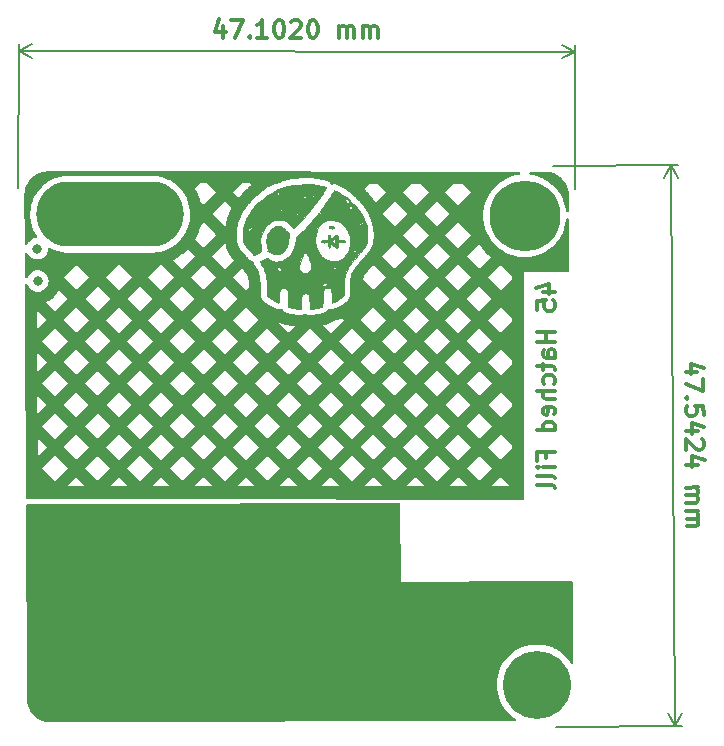
<source format=gbr>
%TF.GenerationSoftware,KiCad,Pcbnew,(6.0.7)*%
%TF.CreationDate,2022-09-05T20:15:19-05:00*%
%TF.ProjectId,SampleTags,53616d70-6c65-4546-9167-732e6b696361,rev?*%
%TF.SameCoordinates,Original*%
%TF.FileFunction,Copper,L2,Bot*%
%TF.FilePolarity,Positive*%
%FSLAX46Y46*%
G04 Gerber Fmt 4.6, Leading zero omitted, Abs format (unit mm)*
G04 Created by KiCad (PCBNEW (6.0.7)) date 2022-09-05 20:15:19*
%MOMM*%
%LPD*%
G01*
G04 APERTURE LIST*
%ADD10C,0.300000*%
%TA.AperFunction,NonConductor*%
%ADD11C,0.300000*%
%TD*%
%TA.AperFunction,NonConductor*%
%ADD12C,0.200000*%
%TD*%
%TA.AperFunction,EtchedComponent*%
%ADD13C,0.010000*%
%TD*%
%TA.AperFunction,ComponentPad*%
%ADD14C,5.750000*%
%TD*%
%TA.AperFunction,ComponentPad*%
%ADD15O,12.500000X5.500000*%
%TD*%
%TA.AperFunction,ComponentPad*%
%ADD16C,6.000000*%
%TD*%
%TA.AperFunction,ViaPad*%
%ADD17C,0.800000*%
%TD*%
G04 APERTURE END LIST*
D10*
D11*
X187130571Y-102647942D02*
X188130571Y-102647942D01*
X186559142Y-102290800D02*
X187630571Y-101933657D01*
X187630571Y-102862228D01*
X186630571Y-104147942D02*
X186630571Y-103433657D01*
X187344857Y-103362228D01*
X187273428Y-103433657D01*
X187202000Y-103576514D01*
X187202000Y-103933657D01*
X187273428Y-104076514D01*
X187344857Y-104147942D01*
X187487714Y-104219371D01*
X187844857Y-104219371D01*
X187987714Y-104147942D01*
X188059142Y-104076514D01*
X188130571Y-103933657D01*
X188130571Y-103576514D01*
X188059142Y-103433657D01*
X187987714Y-103362228D01*
X188130571Y-106005085D02*
X186630571Y-106005085D01*
X187344857Y-106005085D02*
X187344857Y-106862228D01*
X188130571Y-106862228D02*
X186630571Y-106862228D01*
X188130571Y-108219371D02*
X187344857Y-108219371D01*
X187202000Y-108147942D01*
X187130571Y-108005085D01*
X187130571Y-107719371D01*
X187202000Y-107576514D01*
X188059142Y-108219371D02*
X188130571Y-108076514D01*
X188130571Y-107719371D01*
X188059142Y-107576514D01*
X187916285Y-107505085D01*
X187773428Y-107505085D01*
X187630571Y-107576514D01*
X187559142Y-107719371D01*
X187559142Y-108076514D01*
X187487714Y-108219371D01*
X187130571Y-108719371D02*
X187130571Y-109290800D01*
X186630571Y-108933657D02*
X187916285Y-108933657D01*
X188059142Y-109005085D01*
X188130571Y-109147942D01*
X188130571Y-109290800D01*
X188059142Y-110433657D02*
X188130571Y-110290800D01*
X188130571Y-110005085D01*
X188059142Y-109862228D01*
X187987714Y-109790800D01*
X187844857Y-109719371D01*
X187416285Y-109719371D01*
X187273428Y-109790800D01*
X187202000Y-109862228D01*
X187130571Y-110005085D01*
X187130571Y-110290800D01*
X187202000Y-110433657D01*
X188130571Y-111076514D02*
X186630571Y-111076514D01*
X188130571Y-111719371D02*
X187344857Y-111719371D01*
X187202000Y-111647942D01*
X187130571Y-111505085D01*
X187130571Y-111290800D01*
X187202000Y-111147942D01*
X187273428Y-111076514D01*
X188059142Y-113005085D02*
X188130571Y-112862228D01*
X188130571Y-112576514D01*
X188059142Y-112433657D01*
X187916285Y-112362228D01*
X187344857Y-112362228D01*
X187202000Y-112433657D01*
X187130571Y-112576514D01*
X187130571Y-112862228D01*
X187202000Y-113005085D01*
X187344857Y-113076514D01*
X187487714Y-113076514D01*
X187630571Y-112362228D01*
X188130571Y-114362228D02*
X186630571Y-114362228D01*
X188059142Y-114362228D02*
X188130571Y-114219371D01*
X188130571Y-113933657D01*
X188059142Y-113790800D01*
X187987714Y-113719371D01*
X187844857Y-113647942D01*
X187416285Y-113647942D01*
X187273428Y-113719371D01*
X187202000Y-113790800D01*
X187130571Y-113933657D01*
X187130571Y-114219371D01*
X187202000Y-114362228D01*
X187344857Y-116719371D02*
X187344857Y-116219371D01*
X188130571Y-116219371D02*
X186630571Y-116219371D01*
X186630571Y-116933657D01*
X188130571Y-117505085D02*
X187130571Y-117505085D01*
X186630571Y-117505085D02*
X186702000Y-117433657D01*
X186773428Y-117505085D01*
X186702000Y-117576514D01*
X186630571Y-117505085D01*
X186773428Y-117505085D01*
X188130571Y-118433657D02*
X188059142Y-118290800D01*
X187916285Y-118219371D01*
X186630571Y-118219371D01*
X188130571Y-119219371D02*
X188059142Y-119076514D01*
X187916285Y-119005085D01*
X186630571Y-119005085D01*
D10*
D11*
X200188870Y-109418680D02*
X199188893Y-109425467D01*
X200757862Y-109057667D02*
X199684034Y-108707805D01*
X199690336Y-109636355D01*
X200693222Y-110058129D02*
X200700009Y-111058106D01*
X199195680Y-110425444D01*
X199346776Y-111638733D02*
X199275833Y-111710644D01*
X199203922Y-111639702D01*
X199274864Y-111567790D01*
X199346776Y-111638733D01*
X199203922Y-111639702D01*
X200713583Y-113058060D02*
X200708735Y-112343791D01*
X199993981Y-112277212D01*
X200065893Y-112348154D01*
X200138289Y-112490523D01*
X200140713Y-112847658D01*
X200070256Y-112990996D01*
X199999314Y-113062908D01*
X199856945Y-113135304D01*
X199499810Y-113137728D01*
X199356471Y-113067271D01*
X199284560Y-112996329D01*
X199212163Y-112853960D01*
X199209739Y-112496825D01*
X199280196Y-112353487D01*
X199351139Y-112281575D01*
X200222805Y-114418565D02*
X199222828Y-114425352D01*
X200791797Y-114057552D02*
X199717969Y-113707689D01*
X199724271Y-114636239D01*
X200584788Y-115130411D02*
X200656700Y-115201353D01*
X200729096Y-115343722D01*
X200731520Y-115700856D01*
X200661063Y-115844195D01*
X200590120Y-115916107D01*
X200447751Y-115988503D01*
X200304898Y-115989473D01*
X200090132Y-115919500D01*
X199227191Y-115068195D01*
X199233494Y-115996745D01*
X200242197Y-117275642D02*
X199242220Y-117282429D01*
X200811188Y-116914629D02*
X199737360Y-116564767D01*
X199743663Y-117493317D01*
X199255309Y-119210956D02*
X200255286Y-119204169D01*
X200112432Y-119205139D02*
X200184344Y-119276081D01*
X200256740Y-119418450D01*
X200258195Y-119632731D01*
X200187737Y-119776069D01*
X200045368Y-119848466D01*
X199259672Y-119853799D01*
X200045368Y-119848466D02*
X200188707Y-119918923D01*
X200261103Y-120061292D01*
X200262558Y-120275573D01*
X200192100Y-120418912D01*
X200049731Y-120491308D01*
X199264035Y-120496641D01*
X199268883Y-121210910D02*
X200268860Y-121204123D01*
X200126006Y-121205093D02*
X200197918Y-121276035D01*
X200270314Y-121418404D01*
X200271769Y-121632685D01*
X200201311Y-121776023D01*
X200058942Y-121848420D01*
X199273246Y-121853753D01*
X200058942Y-121848420D02*
X200202281Y-121918877D01*
X200274677Y-122061246D01*
X200276132Y-122275527D01*
X200205674Y-122418866D01*
X200063305Y-122491262D01*
X199277609Y-122496595D01*
D12*
X187926588Y-91944607D02*
X198534738Y-91872608D01*
X188249258Y-139485877D02*
X198857408Y-139413878D01*
X197948332Y-91876587D02*
X198271002Y-139417857D01*
X197948332Y-91876587D02*
X198271002Y-139417857D01*
X197948332Y-91876587D02*
X197369570Y-93007045D01*
X197948332Y-91876587D02*
X198542385Y-92999085D01*
X198271002Y-139417857D02*
X198849764Y-138287399D01*
X198271002Y-139417857D02*
X197676949Y-138295359D01*
D10*
D11*
X160066791Y-80121598D02*
X160065013Y-81121596D01*
X159710664Y-79549535D02*
X159351618Y-80620327D01*
X160280188Y-80621978D01*
X160710536Y-79622741D02*
X161710534Y-79624519D01*
X161065012Y-81123374D01*
X162279550Y-80982675D02*
X162350851Y-81054231D01*
X162279296Y-81125532D01*
X162207994Y-81053977D01*
X162279550Y-80982675D01*
X162279296Y-81125532D01*
X163779293Y-81128199D02*
X162922152Y-81126675D01*
X163350722Y-81127437D02*
X163353389Y-79627439D01*
X163210151Y-79841471D01*
X163067040Y-79984074D01*
X162924056Y-80055248D01*
X164710530Y-79629852D02*
X164853387Y-79630106D01*
X164996116Y-79701788D01*
X165067418Y-79773344D01*
X165138592Y-79916327D01*
X165209513Y-80202168D01*
X165208878Y-80559311D01*
X165136942Y-80844897D01*
X165065259Y-80987627D01*
X164993704Y-81058929D01*
X164850720Y-81130103D01*
X164707863Y-81129849D01*
X164565133Y-81058167D01*
X164493832Y-80986612D01*
X164422657Y-80843628D01*
X164351737Y-80557787D01*
X164352372Y-80200645D01*
X164424308Y-79915058D01*
X164495990Y-79772328D01*
X164567546Y-79701026D01*
X164710530Y-79629852D01*
X165781703Y-79774613D02*
X165853258Y-79703312D01*
X165996242Y-79632137D01*
X166353384Y-79632772D01*
X166496114Y-79704455D01*
X166567416Y-79776010D01*
X166638590Y-79918994D01*
X166638336Y-80061851D01*
X166566527Y-80276009D01*
X165707862Y-81131627D01*
X166636432Y-81133278D01*
X167567668Y-79634931D02*
X167710525Y-79635185D01*
X167853255Y-79706867D01*
X167924556Y-79778423D01*
X167995731Y-79921406D01*
X168066651Y-80207247D01*
X168066017Y-80564390D01*
X167994080Y-80849976D01*
X167922398Y-80992706D01*
X167850842Y-81064008D01*
X167707858Y-81135182D01*
X167565002Y-81134928D01*
X167422272Y-81063246D01*
X167350970Y-80991691D01*
X167279796Y-80848707D01*
X167208875Y-80562866D01*
X167209510Y-80205724D01*
X167281446Y-79920137D01*
X167353129Y-79777407D01*
X167424684Y-79706105D01*
X167567668Y-79634931D01*
X169850712Y-81138992D02*
X169852490Y-80138993D01*
X169852236Y-80281850D02*
X169923791Y-80210549D01*
X170066775Y-80139374D01*
X170281061Y-80139755D01*
X170423791Y-80211437D01*
X170494965Y-80354421D01*
X170493568Y-81140134D01*
X170494965Y-80354421D02*
X170566647Y-80211691D01*
X170709631Y-80140517D01*
X170923917Y-80140898D01*
X171066647Y-80212580D01*
X171137821Y-80355564D01*
X171136424Y-81141277D01*
X171850709Y-81142547D02*
X171852487Y-80142548D01*
X171852233Y-80285405D02*
X171923788Y-80214104D01*
X172066772Y-80142929D01*
X172281057Y-80143310D01*
X172423787Y-80214993D01*
X172494962Y-80357977D01*
X172493565Y-81143690D01*
X172494962Y-80357977D02*
X172566644Y-80215247D01*
X172709628Y-80144072D01*
X172923914Y-80144453D01*
X173066643Y-80216135D01*
X173137818Y-80359119D01*
X173136421Y-81144832D01*
D12*
X142705619Y-93861001D02*
X142727369Y-81625786D01*
X189807559Y-93944731D02*
X189829309Y-81709516D01*
X142726326Y-82212205D02*
X189828266Y-82295935D01*
X142726326Y-82212205D02*
X189828266Y-82295935D01*
X142726326Y-82212205D02*
X143851786Y-82800627D01*
X142726326Y-82212205D02*
X143853870Y-81627788D01*
X189828266Y-82295935D02*
X188702806Y-81707513D01*
X189828266Y-82295935D02*
X188700722Y-82880352D01*
%TO.C,G\u002A\u002A\u002A*%
G36*
X170322909Y-98412776D02*
G01*
X170304743Y-98443400D01*
X170251975Y-98457555D01*
X170150101Y-98459937D01*
X169984615Y-98455244D01*
X169740384Y-98447191D01*
X169740384Y-98659160D01*
X169738317Y-98743765D01*
X169728860Y-98846395D01*
X169714333Y-98897180D01*
X169698106Y-98910771D01*
X169663922Y-98918274D01*
X169611274Y-98898025D01*
X169525735Y-98843303D01*
X169392881Y-98747385D01*
X169370460Y-98730942D01*
X169257353Y-98650023D01*
X169173117Y-98593069D01*
X169134582Y-98571539D01*
X169132910Y-98572016D01*
X169120315Y-98613188D01*
X169115154Y-98700492D01*
X169115141Y-98703550D01*
X169101292Y-98806428D01*
X169069191Y-98875409D01*
X169019750Y-98902846D01*
X168968100Y-98873865D01*
X168932826Y-98783492D01*
X168919769Y-98640897D01*
X168919769Y-98446286D01*
X168660507Y-98460066D01*
X168588707Y-98463218D01*
X168468440Y-98461472D01*
X168398497Y-98444391D01*
X168359927Y-98408737D01*
X168339698Y-98357981D01*
X168341602Y-98353057D01*
X169184519Y-98353057D01*
X169296375Y-98444691D01*
X169405484Y-98531780D01*
X169484337Y-98579949D01*
X169525956Y-98569491D01*
X169542218Y-98496153D01*
X169545000Y-98355684D01*
X169544415Y-98240622D01*
X169534778Y-98154450D01*
X169502549Y-98132029D01*
X169434129Y-98167342D01*
X169315913Y-98254375D01*
X169184519Y-98353057D01*
X168341602Y-98353057D01*
X168368497Y-98283516D01*
X168377623Y-98273665D01*
X168430058Y-98245686D01*
X168519964Y-98237478D01*
X168666964Y-98246617D01*
X168915544Y-98269830D01*
X168927426Y-98039684D01*
X168933083Y-97951724D01*
X168946994Y-97860859D01*
X168972798Y-97819400D01*
X169017461Y-97809539D01*
X169062084Y-97819427D01*
X169095326Y-97869045D01*
X169115154Y-97977788D01*
X169134692Y-98146038D01*
X169379228Y-97963955D01*
X169405288Y-97944696D01*
X169548448Y-97848247D01*
X169645091Y-97808306D01*
X169703663Y-97826813D01*
X169732612Y-97905710D01*
X169740384Y-98046936D01*
X169740384Y-98267247D01*
X170307000Y-98239385D01*
X170319365Y-98346846D01*
X170320376Y-98355684D01*
X170320981Y-98360985D01*
X170322909Y-98412776D01*
G37*
D13*
X170322909Y-98412776D02*
X170304743Y-98443400D01*
X170251975Y-98457555D01*
X170150101Y-98459937D01*
X169984615Y-98455244D01*
X169740384Y-98447191D01*
X169740384Y-98659160D01*
X169738317Y-98743765D01*
X169728860Y-98846395D01*
X169714333Y-98897180D01*
X169698106Y-98910771D01*
X169663922Y-98918274D01*
X169611274Y-98898025D01*
X169525735Y-98843303D01*
X169392881Y-98747385D01*
X169370460Y-98730942D01*
X169257353Y-98650023D01*
X169173117Y-98593069D01*
X169134582Y-98571539D01*
X169132910Y-98572016D01*
X169120315Y-98613188D01*
X169115154Y-98700492D01*
X169115141Y-98703550D01*
X169101292Y-98806428D01*
X169069191Y-98875409D01*
X169019750Y-98902846D01*
X168968100Y-98873865D01*
X168932826Y-98783492D01*
X168919769Y-98640897D01*
X168919769Y-98446286D01*
X168660507Y-98460066D01*
X168588707Y-98463218D01*
X168468440Y-98461472D01*
X168398497Y-98444391D01*
X168359927Y-98408737D01*
X168339698Y-98357981D01*
X168341602Y-98353057D01*
X169184519Y-98353057D01*
X169296375Y-98444691D01*
X169405484Y-98531780D01*
X169484337Y-98579949D01*
X169525956Y-98569491D01*
X169542218Y-98496153D01*
X169545000Y-98355684D01*
X169544415Y-98240622D01*
X169534778Y-98154450D01*
X169502549Y-98132029D01*
X169434129Y-98167342D01*
X169315913Y-98254375D01*
X169184519Y-98353057D01*
X168341602Y-98353057D01*
X168368497Y-98283516D01*
X168377623Y-98273665D01*
X168430058Y-98245686D01*
X168519964Y-98237478D01*
X168666964Y-98246617D01*
X168915544Y-98269830D01*
X168927426Y-98039684D01*
X168933083Y-97951724D01*
X168946994Y-97860859D01*
X168972798Y-97819400D01*
X169017461Y-97809539D01*
X169062084Y-97819427D01*
X169095326Y-97869045D01*
X169115154Y-97977788D01*
X169134692Y-98146038D01*
X169379228Y-97963955D01*
X169405288Y-97944696D01*
X169548448Y-97848247D01*
X169645091Y-97808306D01*
X169703663Y-97826813D01*
X169732612Y-97905710D01*
X169740384Y-98046936D01*
X169740384Y-98267247D01*
X170307000Y-98239385D01*
X170319365Y-98346846D01*
X170320376Y-98355684D01*
X170320981Y-98360985D01*
X170322909Y-98412776D01*
G36*
X168211240Y-94650745D02*
G01*
X168119127Y-94778896D01*
X168075429Y-94839692D01*
X168028997Y-94904291D01*
X167972870Y-94980142D01*
X167860708Y-95131720D01*
X167833802Y-95168082D01*
X167802497Y-95209205D01*
X167670135Y-95383085D01*
X167631493Y-95433848D01*
X167515128Y-95582154D01*
X167484306Y-95621437D01*
X167427905Y-95693320D01*
X167391220Y-95738462D01*
X167280074Y-95875231D01*
X167228877Y-95938231D01*
X167196574Y-95976522D01*
X167163403Y-96015843D01*
X167132909Y-96050736D01*
X167025073Y-96174133D01*
X166867778Y-96348646D01*
X166700406Y-96530077D01*
X166531849Y-96709124D01*
X166370993Y-96876480D01*
X166226730Y-97022843D01*
X166107948Y-97138907D01*
X166023536Y-97215368D01*
X165982383Y-97242923D01*
X165974411Y-97240246D01*
X165919649Y-97198223D01*
X165832258Y-97115790D01*
X165727070Y-97006670D01*
X165715415Y-96994201D01*
X165583077Y-96864775D01*
X165444761Y-96746912D01*
X165328594Y-96664747D01*
X165253683Y-96623317D01*
X165169379Y-96589055D01*
X165073452Y-96569664D01*
X164943739Y-96561040D01*
X164758077Y-96559077D01*
X164586043Y-96560597D01*
X164451975Y-96568515D01*
X164351041Y-96587400D01*
X164259765Y-96621810D01*
X164154675Y-96676308D01*
X164058294Y-96735780D01*
X163898504Y-96853289D01*
X163802907Y-96937360D01*
X163760472Y-96974679D01*
X163725863Y-97013789D01*
X163613119Y-97141197D01*
X163416168Y-97448052D01*
X163298574Y-97731385D01*
X163275607Y-97786724D01*
X163195618Y-98142357D01*
X163180380Y-98500093D01*
X163203666Y-98649692D01*
X163234077Y-98845077D01*
X163251176Y-98909236D01*
X163281215Y-99044091D01*
X163279580Y-99136039D01*
X163236792Y-99204702D01*
X163143374Y-99269699D01*
X162989846Y-99350651D01*
X162794029Y-99444658D01*
X162656404Y-99495921D01*
X162576229Y-99504032D01*
X162550231Y-99469880D01*
X162535208Y-99441376D01*
X162475822Y-99364650D01*
X162381784Y-99255684D01*
X162264361Y-99127956D01*
X162181328Y-99038810D01*
X162057857Y-98901545D01*
X161956480Y-98783297D01*
X161893363Y-98702602D01*
X161863489Y-98649692D01*
X162042231Y-98649692D01*
X162043366Y-98659033D01*
X162081308Y-98688769D01*
X162090648Y-98687634D01*
X162120384Y-98649692D01*
X162119249Y-98640352D01*
X162081308Y-98610616D01*
X162071967Y-98611751D01*
X162042231Y-98649692D01*
X161863489Y-98649692D01*
X161826315Y-98583852D01*
X161745473Y-98339632D01*
X161703132Y-98044918D01*
X161701729Y-97731385D01*
X161846846Y-97731385D01*
X161866384Y-97750923D01*
X161885923Y-97731385D01*
X161866384Y-97711846D01*
X161846846Y-97731385D01*
X161701729Y-97731385D01*
X161701642Y-97711846D01*
X161707182Y-97631005D01*
X161720475Y-97502164D01*
X161970989Y-97502164D01*
X162003154Y-97516462D01*
X162023841Y-97513642D01*
X162029205Y-97490410D01*
X162023478Y-97485734D01*
X161977102Y-97490410D01*
X161970989Y-97502164D01*
X161720475Y-97502164D01*
X161727425Y-97434802D01*
X162120384Y-97434802D01*
X162126285Y-97481783D01*
X162135287Y-97490410D01*
X162166062Y-97519907D01*
X162237915Y-97496666D01*
X162335473Y-97415066D01*
X162452368Y-97278112D01*
X162460326Y-97267602D01*
X162550656Y-97139199D01*
X162598523Y-97052812D01*
X162603123Y-97013789D01*
X162563651Y-97027480D01*
X162479300Y-97099234D01*
X162459888Y-97117319D01*
X162383009Y-97179411D01*
X162333169Y-97205146D01*
X162298735Y-97214060D01*
X162218487Y-97271061D01*
X162149619Y-97354806D01*
X162120384Y-97434802D01*
X161727425Y-97434802D01*
X161727705Y-97432089D01*
X161756170Y-97235463D01*
X161789556Y-97056234D01*
X161810444Y-96969385D01*
X162354846Y-96969385D01*
X162356074Y-96993358D01*
X162374199Y-97003506D01*
X162433000Y-96969385D01*
X162440485Y-96964489D01*
X162468482Y-96937360D01*
X162423231Y-96930906D01*
X162387066Y-96936541D01*
X162354846Y-96969385D01*
X161810444Y-96969385D01*
X161824845Y-96909509D01*
X161859017Y-96810395D01*
X161889055Y-96774000D01*
X161912054Y-96752462D01*
X161925000Y-96681558D01*
X161925696Y-96670962D01*
X161948943Y-96582219D01*
X161998513Y-96453404D01*
X162065371Y-96308531D01*
X162111353Y-96219275D01*
X162174697Y-96112539D01*
X162220178Y-96065144D01*
X162254581Y-96068481D01*
X162306359Y-96092000D01*
X162311345Y-96086555D01*
X164624222Y-96086555D01*
X164652399Y-96084477D01*
X164674876Y-96071729D01*
X166133102Y-96071729D01*
X166134789Y-96112109D01*
X166197528Y-96160524D01*
X166255263Y-96194746D01*
X166297177Y-96192905D01*
X166331559Y-96133670D01*
X166336918Y-96121479D01*
X166348927Y-96050736D01*
X166301690Y-96001577D01*
X166296787Y-95998577D01*
X166231027Y-95981390D01*
X166167658Y-96028431D01*
X166133102Y-96071729D01*
X164674876Y-96071729D01*
X164716209Y-96048286D01*
X164760742Y-96008850D01*
X164774701Y-95976522D01*
X164746523Y-95978600D01*
X164682714Y-96014791D01*
X164638181Y-96054228D01*
X164624222Y-96086555D01*
X162311345Y-96086555D01*
X162337522Y-96057971D01*
X162330840Y-95969035D01*
X162330088Y-95965728D01*
X162346849Y-95870083D01*
X162355520Y-95854907D01*
X162793041Y-95854907D01*
X162797718Y-95901282D01*
X162809471Y-95907396D01*
X162823769Y-95875231D01*
X162820949Y-95854544D01*
X162797718Y-95849180D01*
X162793041Y-95854907D01*
X162355520Y-95854907D01*
X162426404Y-95730851D01*
X162466963Y-95678763D01*
X164822506Y-95678763D01*
X164852260Y-95734233D01*
X164901111Y-95781771D01*
X164954346Y-95786192D01*
X164980785Y-95738462D01*
X167083154Y-95738462D01*
X167102692Y-95758000D01*
X167122231Y-95738462D01*
X167102692Y-95718923D01*
X167083154Y-95738462D01*
X164980785Y-95738462D01*
X164993787Y-95714990D01*
X164996033Y-95707545D01*
X164998243Y-95621437D01*
X164952910Y-95587184D01*
X164874682Y-95616856D01*
X164855189Y-95631795D01*
X164822506Y-95678763D01*
X162466963Y-95678763D01*
X162542190Y-95582154D01*
X162589308Y-95582154D01*
X162608846Y-95601692D01*
X162628384Y-95582154D01*
X162608846Y-95562616D01*
X162589308Y-95582154D01*
X162542190Y-95582154D01*
X162567703Y-95549389D01*
X162675181Y-95431087D01*
X164315604Y-95431087D01*
X164347769Y-95445385D01*
X164368456Y-95442565D01*
X164371769Y-95428217D01*
X165175879Y-95428217D01*
X165184186Y-95441454D01*
X165246538Y-95406308D01*
X165274023Y-95383085D01*
X165258614Y-95367829D01*
X165244992Y-95369155D01*
X165187923Y-95406308D01*
X165180762Y-95419333D01*
X165175879Y-95428217D01*
X164371769Y-95428217D01*
X164373820Y-95419333D01*
X164368093Y-95414657D01*
X164321718Y-95419333D01*
X164315604Y-95431087D01*
X162675181Y-95431087D01*
X162769694Y-95327055D01*
X162872326Y-95224336D01*
X166630756Y-95224336D01*
X166647203Y-95265765D01*
X166664368Y-95271927D01*
X166713136Y-95248038D01*
X166725891Y-95209205D01*
X166701787Y-95176966D01*
X166649251Y-95199349D01*
X166630756Y-95224336D01*
X162872326Y-95224336D01*
X162920657Y-95175964D01*
X165371184Y-95175964D01*
X165397653Y-95214821D01*
X165462644Y-95219928D01*
X165539152Y-95186891D01*
X165546813Y-95181178D01*
X165589071Y-95131720D01*
X165565747Y-95084655D01*
X165501470Y-95063416D01*
X165425509Y-95092421D01*
X165374213Y-95160054D01*
X165371184Y-95175964D01*
X162920657Y-95175964D01*
X163031324Y-95065204D01*
X163070078Y-95029373D01*
X167180968Y-95029373D01*
X167198763Y-95073152D01*
X167224602Y-95076983D01*
X167264103Y-95035869D01*
X167276643Y-94980142D01*
X167255742Y-94952938D01*
X167204055Y-94991577D01*
X167180968Y-95029373D01*
X163070078Y-95029373D01*
X163198573Y-94910568D01*
X163287779Y-94839692D01*
X167278538Y-94839692D01*
X167298077Y-94859231D01*
X167317615Y-94839692D01*
X167298077Y-94820154D01*
X167278538Y-94839692D01*
X163287779Y-94839692D01*
X163386145Y-94761539D01*
X164074231Y-94761539D01*
X164075365Y-94777111D01*
X164107623Y-94818937D01*
X164164348Y-94795165D01*
X164174249Y-94778896D01*
X164162029Y-94728779D01*
X164111001Y-94702923D01*
X164094108Y-94709518D01*
X164074231Y-94761539D01*
X163386145Y-94761539D01*
X163508625Y-94664227D01*
X166782732Y-94664227D01*
X166815350Y-94707294D01*
X166875178Y-94733780D01*
X166964155Y-94733495D01*
X167019131Y-94683385D01*
X167031020Y-94630890D01*
X167009367Y-94552566D01*
X167004356Y-94549269D01*
X167571250Y-94549269D01*
X167588429Y-94588815D01*
X167645659Y-94598289D01*
X167715686Y-94570270D01*
X167721072Y-94566259D01*
X167757151Y-94518524D01*
X167728962Y-94456953D01*
X167723929Y-94450253D01*
X167681179Y-94416822D01*
X167637140Y-94441998D01*
X167577924Y-94532752D01*
X167571250Y-94549269D01*
X167004356Y-94549269D01*
X166949001Y-94512847D01*
X166873628Y-94522092D01*
X166806956Y-94590662D01*
X166805535Y-94593333D01*
X166782732Y-94664227D01*
X163508625Y-94664227D01*
X163659634Y-94544248D01*
X164005322Y-94323956D01*
X164589950Y-94323956D01*
X164616068Y-94394660D01*
X164672714Y-94407707D01*
X164755647Y-94348269D01*
X164776544Y-94324559D01*
X164795310Y-94273077D01*
X167942846Y-94273077D01*
X167943294Y-94281920D01*
X167960078Y-94312154D01*
X167966347Y-94310356D01*
X168001461Y-94273077D01*
X168007567Y-94257940D01*
X167984229Y-94234000D01*
X167972887Y-94235502D01*
X167956897Y-94255502D01*
X167942846Y-94273077D01*
X164795310Y-94273077D01*
X164801717Y-94255502D01*
X164762121Y-94216269D01*
X164667429Y-94220835D01*
X164607122Y-94251851D01*
X164589950Y-94323956D01*
X164005322Y-94323956D01*
X164154915Y-94228627D01*
X164669416Y-93972609D01*
X165188138Y-93785096D01*
X165440592Y-93713380D01*
X165660870Y-93656845D01*
X165858845Y-93615506D01*
X166054607Y-93586395D01*
X166268247Y-93566547D01*
X166519858Y-93552996D01*
X166829530Y-93542775D01*
X166865834Y-93541778D01*
X167131879Y-93535309D01*
X167339834Y-93533071D01*
X167507583Y-93536184D01*
X167653009Y-93545771D01*
X167793996Y-93562951D01*
X167948426Y-93588848D01*
X168134182Y-93624581D01*
X168254240Y-93648421D01*
X168444831Y-93687401D01*
X168575509Y-93717238D01*
X168657539Y-93741655D01*
X168702185Y-93764372D01*
X168720712Y-93789113D01*
X168724385Y-93819599D01*
X168723889Y-93826094D01*
X168693957Y-93904384D01*
X168621890Y-94034263D01*
X168513523Y-94207463D01*
X168479872Y-94257940D01*
X168374694Y-94415713D01*
X168303193Y-94518524D01*
X168225048Y-94630890D01*
X168211240Y-94650745D01*
G37*
X168211240Y-94650745D02*
X168119127Y-94778896D01*
X168075429Y-94839692D01*
X168028997Y-94904291D01*
X167972870Y-94980142D01*
X167860708Y-95131720D01*
X167833802Y-95168082D01*
X167802497Y-95209205D01*
X167670135Y-95383085D01*
X167631493Y-95433848D01*
X167515128Y-95582154D01*
X167484306Y-95621437D01*
X167427905Y-95693320D01*
X167391220Y-95738462D01*
X167280074Y-95875231D01*
X167228877Y-95938231D01*
X167196574Y-95976522D01*
X167163403Y-96015843D01*
X167132909Y-96050736D01*
X167025073Y-96174133D01*
X166867778Y-96348646D01*
X166700406Y-96530077D01*
X166531849Y-96709124D01*
X166370993Y-96876480D01*
X166226730Y-97022843D01*
X166107948Y-97138907D01*
X166023536Y-97215368D01*
X165982383Y-97242923D01*
X165974411Y-97240246D01*
X165919649Y-97198223D01*
X165832258Y-97115790D01*
X165727070Y-97006670D01*
X165715415Y-96994201D01*
X165583077Y-96864775D01*
X165444761Y-96746912D01*
X165328594Y-96664747D01*
X165253683Y-96623317D01*
X165169379Y-96589055D01*
X165073452Y-96569664D01*
X164943739Y-96561040D01*
X164758077Y-96559077D01*
X164586043Y-96560597D01*
X164451975Y-96568515D01*
X164351041Y-96587400D01*
X164259765Y-96621810D01*
X164154675Y-96676308D01*
X164058294Y-96735780D01*
X163898504Y-96853289D01*
X163802907Y-96937360D01*
X163760472Y-96974679D01*
X163725863Y-97013789D01*
X163613119Y-97141197D01*
X163416168Y-97448052D01*
X163298574Y-97731385D01*
X163275607Y-97786724D01*
X163195618Y-98142357D01*
X163180380Y-98500093D01*
X163203666Y-98649692D01*
X163234077Y-98845077D01*
X163251176Y-98909236D01*
X163281215Y-99044091D01*
X163279580Y-99136039D01*
X163236792Y-99204702D01*
X163143374Y-99269699D01*
X162989846Y-99350651D01*
X162794029Y-99444658D01*
X162656404Y-99495921D01*
X162576229Y-99504032D01*
X162550231Y-99469880D01*
X162535208Y-99441376D01*
X162475822Y-99364650D01*
X162381784Y-99255684D01*
X162264361Y-99127956D01*
X162181328Y-99038810D01*
X162057857Y-98901545D01*
X161956480Y-98783297D01*
X161893363Y-98702602D01*
X161863489Y-98649692D01*
X162042231Y-98649692D01*
X162043366Y-98659033D01*
X162081308Y-98688769D01*
X162090648Y-98687634D01*
X162120384Y-98649692D01*
X162119249Y-98640352D01*
X162081308Y-98610616D01*
X162071967Y-98611751D01*
X162042231Y-98649692D01*
X161863489Y-98649692D01*
X161826315Y-98583852D01*
X161745473Y-98339632D01*
X161703132Y-98044918D01*
X161701729Y-97731385D01*
X161846846Y-97731385D01*
X161866384Y-97750923D01*
X161885923Y-97731385D01*
X161866384Y-97711846D01*
X161846846Y-97731385D01*
X161701729Y-97731385D01*
X161701642Y-97711846D01*
X161707182Y-97631005D01*
X161720475Y-97502164D01*
X161970989Y-97502164D01*
X162003154Y-97516462D01*
X162023841Y-97513642D01*
X162029205Y-97490410D01*
X162023478Y-97485734D01*
X161977102Y-97490410D01*
X161970989Y-97502164D01*
X161720475Y-97502164D01*
X161727425Y-97434802D01*
X162120384Y-97434802D01*
X162126285Y-97481783D01*
X162135287Y-97490410D01*
X162166062Y-97519907D01*
X162237915Y-97496666D01*
X162335473Y-97415066D01*
X162452368Y-97278112D01*
X162460326Y-97267602D01*
X162550656Y-97139199D01*
X162598523Y-97052812D01*
X162603123Y-97013789D01*
X162563651Y-97027480D01*
X162479300Y-97099234D01*
X162459888Y-97117319D01*
X162383009Y-97179411D01*
X162333169Y-97205146D01*
X162298735Y-97214060D01*
X162218487Y-97271061D01*
X162149619Y-97354806D01*
X162120384Y-97434802D01*
X161727425Y-97434802D01*
X161727705Y-97432089D01*
X161756170Y-97235463D01*
X161789556Y-97056234D01*
X161810444Y-96969385D01*
X162354846Y-96969385D01*
X162356074Y-96993358D01*
X162374199Y-97003506D01*
X162433000Y-96969385D01*
X162440485Y-96964489D01*
X162468482Y-96937360D01*
X162423231Y-96930906D01*
X162387066Y-96936541D01*
X162354846Y-96969385D01*
X161810444Y-96969385D01*
X161824845Y-96909509D01*
X161859017Y-96810395D01*
X161889055Y-96774000D01*
X161912054Y-96752462D01*
X161925000Y-96681558D01*
X161925696Y-96670962D01*
X161948943Y-96582219D01*
X161998513Y-96453404D01*
X162065371Y-96308531D01*
X162111353Y-96219275D01*
X162174697Y-96112539D01*
X162220178Y-96065144D01*
X162254581Y-96068481D01*
X162306359Y-96092000D01*
X162311345Y-96086555D01*
X164624222Y-96086555D01*
X164652399Y-96084477D01*
X164674876Y-96071729D01*
X166133102Y-96071729D01*
X166134789Y-96112109D01*
X166197528Y-96160524D01*
X166255263Y-96194746D01*
X166297177Y-96192905D01*
X166331559Y-96133670D01*
X166336918Y-96121479D01*
X166348927Y-96050736D01*
X166301690Y-96001577D01*
X166296787Y-95998577D01*
X166231027Y-95981390D01*
X166167658Y-96028431D01*
X166133102Y-96071729D01*
X164674876Y-96071729D01*
X164716209Y-96048286D01*
X164760742Y-96008850D01*
X164774701Y-95976522D01*
X164746523Y-95978600D01*
X164682714Y-96014791D01*
X164638181Y-96054228D01*
X164624222Y-96086555D01*
X162311345Y-96086555D01*
X162337522Y-96057971D01*
X162330840Y-95969035D01*
X162330088Y-95965728D01*
X162346849Y-95870083D01*
X162355520Y-95854907D01*
X162793041Y-95854907D01*
X162797718Y-95901282D01*
X162809471Y-95907396D01*
X162823769Y-95875231D01*
X162820949Y-95854544D01*
X162797718Y-95849180D01*
X162793041Y-95854907D01*
X162355520Y-95854907D01*
X162426404Y-95730851D01*
X162466963Y-95678763D01*
X164822506Y-95678763D01*
X164852260Y-95734233D01*
X164901111Y-95781771D01*
X164954346Y-95786192D01*
X164980785Y-95738462D01*
X167083154Y-95738462D01*
X167102692Y-95758000D01*
X167122231Y-95738462D01*
X167102692Y-95718923D01*
X167083154Y-95738462D01*
X164980785Y-95738462D01*
X164993787Y-95714990D01*
X164996033Y-95707545D01*
X164998243Y-95621437D01*
X164952910Y-95587184D01*
X164874682Y-95616856D01*
X164855189Y-95631795D01*
X164822506Y-95678763D01*
X162466963Y-95678763D01*
X162542190Y-95582154D01*
X162589308Y-95582154D01*
X162608846Y-95601692D01*
X162628384Y-95582154D01*
X162608846Y-95562616D01*
X162589308Y-95582154D01*
X162542190Y-95582154D01*
X162567703Y-95549389D01*
X162675181Y-95431087D01*
X164315604Y-95431087D01*
X164347769Y-95445385D01*
X164368456Y-95442565D01*
X164371769Y-95428217D01*
X165175879Y-95428217D01*
X165184186Y-95441454D01*
X165246538Y-95406308D01*
X165274023Y-95383085D01*
X165258614Y-95367829D01*
X165244992Y-95369155D01*
X165187923Y-95406308D01*
X165180762Y-95419333D01*
X165175879Y-95428217D01*
X164371769Y-95428217D01*
X164373820Y-95419333D01*
X164368093Y-95414657D01*
X164321718Y-95419333D01*
X164315604Y-95431087D01*
X162675181Y-95431087D01*
X162769694Y-95327055D01*
X162872326Y-95224336D01*
X166630756Y-95224336D01*
X166647203Y-95265765D01*
X166664368Y-95271927D01*
X166713136Y-95248038D01*
X166725891Y-95209205D01*
X166701787Y-95176966D01*
X166649251Y-95199349D01*
X166630756Y-95224336D01*
X162872326Y-95224336D01*
X162920657Y-95175964D01*
X165371184Y-95175964D01*
X165397653Y-95214821D01*
X165462644Y-95219928D01*
X165539152Y-95186891D01*
X165546813Y-95181178D01*
X165589071Y-95131720D01*
X165565747Y-95084655D01*
X165501470Y-95063416D01*
X165425509Y-95092421D01*
X165374213Y-95160054D01*
X165371184Y-95175964D01*
X162920657Y-95175964D01*
X163031324Y-95065204D01*
X163070078Y-95029373D01*
X167180968Y-95029373D01*
X167198763Y-95073152D01*
X167224602Y-95076983D01*
X167264103Y-95035869D01*
X167276643Y-94980142D01*
X167255742Y-94952938D01*
X167204055Y-94991577D01*
X167180968Y-95029373D01*
X163070078Y-95029373D01*
X163198573Y-94910568D01*
X163287779Y-94839692D01*
X167278538Y-94839692D01*
X167298077Y-94859231D01*
X167317615Y-94839692D01*
X167298077Y-94820154D01*
X167278538Y-94839692D01*
X163287779Y-94839692D01*
X163386145Y-94761539D01*
X164074231Y-94761539D01*
X164075365Y-94777111D01*
X164107623Y-94818937D01*
X164164348Y-94795165D01*
X164174249Y-94778896D01*
X164162029Y-94728779D01*
X164111001Y-94702923D01*
X164094108Y-94709518D01*
X164074231Y-94761539D01*
X163386145Y-94761539D01*
X163508625Y-94664227D01*
X166782732Y-94664227D01*
X166815350Y-94707294D01*
X166875178Y-94733780D01*
X166964155Y-94733495D01*
X167019131Y-94683385D01*
X167031020Y-94630890D01*
X167009367Y-94552566D01*
X167004356Y-94549269D01*
X167571250Y-94549269D01*
X167588429Y-94588815D01*
X167645659Y-94598289D01*
X167715686Y-94570270D01*
X167721072Y-94566259D01*
X167757151Y-94518524D01*
X167728962Y-94456953D01*
X167723929Y-94450253D01*
X167681179Y-94416822D01*
X167637140Y-94441998D01*
X167577924Y-94532752D01*
X167571250Y-94549269D01*
X167004356Y-94549269D01*
X166949001Y-94512847D01*
X166873628Y-94522092D01*
X166806956Y-94590662D01*
X166805535Y-94593333D01*
X166782732Y-94664227D01*
X163508625Y-94664227D01*
X163659634Y-94544248D01*
X164005322Y-94323956D01*
X164589950Y-94323956D01*
X164616068Y-94394660D01*
X164672714Y-94407707D01*
X164755647Y-94348269D01*
X164776544Y-94324559D01*
X164795310Y-94273077D01*
X167942846Y-94273077D01*
X167943294Y-94281920D01*
X167960078Y-94312154D01*
X167966347Y-94310356D01*
X168001461Y-94273077D01*
X168007567Y-94257940D01*
X167984229Y-94234000D01*
X167972887Y-94235502D01*
X167956897Y-94255502D01*
X167942846Y-94273077D01*
X164795310Y-94273077D01*
X164801717Y-94255502D01*
X164762121Y-94216269D01*
X164667429Y-94220835D01*
X164607122Y-94251851D01*
X164589950Y-94323956D01*
X164005322Y-94323956D01*
X164154915Y-94228627D01*
X164669416Y-93972609D01*
X165188138Y-93785096D01*
X165440592Y-93713380D01*
X165660870Y-93656845D01*
X165858845Y-93615506D01*
X166054607Y-93586395D01*
X166268247Y-93566547D01*
X166519858Y-93552996D01*
X166829530Y-93542775D01*
X166865834Y-93541778D01*
X167131879Y-93535309D01*
X167339834Y-93533071D01*
X167507583Y-93536184D01*
X167653009Y-93545771D01*
X167793996Y-93562951D01*
X167948426Y-93588848D01*
X168134182Y-93624581D01*
X168254240Y-93648421D01*
X168444831Y-93687401D01*
X168575509Y-93717238D01*
X168657539Y-93741655D01*
X168702185Y-93764372D01*
X168720712Y-93789113D01*
X168724385Y-93819599D01*
X168723889Y-93826094D01*
X168693957Y-93904384D01*
X168621890Y-94034263D01*
X168513523Y-94207463D01*
X168479872Y-94257940D01*
X168374694Y-94415713D01*
X168303193Y-94518524D01*
X168225048Y-94630890D01*
X168211240Y-94650745D01*
G36*
X171451372Y-95615540D02*
G01*
X171537560Y-95734494D01*
X171677394Y-95927489D01*
X171783854Y-96109692D01*
X171848435Y-96220222D01*
X171887592Y-96303621D01*
X171893740Y-96318103D01*
X171962540Y-96480166D01*
X172042082Y-96683583D01*
X172111982Y-96877623D01*
X172114470Y-96884530D01*
X172121231Y-96904340D01*
X172176462Y-97070945D01*
X172214320Y-97204099D01*
X172238149Y-97326123D01*
X172249218Y-97438308D01*
X172251292Y-97459336D01*
X172253960Y-97536000D01*
X172257094Y-97626061D01*
X172258897Y-97848616D01*
X172259175Y-97928551D01*
X172258148Y-98094718D01*
X172255946Y-98139148D01*
X172251077Y-98237445D01*
X172234304Y-98358436D01*
X172233402Y-98364943D01*
X172200566Y-98485423D01*
X172148009Y-98607096D01*
X172071172Y-98738173D01*
X172009081Y-98825539D01*
X171965498Y-98886865D01*
X171926137Y-98936257D01*
X171826426Y-99061383D01*
X171677262Y-99237109D01*
X171649397Y-99269937D01*
X171429854Y-99520740D01*
X171163237Y-99822000D01*
X171125074Y-99865310D01*
X170944896Y-100080460D01*
X170913953Y-100117409D01*
X170844300Y-100212769D01*
X170757917Y-100331034D01*
X170749467Y-100342603D01*
X170619720Y-100560509D01*
X170590934Y-100622504D01*
X170512819Y-100790744D01*
X170416868Y-101052923D01*
X170410391Y-101072462D01*
X170410169Y-101073134D01*
X170378726Y-101170154D01*
X170360814Y-101225426D01*
X170354238Y-101248308D01*
X170324798Y-101350760D01*
X170299694Y-101466653D01*
X170283073Y-101590621D01*
X170279650Y-101639077D01*
X170273576Y-101725080D01*
X170272510Y-101740183D01*
X170266833Y-101897924D01*
X170265577Y-101932855D01*
X170259846Y-102186154D01*
X170259742Y-102190555D01*
X170259547Y-102198816D01*
X170255086Y-102388134D01*
X170248641Y-102600708D01*
X170241715Y-102777919D01*
X170234875Y-102905506D01*
X170228689Y-102969209D01*
X170226180Y-102975908D01*
X170175952Y-103029960D01*
X170074683Y-103108587D01*
X169937720Y-103202092D01*
X169780408Y-103300777D01*
X169618095Y-103394944D01*
X169466125Y-103474894D01*
X169339846Y-103530929D01*
X169232384Y-103571450D01*
X169232384Y-103099631D01*
X169231798Y-103009900D01*
X169219645Y-102748165D01*
X169188583Y-102553483D01*
X169134414Y-102418162D01*
X169052939Y-102334509D01*
X168939959Y-102294833D01*
X168791276Y-102291442D01*
X168771017Y-102293022D01*
X168670554Y-102311138D01*
X168608231Y-102358308D01*
X168551806Y-102456796D01*
X168540086Y-102482412D01*
X168512995Y-102562294D01*
X168492516Y-102665947D01*
X168476984Y-102806966D01*
X168464738Y-102998948D01*
X168454113Y-103255487D01*
X168431308Y-103900767D01*
X168294538Y-103936513D01*
X168221205Y-103954874D01*
X168076540Y-103989117D01*
X167923308Y-104023715D01*
X167820303Y-104043794D01*
X167657693Y-104067679D01*
X167526516Y-104078278D01*
X167364187Y-104081385D01*
X167350670Y-103542259D01*
X167344280Y-103341201D01*
X167334030Y-103165655D01*
X167319130Y-103042548D01*
X167297803Y-102957996D01*
X167268275Y-102898111D01*
X167209326Y-102829486D01*
X167086678Y-102764460D01*
X166951485Y-102763448D01*
X166821678Y-102824862D01*
X166715188Y-102947112D01*
X166713856Y-102949403D01*
X166680213Y-103018244D01*
X166657653Y-103098184D01*
X166644026Y-103205974D01*
X166637182Y-103358371D01*
X166634970Y-103572128D01*
X166633769Y-104061846D01*
X166477461Y-104071813D01*
X166425532Y-104071478D01*
X166288060Y-104057877D01*
X166114539Y-104030727D01*
X165930384Y-103993659D01*
X165539615Y-103905539D01*
X165538746Y-103260769D01*
X165537984Y-103084940D01*
X165534432Y-102880153D01*
X165526913Y-102731281D01*
X165514221Y-102625039D01*
X165495149Y-102548147D01*
X165468490Y-102487321D01*
X165442393Y-102452698D01*
X168021000Y-102452698D01*
X168021001Y-102453137D01*
X168043500Y-102479136D01*
X168107635Y-102443915D01*
X168209406Y-102349662D01*
X168247725Y-102307935D01*
X168301901Y-102236517D01*
X168313713Y-102198816D01*
X168309324Y-102197213D01*
X168263303Y-102219212D01*
X168189795Y-102274552D01*
X168110464Y-102344441D01*
X168046977Y-102410087D01*
X168021000Y-102452698D01*
X165442393Y-102452698D01*
X165397703Y-102393409D01*
X165271451Y-102312154D01*
X165129291Y-102286735D01*
X165025757Y-102311550D01*
X164991704Y-102319712D01*
X164879171Y-102413648D01*
X164864166Y-102434993D01*
X164834361Y-102492174D01*
X164813674Y-102567003D01*
X164799829Y-102674608D01*
X164790547Y-102830114D01*
X164783550Y-103048648D01*
X164775487Y-103270096D01*
X164762999Y-103441032D01*
X164746285Y-103540905D01*
X164724935Y-103573379D01*
X164723706Y-103573308D01*
X164670375Y-103552936D01*
X164564902Y-103501491D01*
X164421985Y-103426443D01*
X164256324Y-103335261D01*
X164161294Y-103281183D01*
X163997871Y-103182392D01*
X163887893Y-103104199D01*
X163819595Y-103037654D01*
X163781210Y-102973805D01*
X163780519Y-102972126D01*
X163757771Y-102878139D01*
X163742075Y-102722741D01*
X163733065Y-102500427D01*
X163731157Y-102291173D01*
X164356724Y-102291173D01*
X164365548Y-102310457D01*
X164419049Y-102351633D01*
X164477211Y-102336763D01*
X164496895Y-102311550D01*
X164492962Y-102263674D01*
X164422667Y-102244769D01*
X164375986Y-102254302D01*
X164356724Y-102291173D01*
X163731157Y-102291173D01*
X163730377Y-102205692D01*
X165285615Y-102205692D01*
X165286063Y-102214536D01*
X165302848Y-102244769D01*
X165309116Y-102242971D01*
X165344231Y-102205692D01*
X165350337Y-102190555D01*
X165326998Y-102166616D01*
X165315656Y-102168117D01*
X165285615Y-102205692D01*
X163730377Y-102205692D01*
X163728884Y-102035692D01*
X168102339Y-102035692D01*
X168117085Y-102085862D01*
X168137353Y-102105541D01*
X168208921Y-102126296D01*
X168234692Y-102124879D01*
X168248604Y-102110442D01*
X168199699Y-102068084D01*
X168187295Y-102060788D01*
X168442260Y-102060788D01*
X168484347Y-102110442D01*
X168506611Y-102136709D01*
X168537435Y-102155378D01*
X168575436Y-102158140D01*
X168627309Y-102125648D01*
X168714615Y-102048790D01*
X168800988Y-101961720D01*
X168834308Y-101897924D01*
X168800197Y-101863993D01*
X168698154Y-101854000D01*
X168606994Y-101864064D01*
X168502191Y-101910090D01*
X168467806Y-101951692D01*
X168444033Y-101980456D01*
X168442260Y-102060788D01*
X168187295Y-102060788D01*
X168138785Y-102032255D01*
X168102339Y-102035692D01*
X163728884Y-102035692D01*
X163728306Y-101969887D01*
X163727472Y-101951692D01*
X165246538Y-101951692D01*
X165266077Y-101971231D01*
X165285615Y-101951692D01*
X165266077Y-101932154D01*
X165246538Y-101951692D01*
X163727472Y-101951692D01*
X163712287Y-101620453D01*
X163707447Y-101579484D01*
X164470337Y-101579484D01*
X164479512Y-101634568D01*
X164543154Y-101658616D01*
X164588579Y-101665943D01*
X164621308Y-101697692D01*
X164622443Y-101707033D01*
X164660384Y-101736769D01*
X164677640Y-101736351D01*
X164695631Y-101725080D01*
X164688841Y-101682292D01*
X164674313Y-101639077D01*
X169154231Y-101639077D01*
X169173769Y-101658616D01*
X169193308Y-101639077D01*
X169173769Y-101619539D01*
X169154231Y-101639077D01*
X164674313Y-101639077D01*
X164656759Y-101586858D01*
X164631412Y-101523913D01*
X164594575Y-101487830D01*
X164539528Y-101504248D01*
X164516230Y-101518955D01*
X164470337Y-101579484D01*
X163707447Y-101579484D01*
X163676848Y-101320454D01*
X163660931Y-101248308D01*
X164660384Y-101248308D01*
X164679923Y-101267846D01*
X164699461Y-101248308D01*
X169662231Y-101248308D01*
X169681769Y-101267846D01*
X169701308Y-101248308D01*
X169681769Y-101228769D01*
X169662231Y-101248308D01*
X164699461Y-101248308D01*
X164679923Y-101228769D01*
X164660384Y-101248308D01*
X163660931Y-101248308D01*
X163652818Y-101211537D01*
X168138231Y-101211537D01*
X168139247Y-101215437D01*
X168177308Y-101228769D01*
X168188018Y-101227179D01*
X168216384Y-101187386D01*
X168213316Y-101173252D01*
X168177308Y-101170154D01*
X168165613Y-101178174D01*
X168138231Y-101211537D01*
X163652818Y-101211537D01*
X163634306Y-101127628D01*
X168732087Y-101127628D01*
X168761256Y-101171929D01*
X168824157Y-101183074D01*
X168864544Y-101170154D01*
X169545000Y-101170154D01*
X169564538Y-101189692D01*
X169584077Y-101170154D01*
X169564538Y-101150616D01*
X169545000Y-101170154D01*
X168864544Y-101170154D01*
X168890977Y-101161698D01*
X168931902Y-101108440D01*
X168938196Y-101077216D01*
X168926887Y-101052138D01*
X169709656Y-101052138D01*
X169712186Y-101077216D01*
X169714333Y-101098513D01*
X169726087Y-101104626D01*
X169740384Y-101072462D01*
X169737564Y-101051774D01*
X169714333Y-101046410D01*
X169709656Y-101052138D01*
X168926887Y-101052138D01*
X168921960Y-101041213D01*
X168848662Y-101040853D01*
X168776174Y-101064334D01*
X168733283Y-101112685D01*
X168732087Y-101127628D01*
X163634306Y-101127628D01*
X163617722Y-101052462D01*
X163530642Y-100799046D01*
X163461190Y-100649858D01*
X164493952Y-100649858D01*
X164572962Y-100728869D01*
X164585744Y-100740362D01*
X164685940Y-100798092D01*
X164808142Y-100836437D01*
X164902937Y-100849843D01*
X164948023Y-100840533D01*
X164952107Y-100802651D01*
X164946926Y-100773388D01*
X164936913Y-100692362D01*
X164909040Y-100642620D01*
X164839208Y-100582358D01*
X164784283Y-100552392D01*
X166466416Y-100552392D01*
X166501841Y-100692990D01*
X166571518Y-100802651D01*
X166583034Y-100820777D01*
X166711287Y-100949430D01*
X166832950Y-101030134D01*
X167002766Y-101073213D01*
X167169559Y-101047053D01*
X167318467Y-100954735D01*
X167434631Y-100799345D01*
X167480022Y-100689557D01*
X167506864Y-100525435D01*
X168354132Y-100525435D01*
X168360027Y-100587820D01*
X168363916Y-100596164D01*
X168409503Y-100634529D01*
X168463714Y-100640509D01*
X168489923Y-100608323D01*
X168489425Y-100602171D01*
X168465074Y-100561174D01*
X169349615Y-100561174D01*
X169368974Y-100608323D01*
X169374517Y-100621824D01*
X169447483Y-100676480D01*
X169535231Y-100690775D01*
X169605822Y-100667406D01*
X169613592Y-100622504D01*
X169550651Y-100550037D01*
X169528099Y-100533487D01*
X169450445Y-100509148D01*
X169380199Y-100518973D01*
X169349615Y-100561174D01*
X168465074Y-100561174D01*
X168458872Y-100550733D01*
X168405098Y-100511321D01*
X168362020Y-100510006D01*
X168359010Y-100515893D01*
X168354132Y-100525435D01*
X167506864Y-100525435D01*
X167508425Y-100515893D01*
X167500887Y-100439550D01*
X168568318Y-100439550D01*
X168595856Y-100447231D01*
X168630746Y-100433710D01*
X168690292Y-100378846D01*
X168716385Y-100344638D01*
X168718913Y-100331034D01*
X168665769Y-100367789D01*
X168612046Y-100406990D01*
X168571333Y-100436173D01*
X168568318Y-100439550D01*
X167500887Y-100439550D01*
X167488713Y-100316243D01*
X167454010Y-100192445D01*
X170530272Y-100192445D01*
X170534949Y-100238821D01*
X170546702Y-100244934D01*
X170561000Y-100212769D01*
X170558180Y-100192082D01*
X170534949Y-100186718D01*
X170530272Y-100192445D01*
X167454010Y-100192445D01*
X167426198Y-100093232D01*
X168060077Y-100093232D01*
X168064111Y-100114875D01*
X168103607Y-100154482D01*
X168152319Y-100146579D01*
X168162928Y-100134412D01*
X168172585Y-100080460D01*
X168118692Y-100056462D01*
X168091762Y-100060599D01*
X168060077Y-100093232D01*
X167426198Y-100093232D01*
X167420548Y-100073075D01*
X167318280Y-99795702D01*
X167268146Y-99685231D01*
X167864692Y-99685231D01*
X167884231Y-99704769D01*
X167903769Y-99685231D01*
X167884231Y-99665692D01*
X167864692Y-99685231D01*
X167268146Y-99685231D01*
X167216364Y-99571127D01*
X167120639Y-99418891D01*
X167029381Y-99336291D01*
X166940866Y-99320621D01*
X166935568Y-99321729D01*
X166898056Y-99337452D01*
X166861702Y-99373549D01*
X166820880Y-99440615D01*
X166769963Y-99549246D01*
X166703324Y-99710037D01*
X166615335Y-99933583D01*
X166527699Y-100178054D01*
X166475466Y-100385305D01*
X166471053Y-100466769D01*
X166466416Y-100552392D01*
X164784283Y-100552392D01*
X164771301Y-100545309D01*
X164709242Y-100544994D01*
X164619223Y-100585078D01*
X164493952Y-100649858D01*
X163461190Y-100649858D01*
X163411340Y-100542776D01*
X163368523Y-100466769D01*
X164621308Y-100466769D01*
X164640846Y-100486308D01*
X164660384Y-100466769D01*
X164640846Y-100447231D01*
X164621308Y-100466769D01*
X163368523Y-100466769D01*
X163255550Y-100266223D01*
X163135253Y-100065676D01*
X163433474Y-99924051D01*
X163731696Y-99782427D01*
X163935175Y-99898846D01*
X163946700Y-99905386D01*
X164228316Y-100029420D01*
X164505732Y-100079252D01*
X164790572Y-100057030D01*
X164992341Y-100004482D01*
X165302653Y-99863321D01*
X165569646Y-99659106D01*
X165791445Y-99394282D01*
X165966178Y-99071293D01*
X166091973Y-98692584D01*
X166166956Y-98260598D01*
X166171401Y-98220093D01*
X166190580Y-98095827D01*
X166194883Y-98084518D01*
X167814526Y-98084518D01*
X167820852Y-98426638D01*
X167880660Y-98747385D01*
X167923753Y-98877002D01*
X168058192Y-99164136D01*
X168234308Y-99431796D01*
X168440043Y-99665380D01*
X168464015Y-99685231D01*
X168663337Y-99850289D01*
X168892128Y-99971920D01*
X169209469Y-100056893D01*
X169515536Y-100067908D01*
X169803733Y-100002881D01*
X170073404Y-99861960D01*
X170119602Y-99822000D01*
X170912692Y-99822000D01*
X170919305Y-99839977D01*
X170971308Y-99861077D01*
X170998272Y-99856668D01*
X171029923Y-99822000D01*
X171023310Y-99804024D01*
X170971308Y-99782923D01*
X170944343Y-99787332D01*
X170912692Y-99822000D01*
X170119602Y-99822000D01*
X170323895Y-99645294D01*
X170359034Y-99607397D01*
X170531082Y-99387096D01*
X170588897Y-99274795D01*
X171050919Y-99274795D01*
X171056238Y-99311409D01*
X171087016Y-99277387D01*
X171087190Y-99277110D01*
X171140391Y-99253943D01*
X171231355Y-99256450D01*
X171292175Y-99260340D01*
X171335018Y-99237109D01*
X171315193Y-99191543D01*
X171232549Y-99138657D01*
X171181053Y-99100319D01*
X171144516Y-99001888D01*
X171138990Y-98972502D01*
X171120080Y-98999804D01*
X171114257Y-99018617D01*
X171089356Y-99099077D01*
X171079361Y-99138154D01*
X171071016Y-99170787D01*
X171050919Y-99274795D01*
X170588897Y-99274795D01*
X170651267Y-99153646D01*
X170656013Y-99138154D01*
X170951769Y-99138154D01*
X170971308Y-99157692D01*
X170990846Y-99138154D01*
X170971308Y-99118616D01*
X170951769Y-99138154D01*
X170656013Y-99138154D01*
X170685232Y-99042768D01*
X170951769Y-99042768D01*
X170952888Y-99051492D01*
X170990846Y-99079539D01*
X171009521Y-99072083D01*
X171029923Y-99018617D01*
X171024300Y-98990705D01*
X170990846Y-98981846D01*
X170980174Y-98989845D01*
X170951769Y-99042768D01*
X170685232Y-99042768D01*
X170714259Y-98948010D01*
X171388527Y-98948010D01*
X171420692Y-98962308D01*
X171441379Y-98959488D01*
X171446743Y-98936257D01*
X171441016Y-98931580D01*
X171394641Y-98936257D01*
X171388527Y-98948010D01*
X170714259Y-98948010D01*
X170736435Y-98875615D01*
X170746708Y-98825539D01*
X171147154Y-98825539D01*
X171166692Y-98845077D01*
X171186231Y-98825539D01*
X171166692Y-98806000D01*
X171147154Y-98825539D01*
X170746708Y-98825539D01*
X170761840Y-98751781D01*
X170793274Y-98358436D01*
X170773416Y-98176765D01*
X171117388Y-98176765D01*
X171118543Y-98263341D01*
X171125449Y-98298000D01*
X171148284Y-98266601D01*
X171164293Y-98190594D01*
X171168456Y-98104447D01*
X171161073Y-98066083D01*
X171860119Y-98066083D01*
X171870077Y-98102616D01*
X171871348Y-98104447D01*
X171878105Y-98114183D01*
X171913766Y-98141692D01*
X171919111Y-98139148D01*
X171909154Y-98102616D01*
X171901125Y-98091048D01*
X171865464Y-98063539D01*
X171860119Y-98066083D01*
X171161073Y-98066083D01*
X171156567Y-98042669D01*
X171147754Y-98030595D01*
X171128445Y-98047743D01*
X171118445Y-98141839D01*
X171117388Y-98176765D01*
X170773416Y-98176765D01*
X170751268Y-97974152D01*
X170638360Y-97608129D01*
X170572578Y-97485266D01*
X170759339Y-97485266D01*
X170779554Y-97555874D01*
X170798800Y-97596489D01*
X170823896Y-97612212D01*
X170862007Y-97559724D01*
X170869618Y-97547158D01*
X170879330Y-97516462D01*
X171498846Y-97516462D01*
X171505459Y-97534438D01*
X171557461Y-97555539D01*
X171584426Y-97551130D01*
X171598239Y-97536000D01*
X171655154Y-97536000D01*
X171674692Y-97555539D01*
X171694231Y-97536000D01*
X171674692Y-97516462D01*
X171655154Y-97536000D01*
X171598239Y-97536000D01*
X171616077Y-97516462D01*
X171609464Y-97498485D01*
X171557461Y-97477385D01*
X171530497Y-97481793D01*
X171521928Y-97491178D01*
X171498846Y-97516462D01*
X170879330Y-97516462D01*
X170887329Y-97491178D01*
X170846645Y-97460402D01*
X170812800Y-97451152D01*
X170764191Y-97456552D01*
X170759339Y-97485266D01*
X170572578Y-97485266D01*
X170547436Y-97438308D01*
X171049461Y-97438308D01*
X171057460Y-97448980D01*
X171110383Y-97477385D01*
X171119107Y-97476266D01*
X171147154Y-97438308D01*
X171139698Y-97419633D01*
X171086232Y-97399231D01*
X171058320Y-97404854D01*
X171049461Y-97438308D01*
X170547436Y-97438308D01*
X170457089Y-97269565D01*
X170209993Y-96967657D01*
X170202706Y-96960378D01*
X170136987Y-96907070D01*
X171516843Y-96907070D01*
X171517327Y-96967673D01*
X171526733Y-96980968D01*
X171586286Y-97005079D01*
X171665008Y-96953948D01*
X171718903Y-96923943D01*
X171824107Y-96919426D01*
X171833977Y-96921221D01*
X171907642Y-96920419D01*
X171928692Y-96877623D01*
X171923338Y-96845224D01*
X171873754Y-96784474D01*
X171798740Y-96763595D01*
X171731758Y-96795845D01*
X171731150Y-96796138D01*
X171694905Y-96826225D01*
X171632212Y-96836717D01*
X171623278Y-96834160D01*
X171561566Y-96851844D01*
X171516843Y-96907070D01*
X170136987Y-96907070D01*
X169998766Y-96794953D01*
X171050138Y-96794953D01*
X171090737Y-96828052D01*
X171140003Y-96845426D01*
X171178813Y-96843398D01*
X171186231Y-96795845D01*
X171177321Y-96748725D01*
X171132572Y-96715842D01*
X171072430Y-96750328D01*
X171050138Y-96794953D01*
X169998766Y-96794953D01*
X169940269Y-96747503D01*
X169658627Y-96604471D01*
X169366955Y-96530431D01*
X169074428Y-96524532D01*
X168790221Y-96585924D01*
X168523508Y-96713754D01*
X168283464Y-96907171D01*
X168079265Y-97165325D01*
X167951250Y-97424402D01*
X167858916Y-97743087D01*
X167814526Y-98084518D01*
X166194883Y-98084518D01*
X166223620Y-98008993D01*
X166285861Y-97930374D01*
X166392644Y-97830752D01*
X166547807Y-97687187D01*
X166782380Y-97457409D01*
X167036927Y-97196699D01*
X167295841Y-96921703D01*
X167543512Y-96649069D01*
X167764332Y-96395447D01*
X167818005Y-96329856D01*
X170685143Y-96329856D01*
X170717308Y-96344154D01*
X170737995Y-96341334D01*
X170743359Y-96318103D01*
X170737631Y-96313426D01*
X170691256Y-96318103D01*
X170685143Y-96329856D01*
X167818005Y-96329856D01*
X167942692Y-96177483D01*
X167958677Y-96157294D01*
X168042352Y-96061474D01*
X168105024Y-96005800D01*
X168134167Y-96001769D01*
X168188637Y-96075207D01*
X168284769Y-96109094D01*
X168311719Y-96089369D01*
X168537349Y-96089369D01*
X168542026Y-96135744D01*
X168553779Y-96141857D01*
X168568077Y-96109692D01*
X168565257Y-96089005D01*
X168542026Y-96083641D01*
X168537349Y-96089369D01*
X168311719Y-96089369D01*
X168322256Y-96081657D01*
X168332277Y-96013535D01*
X168314484Y-95936662D01*
X168270849Y-95883066D01*
X168259590Y-95874309D01*
X168252149Y-95843794D01*
X168271970Y-95789602D01*
X168324352Y-95702322D01*
X168364922Y-95643976D01*
X170678231Y-95643976D01*
X170678298Y-95645337D01*
X170708052Y-95651503D01*
X170775621Y-95617835D01*
X170845094Y-95586133D01*
X170922434Y-95577482D01*
X170971826Y-95597509D01*
X170969832Y-95643157D01*
X170954171Y-95658912D01*
X170892058Y-95665295D01*
X170864037Y-95661482D01*
X170800904Y-95692826D01*
X170789919Y-95714149D01*
X170818967Y-95734422D01*
X170915278Y-95740238D01*
X170947866Y-95740107D01*
X171034320Y-95738118D01*
X171069000Y-95734494D01*
X171066722Y-95726436D01*
X171046405Y-95665883D01*
X171011875Y-95566840D01*
X170998998Y-95526748D01*
X170975156Y-95414640D01*
X170975749Y-95337235D01*
X170983699Y-95310925D01*
X170984827Y-95291323D01*
X170952778Y-95337923D01*
X170901724Y-95381437D01*
X170808501Y-95406308D01*
X170781939Y-95407023D01*
X170728188Y-95426267D01*
X170728620Y-95484423D01*
X170733856Y-95533880D01*
X170713639Y-95584421D01*
X170706468Y-95589635D01*
X170678231Y-95643976D01*
X168364922Y-95643976D01*
X168414592Y-95572544D01*
X168547991Y-95390858D01*
X168690766Y-95193691D01*
X168763461Y-95193691D01*
X168763842Y-95199154D01*
X168786462Y-95207759D01*
X168825808Y-95165809D01*
X168835316Y-95143971D01*
X168808576Y-95148576D01*
X168791217Y-95160639D01*
X168763461Y-95193691D01*
X168690766Y-95193691D01*
X168697730Y-95184074D01*
X168855844Y-94956923D01*
X168919769Y-94956923D01*
X168939308Y-94976462D01*
X168958846Y-94956923D01*
X168939308Y-94937385D01*
X168919769Y-94956923D01*
X168855844Y-94956923D01*
X168864846Y-94943991D01*
X168935978Y-94838162D01*
X170357772Y-94838162D01*
X170363173Y-94872419D01*
X170382179Y-94898958D01*
X170398006Y-94956923D01*
X170404692Y-94981415D01*
X170405330Y-94988596D01*
X170445172Y-95051499D01*
X170527927Y-95110369D01*
X170565494Y-95128495D01*
X170605663Y-95143971D01*
X170662847Y-95166003D01*
X170704391Y-95163617D01*
X170684651Y-95120967D01*
X170664967Y-95081243D01*
X170662199Y-94993967D01*
X170667934Y-94962978D01*
X170647279Y-94865508D01*
X170570260Y-94808675D01*
X170450930Y-94805045D01*
X170423675Y-94811015D01*
X170357772Y-94838162D01*
X168935978Y-94838162D01*
X169024891Y-94705880D01*
X169102125Y-94585692D01*
X170033461Y-94585692D01*
X170041482Y-94597387D01*
X170074845Y-94624769D01*
X170078744Y-94623753D01*
X170092077Y-94585692D01*
X170090487Y-94574982D01*
X170050694Y-94546616D01*
X170036560Y-94549684D01*
X170033461Y-94585692D01*
X169102125Y-94585692D01*
X169157436Y-94499619D01*
X169176505Y-94468929D01*
X169276130Y-94309466D01*
X169359399Y-94177596D01*
X169418077Y-94086288D01*
X169443927Y-94048509D01*
X169456337Y-94046529D01*
X169525298Y-94069420D01*
X169640025Y-94123857D01*
X169786881Y-94202151D01*
X169952225Y-94296618D01*
X170122420Y-94399570D01*
X170283826Y-94503321D01*
X170402012Y-94585692D01*
X170422805Y-94600184D01*
X170588713Y-94729506D01*
X170892502Y-95000038D01*
X171051486Y-95163617D01*
X171184898Y-95300886D01*
X171451372Y-95615540D01*
G37*
X171451372Y-95615540D02*
X171537560Y-95734494D01*
X171677394Y-95927489D01*
X171783854Y-96109692D01*
X171848435Y-96220222D01*
X171887592Y-96303621D01*
X171893740Y-96318103D01*
X171962540Y-96480166D01*
X172042082Y-96683583D01*
X172111982Y-96877623D01*
X172114470Y-96884530D01*
X172121231Y-96904340D01*
X172176462Y-97070945D01*
X172214320Y-97204099D01*
X172238149Y-97326123D01*
X172249218Y-97438308D01*
X172251292Y-97459336D01*
X172253960Y-97536000D01*
X172257094Y-97626061D01*
X172258897Y-97848616D01*
X172259175Y-97928551D01*
X172258148Y-98094718D01*
X172255946Y-98139148D01*
X172251077Y-98237445D01*
X172234304Y-98358436D01*
X172233402Y-98364943D01*
X172200566Y-98485423D01*
X172148009Y-98607096D01*
X172071172Y-98738173D01*
X172009081Y-98825539D01*
X171965498Y-98886865D01*
X171926137Y-98936257D01*
X171826426Y-99061383D01*
X171677262Y-99237109D01*
X171649397Y-99269937D01*
X171429854Y-99520740D01*
X171163237Y-99822000D01*
X171125074Y-99865310D01*
X170944896Y-100080460D01*
X170913953Y-100117409D01*
X170844300Y-100212769D01*
X170757917Y-100331034D01*
X170749467Y-100342603D01*
X170619720Y-100560509D01*
X170590934Y-100622504D01*
X170512819Y-100790744D01*
X170416868Y-101052923D01*
X170410391Y-101072462D01*
X170410169Y-101073134D01*
X170378726Y-101170154D01*
X170360814Y-101225426D01*
X170354238Y-101248308D01*
X170324798Y-101350760D01*
X170299694Y-101466653D01*
X170283073Y-101590621D01*
X170279650Y-101639077D01*
X170273576Y-101725080D01*
X170272510Y-101740183D01*
X170266833Y-101897924D01*
X170265577Y-101932855D01*
X170259846Y-102186154D01*
X170259742Y-102190555D01*
X170259547Y-102198816D01*
X170255086Y-102388134D01*
X170248641Y-102600708D01*
X170241715Y-102777919D01*
X170234875Y-102905506D01*
X170228689Y-102969209D01*
X170226180Y-102975908D01*
X170175952Y-103029960D01*
X170074683Y-103108587D01*
X169937720Y-103202092D01*
X169780408Y-103300777D01*
X169618095Y-103394944D01*
X169466125Y-103474894D01*
X169339846Y-103530929D01*
X169232384Y-103571450D01*
X169232384Y-103099631D01*
X169231798Y-103009900D01*
X169219645Y-102748165D01*
X169188583Y-102553483D01*
X169134414Y-102418162D01*
X169052939Y-102334509D01*
X168939959Y-102294833D01*
X168791276Y-102291442D01*
X168771017Y-102293022D01*
X168670554Y-102311138D01*
X168608231Y-102358308D01*
X168551806Y-102456796D01*
X168540086Y-102482412D01*
X168512995Y-102562294D01*
X168492516Y-102665947D01*
X168476984Y-102806966D01*
X168464738Y-102998948D01*
X168454113Y-103255487D01*
X168431308Y-103900767D01*
X168294538Y-103936513D01*
X168221205Y-103954874D01*
X168076540Y-103989117D01*
X167923308Y-104023715D01*
X167820303Y-104043794D01*
X167657693Y-104067679D01*
X167526516Y-104078278D01*
X167364187Y-104081385D01*
X167350670Y-103542259D01*
X167344280Y-103341201D01*
X167334030Y-103165655D01*
X167319130Y-103042548D01*
X167297803Y-102957996D01*
X167268275Y-102898111D01*
X167209326Y-102829486D01*
X167086678Y-102764460D01*
X166951485Y-102763448D01*
X166821678Y-102824862D01*
X166715188Y-102947112D01*
X166713856Y-102949403D01*
X166680213Y-103018244D01*
X166657653Y-103098184D01*
X166644026Y-103205974D01*
X166637182Y-103358371D01*
X166634970Y-103572128D01*
X166633769Y-104061846D01*
X166477461Y-104071813D01*
X166425532Y-104071478D01*
X166288060Y-104057877D01*
X166114539Y-104030727D01*
X165930384Y-103993659D01*
X165539615Y-103905539D01*
X165538746Y-103260769D01*
X165537984Y-103084940D01*
X165534432Y-102880153D01*
X165526913Y-102731281D01*
X165514221Y-102625039D01*
X165495149Y-102548147D01*
X165468490Y-102487321D01*
X165442393Y-102452698D01*
X168021000Y-102452698D01*
X168021001Y-102453137D01*
X168043500Y-102479136D01*
X168107635Y-102443915D01*
X168209406Y-102349662D01*
X168247725Y-102307935D01*
X168301901Y-102236517D01*
X168313713Y-102198816D01*
X168309324Y-102197213D01*
X168263303Y-102219212D01*
X168189795Y-102274552D01*
X168110464Y-102344441D01*
X168046977Y-102410087D01*
X168021000Y-102452698D01*
X165442393Y-102452698D01*
X165397703Y-102393409D01*
X165271451Y-102312154D01*
X165129291Y-102286735D01*
X165025757Y-102311550D01*
X164991704Y-102319712D01*
X164879171Y-102413648D01*
X164864166Y-102434993D01*
X164834361Y-102492174D01*
X164813674Y-102567003D01*
X164799829Y-102674608D01*
X164790547Y-102830114D01*
X164783550Y-103048648D01*
X164775487Y-103270096D01*
X164762999Y-103441032D01*
X164746285Y-103540905D01*
X164724935Y-103573379D01*
X164723706Y-103573308D01*
X164670375Y-103552936D01*
X164564902Y-103501491D01*
X164421985Y-103426443D01*
X164256324Y-103335261D01*
X164161294Y-103281183D01*
X163997871Y-103182392D01*
X163887893Y-103104199D01*
X163819595Y-103037654D01*
X163781210Y-102973805D01*
X163780519Y-102972126D01*
X163757771Y-102878139D01*
X163742075Y-102722741D01*
X163733065Y-102500427D01*
X163731157Y-102291173D01*
X164356724Y-102291173D01*
X164365548Y-102310457D01*
X164419049Y-102351633D01*
X164477211Y-102336763D01*
X164496895Y-102311550D01*
X164492962Y-102263674D01*
X164422667Y-102244769D01*
X164375986Y-102254302D01*
X164356724Y-102291173D01*
X163731157Y-102291173D01*
X163730377Y-102205692D01*
X165285615Y-102205692D01*
X165286063Y-102214536D01*
X165302848Y-102244769D01*
X165309116Y-102242971D01*
X165344231Y-102205692D01*
X165350337Y-102190555D01*
X165326998Y-102166616D01*
X165315656Y-102168117D01*
X165285615Y-102205692D01*
X163730377Y-102205692D01*
X163728884Y-102035692D01*
X168102339Y-102035692D01*
X168117085Y-102085862D01*
X168137353Y-102105541D01*
X168208921Y-102126296D01*
X168234692Y-102124879D01*
X168248604Y-102110442D01*
X168199699Y-102068084D01*
X168187295Y-102060788D01*
X168442260Y-102060788D01*
X168484347Y-102110442D01*
X168506611Y-102136709D01*
X168537435Y-102155378D01*
X168575436Y-102158140D01*
X168627309Y-102125648D01*
X168714615Y-102048790D01*
X168800988Y-101961720D01*
X168834308Y-101897924D01*
X168800197Y-101863993D01*
X168698154Y-101854000D01*
X168606994Y-101864064D01*
X168502191Y-101910090D01*
X168467806Y-101951692D01*
X168444033Y-101980456D01*
X168442260Y-102060788D01*
X168187295Y-102060788D01*
X168138785Y-102032255D01*
X168102339Y-102035692D01*
X163728884Y-102035692D01*
X163728306Y-101969887D01*
X163727472Y-101951692D01*
X165246538Y-101951692D01*
X165266077Y-101971231D01*
X165285615Y-101951692D01*
X165266077Y-101932154D01*
X165246538Y-101951692D01*
X163727472Y-101951692D01*
X163712287Y-101620453D01*
X163707447Y-101579484D01*
X164470337Y-101579484D01*
X164479512Y-101634568D01*
X164543154Y-101658616D01*
X164588579Y-101665943D01*
X164621308Y-101697692D01*
X164622443Y-101707033D01*
X164660384Y-101736769D01*
X164677640Y-101736351D01*
X164695631Y-101725080D01*
X164688841Y-101682292D01*
X164674313Y-101639077D01*
X169154231Y-101639077D01*
X169173769Y-101658616D01*
X169193308Y-101639077D01*
X169173769Y-101619539D01*
X169154231Y-101639077D01*
X164674313Y-101639077D01*
X164656759Y-101586858D01*
X164631412Y-101523913D01*
X164594575Y-101487830D01*
X164539528Y-101504248D01*
X164516230Y-101518955D01*
X164470337Y-101579484D01*
X163707447Y-101579484D01*
X163676848Y-101320454D01*
X163660931Y-101248308D01*
X164660384Y-101248308D01*
X164679923Y-101267846D01*
X164699461Y-101248308D01*
X169662231Y-101248308D01*
X169681769Y-101267846D01*
X169701308Y-101248308D01*
X169681769Y-101228769D01*
X169662231Y-101248308D01*
X164699461Y-101248308D01*
X164679923Y-101228769D01*
X164660384Y-101248308D01*
X163660931Y-101248308D01*
X163652818Y-101211537D01*
X168138231Y-101211537D01*
X168139247Y-101215437D01*
X168177308Y-101228769D01*
X168188018Y-101227179D01*
X168216384Y-101187386D01*
X168213316Y-101173252D01*
X168177308Y-101170154D01*
X168165613Y-101178174D01*
X168138231Y-101211537D01*
X163652818Y-101211537D01*
X163634306Y-101127628D01*
X168732087Y-101127628D01*
X168761256Y-101171929D01*
X168824157Y-101183074D01*
X168864544Y-101170154D01*
X169545000Y-101170154D01*
X169564538Y-101189692D01*
X169584077Y-101170154D01*
X169564538Y-101150616D01*
X169545000Y-101170154D01*
X168864544Y-101170154D01*
X168890977Y-101161698D01*
X168931902Y-101108440D01*
X168938196Y-101077216D01*
X168926887Y-101052138D01*
X169709656Y-101052138D01*
X169712186Y-101077216D01*
X169714333Y-101098513D01*
X169726087Y-101104626D01*
X169740384Y-101072462D01*
X169737564Y-101051774D01*
X169714333Y-101046410D01*
X169709656Y-101052138D01*
X168926887Y-101052138D01*
X168921960Y-101041213D01*
X168848662Y-101040853D01*
X168776174Y-101064334D01*
X168733283Y-101112685D01*
X168732087Y-101127628D01*
X163634306Y-101127628D01*
X163617722Y-101052462D01*
X163530642Y-100799046D01*
X163461190Y-100649858D01*
X164493952Y-100649858D01*
X164572962Y-100728869D01*
X164585744Y-100740362D01*
X164685940Y-100798092D01*
X164808142Y-100836437D01*
X164902937Y-100849843D01*
X164948023Y-100840533D01*
X164952107Y-100802651D01*
X164946926Y-100773388D01*
X164936913Y-100692362D01*
X164909040Y-100642620D01*
X164839208Y-100582358D01*
X164784283Y-100552392D01*
X166466416Y-100552392D01*
X166501841Y-100692990D01*
X166571518Y-100802651D01*
X166583034Y-100820777D01*
X166711287Y-100949430D01*
X166832950Y-101030134D01*
X167002766Y-101073213D01*
X167169559Y-101047053D01*
X167318467Y-100954735D01*
X167434631Y-100799345D01*
X167480022Y-100689557D01*
X167506864Y-100525435D01*
X168354132Y-100525435D01*
X168360027Y-100587820D01*
X168363916Y-100596164D01*
X168409503Y-100634529D01*
X168463714Y-100640509D01*
X168489923Y-100608323D01*
X168489425Y-100602171D01*
X168465074Y-100561174D01*
X169349615Y-100561174D01*
X169368974Y-100608323D01*
X169374517Y-100621824D01*
X169447483Y-100676480D01*
X169535231Y-100690775D01*
X169605822Y-100667406D01*
X169613592Y-100622504D01*
X169550651Y-100550037D01*
X169528099Y-100533487D01*
X169450445Y-100509148D01*
X169380199Y-100518973D01*
X169349615Y-100561174D01*
X168465074Y-100561174D01*
X168458872Y-100550733D01*
X168405098Y-100511321D01*
X168362020Y-100510006D01*
X168359010Y-100515893D01*
X168354132Y-100525435D01*
X167506864Y-100525435D01*
X167508425Y-100515893D01*
X167500887Y-100439550D01*
X168568318Y-100439550D01*
X168595856Y-100447231D01*
X168630746Y-100433710D01*
X168690292Y-100378846D01*
X168716385Y-100344638D01*
X168718913Y-100331034D01*
X168665769Y-100367789D01*
X168612046Y-100406990D01*
X168571333Y-100436173D01*
X168568318Y-100439550D01*
X167500887Y-100439550D01*
X167488713Y-100316243D01*
X167454010Y-100192445D01*
X170530272Y-100192445D01*
X170534949Y-100238821D01*
X170546702Y-100244934D01*
X170561000Y-100212769D01*
X170558180Y-100192082D01*
X170534949Y-100186718D01*
X170530272Y-100192445D01*
X167454010Y-100192445D01*
X167426198Y-100093232D01*
X168060077Y-100093232D01*
X168064111Y-100114875D01*
X168103607Y-100154482D01*
X168152319Y-100146579D01*
X168162928Y-100134412D01*
X168172585Y-100080460D01*
X168118692Y-100056462D01*
X168091762Y-100060599D01*
X168060077Y-100093232D01*
X167426198Y-100093232D01*
X167420548Y-100073075D01*
X167318280Y-99795702D01*
X167268146Y-99685231D01*
X167864692Y-99685231D01*
X167884231Y-99704769D01*
X167903769Y-99685231D01*
X167884231Y-99665692D01*
X167864692Y-99685231D01*
X167268146Y-99685231D01*
X167216364Y-99571127D01*
X167120639Y-99418891D01*
X167029381Y-99336291D01*
X166940866Y-99320621D01*
X166935568Y-99321729D01*
X166898056Y-99337452D01*
X166861702Y-99373549D01*
X166820880Y-99440615D01*
X166769963Y-99549246D01*
X166703324Y-99710037D01*
X166615335Y-99933583D01*
X166527699Y-100178054D01*
X166475466Y-100385305D01*
X166471053Y-100466769D01*
X166466416Y-100552392D01*
X164784283Y-100552392D01*
X164771301Y-100545309D01*
X164709242Y-100544994D01*
X164619223Y-100585078D01*
X164493952Y-100649858D01*
X163461190Y-100649858D01*
X163411340Y-100542776D01*
X163368523Y-100466769D01*
X164621308Y-100466769D01*
X164640846Y-100486308D01*
X164660384Y-100466769D01*
X164640846Y-100447231D01*
X164621308Y-100466769D01*
X163368523Y-100466769D01*
X163255550Y-100266223D01*
X163135253Y-100065676D01*
X163433474Y-99924051D01*
X163731696Y-99782427D01*
X163935175Y-99898846D01*
X163946700Y-99905386D01*
X164228316Y-100029420D01*
X164505732Y-100079252D01*
X164790572Y-100057030D01*
X164992341Y-100004482D01*
X165302653Y-99863321D01*
X165569646Y-99659106D01*
X165791445Y-99394282D01*
X165966178Y-99071293D01*
X166091973Y-98692584D01*
X166166956Y-98260598D01*
X166171401Y-98220093D01*
X166190580Y-98095827D01*
X166194883Y-98084518D01*
X167814526Y-98084518D01*
X167820852Y-98426638D01*
X167880660Y-98747385D01*
X167923753Y-98877002D01*
X168058192Y-99164136D01*
X168234308Y-99431796D01*
X168440043Y-99665380D01*
X168464015Y-99685231D01*
X168663337Y-99850289D01*
X168892128Y-99971920D01*
X169209469Y-100056893D01*
X169515536Y-100067908D01*
X169803733Y-100002881D01*
X170073404Y-99861960D01*
X170119602Y-99822000D01*
X170912692Y-99822000D01*
X170919305Y-99839977D01*
X170971308Y-99861077D01*
X170998272Y-99856668D01*
X171029923Y-99822000D01*
X171023310Y-99804024D01*
X170971308Y-99782923D01*
X170944343Y-99787332D01*
X170912692Y-99822000D01*
X170119602Y-99822000D01*
X170323895Y-99645294D01*
X170359034Y-99607397D01*
X170531082Y-99387096D01*
X170588897Y-99274795D01*
X171050919Y-99274795D01*
X171056238Y-99311409D01*
X171087016Y-99277387D01*
X171087190Y-99277110D01*
X171140391Y-99253943D01*
X171231355Y-99256450D01*
X171292175Y-99260340D01*
X171335018Y-99237109D01*
X171315193Y-99191543D01*
X171232549Y-99138657D01*
X171181053Y-99100319D01*
X171144516Y-99001888D01*
X171138990Y-98972502D01*
X171120080Y-98999804D01*
X171114257Y-99018617D01*
X171089356Y-99099077D01*
X171079361Y-99138154D01*
X171071016Y-99170787D01*
X171050919Y-99274795D01*
X170588897Y-99274795D01*
X170651267Y-99153646D01*
X170656013Y-99138154D01*
X170951769Y-99138154D01*
X170971308Y-99157692D01*
X170990846Y-99138154D01*
X170971308Y-99118616D01*
X170951769Y-99138154D01*
X170656013Y-99138154D01*
X170685232Y-99042768D01*
X170951769Y-99042768D01*
X170952888Y-99051492D01*
X170990846Y-99079539D01*
X171009521Y-99072083D01*
X171029923Y-99018617D01*
X171024300Y-98990705D01*
X170990846Y-98981846D01*
X170980174Y-98989845D01*
X170951769Y-99042768D01*
X170685232Y-99042768D01*
X170714259Y-98948010D01*
X171388527Y-98948010D01*
X171420692Y-98962308D01*
X171441379Y-98959488D01*
X171446743Y-98936257D01*
X171441016Y-98931580D01*
X171394641Y-98936257D01*
X171388527Y-98948010D01*
X170714259Y-98948010D01*
X170736435Y-98875615D01*
X170746708Y-98825539D01*
X171147154Y-98825539D01*
X171166692Y-98845077D01*
X171186231Y-98825539D01*
X171166692Y-98806000D01*
X171147154Y-98825539D01*
X170746708Y-98825539D01*
X170761840Y-98751781D01*
X170793274Y-98358436D01*
X170773416Y-98176765D01*
X171117388Y-98176765D01*
X171118543Y-98263341D01*
X171125449Y-98298000D01*
X171148284Y-98266601D01*
X171164293Y-98190594D01*
X171168456Y-98104447D01*
X171161073Y-98066083D01*
X171860119Y-98066083D01*
X171870077Y-98102616D01*
X171871348Y-98104447D01*
X171878105Y-98114183D01*
X171913766Y-98141692D01*
X171919111Y-98139148D01*
X171909154Y-98102616D01*
X171901125Y-98091048D01*
X171865464Y-98063539D01*
X171860119Y-98066083D01*
X171161073Y-98066083D01*
X171156567Y-98042669D01*
X171147754Y-98030595D01*
X171128445Y-98047743D01*
X171118445Y-98141839D01*
X171117388Y-98176765D01*
X170773416Y-98176765D01*
X170751268Y-97974152D01*
X170638360Y-97608129D01*
X170572578Y-97485266D01*
X170759339Y-97485266D01*
X170779554Y-97555874D01*
X170798800Y-97596489D01*
X170823896Y-97612212D01*
X170862007Y-97559724D01*
X170869618Y-97547158D01*
X170879330Y-97516462D01*
X171498846Y-97516462D01*
X171505459Y-97534438D01*
X171557461Y-97555539D01*
X171584426Y-97551130D01*
X171598239Y-97536000D01*
X171655154Y-97536000D01*
X171674692Y-97555539D01*
X171694231Y-97536000D01*
X171674692Y-97516462D01*
X171655154Y-97536000D01*
X171598239Y-97536000D01*
X171616077Y-97516462D01*
X171609464Y-97498485D01*
X171557461Y-97477385D01*
X171530497Y-97481793D01*
X171521928Y-97491178D01*
X171498846Y-97516462D01*
X170879330Y-97516462D01*
X170887329Y-97491178D01*
X170846645Y-97460402D01*
X170812800Y-97451152D01*
X170764191Y-97456552D01*
X170759339Y-97485266D01*
X170572578Y-97485266D01*
X170547436Y-97438308D01*
X171049461Y-97438308D01*
X171057460Y-97448980D01*
X171110383Y-97477385D01*
X171119107Y-97476266D01*
X171147154Y-97438308D01*
X171139698Y-97419633D01*
X171086232Y-97399231D01*
X171058320Y-97404854D01*
X171049461Y-97438308D01*
X170547436Y-97438308D01*
X170457089Y-97269565D01*
X170209993Y-96967657D01*
X170202706Y-96960378D01*
X170136987Y-96907070D01*
X171516843Y-96907070D01*
X171517327Y-96967673D01*
X171526733Y-96980968D01*
X171586286Y-97005079D01*
X171665008Y-96953948D01*
X171718903Y-96923943D01*
X171824107Y-96919426D01*
X171833977Y-96921221D01*
X171907642Y-96920419D01*
X171928692Y-96877623D01*
X171923338Y-96845224D01*
X171873754Y-96784474D01*
X171798740Y-96763595D01*
X171731758Y-96795845D01*
X171731150Y-96796138D01*
X171694905Y-96826225D01*
X171632212Y-96836717D01*
X171623278Y-96834160D01*
X171561566Y-96851844D01*
X171516843Y-96907070D01*
X170136987Y-96907070D01*
X169998766Y-96794953D01*
X171050138Y-96794953D01*
X171090737Y-96828052D01*
X171140003Y-96845426D01*
X171178813Y-96843398D01*
X171186231Y-96795845D01*
X171177321Y-96748725D01*
X171132572Y-96715842D01*
X171072430Y-96750328D01*
X171050138Y-96794953D01*
X169998766Y-96794953D01*
X169940269Y-96747503D01*
X169658627Y-96604471D01*
X169366955Y-96530431D01*
X169074428Y-96524532D01*
X168790221Y-96585924D01*
X168523508Y-96713754D01*
X168283464Y-96907171D01*
X168079265Y-97165325D01*
X167951250Y-97424402D01*
X167858916Y-97743087D01*
X167814526Y-98084518D01*
X166194883Y-98084518D01*
X166223620Y-98008993D01*
X166285861Y-97930374D01*
X166392644Y-97830752D01*
X166547807Y-97687187D01*
X166782380Y-97457409D01*
X167036927Y-97196699D01*
X167295841Y-96921703D01*
X167543512Y-96649069D01*
X167764332Y-96395447D01*
X167818005Y-96329856D01*
X170685143Y-96329856D01*
X170717308Y-96344154D01*
X170737995Y-96341334D01*
X170743359Y-96318103D01*
X170737631Y-96313426D01*
X170691256Y-96318103D01*
X170685143Y-96329856D01*
X167818005Y-96329856D01*
X167942692Y-96177483D01*
X167958677Y-96157294D01*
X168042352Y-96061474D01*
X168105024Y-96005800D01*
X168134167Y-96001769D01*
X168188637Y-96075207D01*
X168284769Y-96109094D01*
X168311719Y-96089369D01*
X168537349Y-96089369D01*
X168542026Y-96135744D01*
X168553779Y-96141857D01*
X168568077Y-96109692D01*
X168565257Y-96089005D01*
X168542026Y-96083641D01*
X168537349Y-96089369D01*
X168311719Y-96089369D01*
X168322256Y-96081657D01*
X168332277Y-96013535D01*
X168314484Y-95936662D01*
X168270849Y-95883066D01*
X168259590Y-95874309D01*
X168252149Y-95843794D01*
X168271970Y-95789602D01*
X168324352Y-95702322D01*
X168364922Y-95643976D01*
X170678231Y-95643976D01*
X170678298Y-95645337D01*
X170708052Y-95651503D01*
X170775621Y-95617835D01*
X170845094Y-95586133D01*
X170922434Y-95577482D01*
X170971826Y-95597509D01*
X170969832Y-95643157D01*
X170954171Y-95658912D01*
X170892058Y-95665295D01*
X170864037Y-95661482D01*
X170800904Y-95692826D01*
X170789919Y-95714149D01*
X170818967Y-95734422D01*
X170915278Y-95740238D01*
X170947866Y-95740107D01*
X171034320Y-95738118D01*
X171069000Y-95734494D01*
X171066722Y-95726436D01*
X171046405Y-95665883D01*
X171011875Y-95566840D01*
X170998998Y-95526748D01*
X170975156Y-95414640D01*
X170975749Y-95337235D01*
X170983699Y-95310925D01*
X170984827Y-95291323D01*
X170952778Y-95337923D01*
X170901724Y-95381437D01*
X170808501Y-95406308D01*
X170781939Y-95407023D01*
X170728188Y-95426267D01*
X170728620Y-95484423D01*
X170733856Y-95533880D01*
X170713639Y-95584421D01*
X170706468Y-95589635D01*
X170678231Y-95643976D01*
X168364922Y-95643976D01*
X168414592Y-95572544D01*
X168547991Y-95390858D01*
X168690766Y-95193691D01*
X168763461Y-95193691D01*
X168763842Y-95199154D01*
X168786462Y-95207759D01*
X168825808Y-95165809D01*
X168835316Y-95143971D01*
X168808576Y-95148576D01*
X168791217Y-95160639D01*
X168763461Y-95193691D01*
X168690766Y-95193691D01*
X168697730Y-95184074D01*
X168855844Y-94956923D01*
X168919769Y-94956923D01*
X168939308Y-94976462D01*
X168958846Y-94956923D01*
X168939308Y-94937385D01*
X168919769Y-94956923D01*
X168855844Y-94956923D01*
X168864846Y-94943991D01*
X168935978Y-94838162D01*
X170357772Y-94838162D01*
X170363173Y-94872419D01*
X170382179Y-94898958D01*
X170398006Y-94956923D01*
X170404692Y-94981415D01*
X170405330Y-94988596D01*
X170445172Y-95051499D01*
X170527927Y-95110369D01*
X170565494Y-95128495D01*
X170605663Y-95143971D01*
X170662847Y-95166003D01*
X170704391Y-95163617D01*
X170684651Y-95120967D01*
X170664967Y-95081243D01*
X170662199Y-94993967D01*
X170667934Y-94962978D01*
X170647279Y-94865508D01*
X170570260Y-94808675D01*
X170450930Y-94805045D01*
X170423675Y-94811015D01*
X170357772Y-94838162D01*
X168935978Y-94838162D01*
X169024891Y-94705880D01*
X169102125Y-94585692D01*
X170033461Y-94585692D01*
X170041482Y-94597387D01*
X170074845Y-94624769D01*
X170078744Y-94623753D01*
X170092077Y-94585692D01*
X170090487Y-94574982D01*
X170050694Y-94546616D01*
X170036560Y-94549684D01*
X170033461Y-94585692D01*
X169102125Y-94585692D01*
X169157436Y-94499619D01*
X169176505Y-94468929D01*
X169276130Y-94309466D01*
X169359399Y-94177596D01*
X169418077Y-94086288D01*
X169443927Y-94048509D01*
X169456337Y-94046529D01*
X169525298Y-94069420D01*
X169640025Y-94123857D01*
X169786881Y-94202151D01*
X169952225Y-94296618D01*
X170122420Y-94399570D01*
X170283826Y-94503321D01*
X170402012Y-94585692D01*
X170422805Y-94600184D01*
X170588713Y-94729506D01*
X170892502Y-95000038D01*
X171051486Y-95163617D01*
X171184898Y-95300886D01*
X171451372Y-95615540D01*
%TD*%
D14*
%TO.P,REF\u002A\u002A,*%
%TO.N,*%
X186588400Y-135890000D03*
%TD*%
D15*
%TO.P,REF\u002A\u002A,*%
%TO.N,*%
X150469600Y-96062800D03*
%TD*%
D16*
%TO.P,REF\u002A\u002A,*%
%TO.N,*%
X185572400Y-96189800D03*
%TD*%
D17*
%TO.N,*%
X144297400Y-98983800D03*
X144348200Y-101727000D03*
%TD*%
%TA.AperFunction,NonConductor*%
G36*
X186945816Y-92463806D02*
G01*
X187267995Y-92464000D01*
X187287301Y-92465500D01*
X187290337Y-92465973D01*
X187302328Y-92467840D01*
X187302331Y-92467840D01*
X187311200Y-92469221D01*
X187320101Y-92468057D01*
X187320106Y-92468057D01*
X187327490Y-92467091D01*
X187352066Y-92466297D01*
X187567766Y-92480432D01*
X187584107Y-92482583D01*
X187694317Y-92504504D01*
X187822021Y-92529905D01*
X187837931Y-92534167D01*
X188067644Y-92612142D01*
X188082867Y-92618448D01*
X188300425Y-92725734D01*
X188314691Y-92733971D01*
X188516383Y-92868736D01*
X188529455Y-92878766D01*
X188587954Y-92930068D01*
X188711836Y-93038710D01*
X188723490Y-93050364D01*
X188747068Y-93077249D01*
X188882643Y-93231842D01*
X188883431Y-93232741D01*
X188893462Y-93245814D01*
X189024763Y-93442320D01*
X189028227Y-93447505D01*
X189036466Y-93461775D01*
X189131225Y-93653931D01*
X189143751Y-93679331D01*
X189150058Y-93694556D01*
X189224526Y-93913937D01*
X189228031Y-93924263D01*
X189232295Y-93940179D01*
X189240732Y-93982595D01*
X189279617Y-94178093D01*
X189281768Y-94194434D01*
X189295433Y-94402961D01*
X189294403Y-94426099D01*
X189294360Y-94429576D01*
X189292979Y-94438448D01*
X189294143Y-94447351D01*
X189294143Y-94447355D01*
X189297528Y-94473245D01*
X189298586Y-94488298D01*
X189311569Y-95767834D01*
X189292259Y-95836154D01*
X189239077Y-95883189D01*
X189168910Y-95894005D01*
X189104033Y-95865169D01*
X189065045Y-95805835D01*
X189061126Y-95788823D01*
X189039400Y-95651651D01*
X189008941Y-95459341D01*
X188913761Y-95104126D01*
X188912549Y-95100967D01*
X188855485Y-94952311D01*
X188781973Y-94760806D01*
X188779268Y-94755497D01*
X188616519Y-94436084D01*
X188616515Y-94436077D01*
X188615020Y-94433143D01*
X188603734Y-94415763D01*
X188435967Y-94157424D01*
X188414732Y-94124725D01*
X188183302Y-93838933D01*
X187923267Y-93578898D01*
X187637475Y-93347468D01*
X187447012Y-93223780D01*
X187331827Y-93148978D01*
X187331824Y-93148976D01*
X187329058Y-93147180D01*
X187326124Y-93145685D01*
X187326117Y-93145681D01*
X187004334Y-92981725D01*
X187001394Y-92980227D01*
X186791618Y-92899702D01*
X186661164Y-92849625D01*
X186661162Y-92849624D01*
X186658074Y-92848439D01*
X186302859Y-92753259D01*
X186053273Y-92713729D01*
X185989121Y-92683317D01*
X185951594Y-92623049D01*
X185952608Y-92552059D01*
X185991841Y-92492887D01*
X186056836Y-92464319D01*
X186073061Y-92463280D01*
X186945816Y-92463806D01*
G37*
%TD.AperFunction*%
%TA.AperFunction,NonConductor*%
G36*
X169181578Y-97040297D02*
G01*
X169283254Y-97042348D01*
X169311714Y-97046195D01*
X169386807Y-97065256D01*
X169458745Y-97083518D01*
X169519849Y-97119665D01*
X169551712Y-97183110D01*
X169544215Y-97253710D01*
X169499739Y-97309049D01*
X169477411Y-97321442D01*
X169443703Y-97335900D01*
X169442203Y-97336531D01*
X169419373Y-97345966D01*
X169408029Y-97350030D01*
X169405913Y-97350676D01*
X169397043Y-97352052D01*
X169388919Y-97355861D01*
X169380328Y-97358482D01*
X169379507Y-97355790D01*
X169323570Y-97364399D01*
X169286034Y-97350979D01*
X169285469Y-97352273D01*
X169277238Y-97348681D01*
X169269607Y-97343962D01*
X169260959Y-97341575D01*
X169260952Y-97341572D01*
X169230561Y-97333184D01*
X169218233Y-97329087D01*
X169216771Y-97328516D01*
X169216763Y-97328514D01*
X169212227Y-97326741D01*
X169192519Y-97322374D01*
X169189960Y-97321807D01*
X169183695Y-97320250D01*
X169136473Y-97307216D01*
X169136469Y-97307216D01*
X169127819Y-97304828D01*
X169118841Y-97304965D01*
X169114498Y-97304410D01*
X169102770Y-97302345D01*
X169073878Y-97295833D01*
X169011824Y-97261347D01*
X168978264Y-97198783D01*
X168983855Y-97128007D01*
X169026824Y-97071489D01*
X169074975Y-97049758D01*
X169091469Y-97046195D01*
X169109728Y-97042251D01*
X169138870Y-97039436D01*
X169181578Y-97040297D01*
G37*
%TD.AperFunction*%
%TA.AperFunction,NonConductor*%
G36*
X164758853Y-97072614D02*
G01*
X164920469Y-97074323D01*
X164927465Y-97074592D01*
X164991693Y-97078862D01*
X165044325Y-97094331D01*
X165049162Y-97097007D01*
X165060916Y-97104383D01*
X165124717Y-97149509D01*
X165133647Y-97156450D01*
X165230535Y-97239011D01*
X165233334Y-97241396D01*
X165239709Y-97247217D01*
X165300022Y-97306202D01*
X165339119Y-97344438D01*
X165343271Y-97348499D01*
X165345882Y-97351129D01*
X165354011Y-97359562D01*
X165355208Y-97360823D01*
X165377109Y-97384253D01*
X165379596Y-97386251D01*
X165382237Y-97388843D01*
X165392982Y-97399989D01*
X165438542Y-97447252D01*
X165447353Y-97457428D01*
X165450813Y-97461885D01*
X165454357Y-97465227D01*
X165454358Y-97465229D01*
X165468857Y-97478905D01*
X165473115Y-97483117D01*
X165488147Y-97498711D01*
X165491683Y-97501464D01*
X165491690Y-97501470D01*
X165493216Y-97502658D01*
X165502266Y-97510419D01*
X165518147Y-97525399D01*
X165554462Y-97559654D01*
X165559166Y-97564332D01*
X165571944Y-97577728D01*
X165571953Y-97577736D01*
X165575305Y-97581250D01*
X165580235Y-97585033D01*
X165581223Y-97585791D01*
X165590522Y-97593709D01*
X165590854Y-97593980D01*
X165594121Y-97597062D01*
X165597782Y-97599643D01*
X165597789Y-97599648D01*
X165613990Y-97611066D01*
X165618111Y-97614098D01*
X165633988Y-97626282D01*
X165644336Y-97635153D01*
X165672696Y-97662266D01*
X165680771Y-97666454D01*
X165680856Y-97666535D01*
X165687968Y-97671620D01*
X165687234Y-97672646D01*
X165732033Y-97715568D01*
X165748606Y-97784603D01*
X165742128Y-97813904D01*
X165742846Y-97814082D01*
X165736402Y-97840088D01*
X165727955Y-97863493D01*
X165723409Y-97870252D01*
X165710887Y-97909670D01*
X165706350Y-97923951D01*
X165704029Y-97930606D01*
X165700377Y-97940206D01*
X165697536Y-97947673D01*
X165696551Y-97952050D01*
X165695623Y-97956173D01*
X165692786Y-97966650D01*
X165689190Y-97977971D01*
X165688447Y-97982785D01*
X165688446Y-97982789D01*
X165686509Y-97995339D01*
X165684910Y-98003779D01*
X165675392Y-98046079D01*
X165675392Y-98046085D01*
X165673422Y-98054838D01*
X165673988Y-98063792D01*
X165673279Y-98072744D01*
X165673081Y-98072728D01*
X165672470Y-98086302D01*
X165669387Y-98106281D01*
X165669366Y-98106416D01*
X165666808Y-98118511D01*
X165666601Y-98119607D01*
X165665329Y-98124318D01*
X165664797Y-98129161D01*
X165664797Y-98129164D01*
X165662495Y-98150144D01*
X165661772Y-98155620D01*
X165658286Y-98178205D01*
X165658237Y-98182683D01*
X165657869Y-98187161D01*
X165657535Y-98187134D01*
X165656428Y-98199240D01*
X165612131Y-98454445D01*
X165594192Y-98557791D01*
X165589624Y-98575961D01*
X165496563Y-98856124D01*
X165487809Y-98876359D01*
X165392536Y-99052469D01*
X165370533Y-99093140D01*
X165356307Y-99114088D01*
X165221461Y-99275092D01*
X165201418Y-99294267D01*
X165079371Y-99387618D01*
X165048338Y-99411354D01*
X165023962Y-99425964D01*
X164829945Y-99514222D01*
X164809527Y-99521464D01*
X164716040Y-99545811D01*
X164694086Y-99549496D01*
X164621515Y-99555158D01*
X164547713Y-99560916D01*
X164515642Y-99559313D01*
X164394087Y-99537479D01*
X164365576Y-99528775D01*
X164183959Y-99448783D01*
X164172175Y-99442837D01*
X163999939Y-99344294D01*
X163995095Y-99341376D01*
X163951921Y-99314032D01*
X163951917Y-99314030D01*
X163944333Y-99309227D01*
X163935707Y-99306746D01*
X163935705Y-99306745D01*
X163903596Y-99297510D01*
X163891984Y-99293548D01*
X163873812Y-99286343D01*
X163817860Y-99242642D01*
X163794416Y-99175628D01*
X163795325Y-99152816D01*
X163797156Y-99138867D01*
X163797156Y-99138865D01*
X163798324Y-99129967D01*
X163796948Y-99121101D01*
X163796843Y-99112119D01*
X163796968Y-99112118D01*
X163796318Y-99095120D01*
X163796480Y-99093034D01*
X163798437Y-99084274D01*
X163795355Y-99036713D01*
X163795111Y-99026343D01*
X163795289Y-99016357D01*
X163793154Y-98999294D01*
X163792446Y-98991822D01*
X163791926Y-98983800D01*
X163791128Y-98971487D01*
X163789112Y-98962438D01*
X163787075Y-98950705D01*
X163781653Y-98907362D01*
X163776528Y-98895537D01*
X163769152Y-98872828D01*
X163760345Y-98833289D01*
X163758810Y-98823935D01*
X163758173Y-98820496D01*
X163757657Y-98815648D01*
X163750760Y-98789769D01*
X163749524Y-98784715D01*
X163745349Y-98765971D01*
X163745349Y-98765970D01*
X163744376Y-98761603D01*
X163742795Y-98757420D01*
X163741508Y-98753112D01*
X163741669Y-98753064D01*
X163736229Y-98732442D01*
X163719007Y-98621789D01*
X163717510Y-98601646D01*
X163717591Y-98588262D01*
X163717646Y-98579285D01*
X163708250Y-98546410D01*
X163704902Y-98531179D01*
X163697489Y-98483558D01*
X163696104Y-98458814D01*
X163706216Y-98221438D01*
X163709173Y-98199152D01*
X163736399Y-98078102D01*
X163759972Y-97973296D01*
X163766800Y-97953171D01*
X163769511Y-97948988D01*
X163772082Y-97940391D01*
X163772084Y-97940387D01*
X163781271Y-97909670D01*
X163785612Y-97897475D01*
X163868664Y-97697367D01*
X163879001Y-97677609D01*
X164018648Y-97460033D01*
X164030326Y-97444591D01*
X164045270Y-97427704D01*
X164081534Y-97386723D01*
X164093647Y-97374769D01*
X164109999Y-97360680D01*
X164110001Y-97360678D01*
X164116797Y-97354822D01*
X164121730Y-97347212D01*
X164145212Y-97320295D01*
X164189191Y-97282400D01*
X164189193Y-97282398D01*
X164193841Y-97278393D01*
X164195071Y-97276496D01*
X164196624Y-97274937D01*
X164216652Y-97257323D01*
X164225210Y-97250435D01*
X164341582Y-97164856D01*
X164350062Y-97159135D01*
X164360367Y-97152776D01*
X164404051Y-97125820D01*
X164412207Y-97121197D01*
X164462663Y-97095032D01*
X164476196Y-97088996D01*
X164478610Y-97088085D01*
X164479501Y-97087749D01*
X164500811Y-97081788D01*
X164501808Y-97081602D01*
X164506775Y-97080673D01*
X164522505Y-97078745D01*
X164596743Y-97074360D01*
X164600317Y-97074149D01*
X164606630Y-97073935D01*
X164633113Y-97073701D01*
X164756408Y-97072612D01*
X164758853Y-97072614D01*
G37*
%TD.AperFunction*%
%TA.AperFunction,NonConductor*%
G36*
X150110173Y-92441594D02*
G01*
X185075690Y-92462678D01*
X185143798Y-92482721D01*
X185190258Y-92536405D01*
X185200320Y-92606685D01*
X185170788Y-92671248D01*
X185111038Y-92709595D01*
X185095324Y-92713127D01*
X185042667Y-92721467D01*
X184841941Y-92753259D01*
X184486726Y-92848439D01*
X184483638Y-92849624D01*
X184483636Y-92849625D01*
X184353182Y-92899702D01*
X184143406Y-92980227D01*
X184140466Y-92981725D01*
X183818684Y-93145681D01*
X183818677Y-93145685D01*
X183815743Y-93147180D01*
X183812977Y-93148976D01*
X183812974Y-93148978D01*
X183696774Y-93224439D01*
X183507325Y-93347468D01*
X183221533Y-93578898D01*
X182961498Y-93838933D01*
X182730068Y-94124725D01*
X182708833Y-94157424D01*
X182541067Y-94415763D01*
X182529780Y-94433143D01*
X182528285Y-94436077D01*
X182528281Y-94436084D01*
X182365532Y-94755497D01*
X182362827Y-94760806D01*
X182289315Y-94952311D01*
X182232252Y-95100967D01*
X182231039Y-95104126D01*
X182135859Y-95459341D01*
X182109193Y-95627705D01*
X182078926Y-95818805D01*
X182078331Y-95822559D01*
X182059085Y-96189800D01*
X182078331Y-96557041D01*
X182078844Y-96560281D01*
X182078845Y-96560289D01*
X182096362Y-96670884D01*
X182135859Y-96920259D01*
X182231039Y-97275474D01*
X182232224Y-97278562D01*
X182232225Y-97278564D01*
X182280617Y-97404630D01*
X182362827Y-97618794D01*
X182364325Y-97621734D01*
X182528263Y-97943479D01*
X182529780Y-97946457D01*
X182531576Y-97949223D01*
X182531578Y-97949226D01*
X182618654Y-98083312D01*
X182730068Y-98254875D01*
X182961498Y-98540667D01*
X183221533Y-98800702D01*
X183507325Y-99032132D01*
X183514399Y-99036726D01*
X183791896Y-99216934D01*
X183815742Y-99232420D01*
X183818676Y-99233915D01*
X183818683Y-99233919D01*
X184091921Y-99373140D01*
X184143406Y-99399373D01*
X184265189Y-99446121D01*
X184472375Y-99525652D01*
X184486726Y-99531161D01*
X184841941Y-99626341D01*
X185034958Y-99656912D01*
X185201911Y-99683355D01*
X185201919Y-99683356D01*
X185205159Y-99683869D01*
X185572400Y-99703115D01*
X185939641Y-99683869D01*
X185942881Y-99683356D01*
X185942889Y-99683355D01*
X186109842Y-99656912D01*
X186302859Y-99626341D01*
X186658074Y-99531161D01*
X186672426Y-99525652D01*
X186879611Y-99446121D01*
X187001394Y-99399373D01*
X187052879Y-99373140D01*
X187326117Y-99233919D01*
X187326124Y-99233915D01*
X187329058Y-99232420D01*
X187352905Y-99216934D01*
X187630401Y-99036726D01*
X187637475Y-99032132D01*
X187923267Y-98800702D01*
X188183302Y-98540667D01*
X188414732Y-98254875D01*
X188526146Y-98083312D01*
X188613222Y-97949226D01*
X188613224Y-97949223D01*
X188615020Y-97946457D01*
X188616538Y-97943479D01*
X188780475Y-97621734D01*
X188781973Y-97618794D01*
X188864183Y-97404630D01*
X188912575Y-97278564D01*
X188912576Y-97278562D01*
X188913761Y-97275474D01*
X189008941Y-96920259D01*
X189048438Y-96670884D01*
X189065955Y-96560289D01*
X189065956Y-96560281D01*
X189066469Y-96557041D01*
X189067592Y-96535611D01*
X189091131Y-96468630D01*
X189147146Y-96425008D01*
X189217852Y-96418596D01*
X189280801Y-96451428D01*
X189316007Y-96513081D01*
X189319413Y-96540926D01*
X189327634Y-97351133D01*
X189363220Y-100858206D01*
X189363260Y-100862165D01*
X189343950Y-100930485D01*
X189290769Y-100977520D01*
X189237266Y-100989443D01*
X185511000Y-100989443D01*
X185511000Y-120092157D01*
X185516319Y-120092157D01*
X185518247Y-120098722D01*
X185518246Y-120169719D01*
X185479861Y-120229444D01*
X185415280Y-120258937D01*
X185397158Y-120260219D01*
X153938863Y-120212289D01*
X143461163Y-120196325D01*
X143393074Y-120176219D01*
X143346663Y-120122493D01*
X143335357Y-120070925D01*
X143330802Y-119114127D01*
X182712591Y-119114127D01*
X184357073Y-119116633D01*
X183533579Y-118293139D01*
X182712591Y-119114127D01*
X143330802Y-119114127D01*
X143330776Y-119108662D01*
X179125954Y-119108662D01*
X180759490Y-119111152D01*
X179941477Y-118293139D01*
X179125954Y-119108662D01*
X143330776Y-119108662D01*
X143330750Y-119103197D01*
X175539316Y-119103197D01*
X177161905Y-119105670D01*
X176349374Y-118293139D01*
X175539316Y-119103197D01*
X143330750Y-119103197D01*
X143330724Y-119097733D01*
X171952678Y-119097733D01*
X173564322Y-119100189D01*
X172757272Y-118293139D01*
X171952678Y-119097733D01*
X143330724Y-119097733D01*
X143330698Y-119092269D01*
X168366040Y-119092269D01*
X169966738Y-119094708D01*
X169165170Y-118293139D01*
X168366040Y-119092269D01*
X143330698Y-119092269D01*
X143330672Y-119086803D01*
X164779403Y-119086803D01*
X166369154Y-119089226D01*
X165573067Y-118293139D01*
X164779403Y-119086803D01*
X143330672Y-119086803D01*
X143330646Y-119081339D01*
X161192765Y-119081339D01*
X162771570Y-119083745D01*
X161980965Y-118293139D01*
X161192765Y-119081339D01*
X143330646Y-119081339D01*
X143330620Y-119075875D01*
X157606126Y-119075875D01*
X159173986Y-119078263D01*
X158388862Y-118293139D01*
X157606126Y-119075875D01*
X143330620Y-119075875D01*
X143330594Y-119070409D01*
X154019490Y-119070409D01*
X155576403Y-119072782D01*
X154796760Y-118293139D01*
X154019490Y-119070409D01*
X143330594Y-119070409D01*
X143330568Y-119064945D01*
X150432851Y-119064945D01*
X151978819Y-119067301D01*
X151204657Y-118293139D01*
X150432851Y-119064945D01*
X143330568Y-119064945D01*
X143330542Y-119059481D01*
X146846213Y-119059481D01*
X148381235Y-119061819D01*
X147612555Y-118293139D01*
X146846213Y-119059481D01*
X143330542Y-119059481D01*
X143323480Y-117576134D01*
X144737458Y-117576134D01*
X145816504Y-118655180D01*
X146895549Y-117576134D01*
X148329560Y-117576134D01*
X149408606Y-118655180D01*
X150487652Y-117576134D01*
X151921663Y-117576134D01*
X153000708Y-118655180D01*
X154079754Y-117576134D01*
X155513765Y-117576134D01*
X156592811Y-118655180D01*
X157671857Y-117576134D01*
X159105868Y-117576134D01*
X160184913Y-118655180D01*
X161263959Y-117576134D01*
X162697970Y-117576134D01*
X163777016Y-118655180D01*
X164856062Y-117576134D01*
X166290072Y-117576134D01*
X167369118Y-118655180D01*
X168448164Y-117576134D01*
X169882175Y-117576134D01*
X170961221Y-118655180D01*
X172040267Y-117576134D01*
X173474277Y-117576134D01*
X174553323Y-118655180D01*
X175632369Y-117576134D01*
X177066380Y-117576134D01*
X178145426Y-118655180D01*
X179224471Y-117576134D01*
X180658482Y-117576134D01*
X181737528Y-118655180D01*
X182816574Y-117576134D01*
X181737528Y-116497088D01*
X180658482Y-117576134D01*
X179224471Y-117576134D01*
X178145426Y-116497088D01*
X177066380Y-117576134D01*
X175632369Y-117576134D01*
X174553323Y-116497088D01*
X173474277Y-117576134D01*
X172040267Y-117576134D01*
X170961221Y-116497088D01*
X169882175Y-117576134D01*
X168448164Y-117576134D01*
X167369118Y-116497088D01*
X166290072Y-117576134D01*
X164856062Y-117576134D01*
X163777016Y-116497088D01*
X162697970Y-117576134D01*
X161263959Y-117576134D01*
X160184913Y-116497088D01*
X159105868Y-117576134D01*
X157671857Y-117576134D01*
X156592811Y-116497088D01*
X155513765Y-117576134D01*
X154079754Y-117576134D01*
X153000708Y-116497088D01*
X151921663Y-117576134D01*
X150487652Y-117576134D01*
X149408606Y-116497088D01*
X148329560Y-117576134D01*
X146895549Y-117576134D01*
X145816504Y-116497088D01*
X144737458Y-117576134D01*
X143323480Y-117576134D01*
X143311243Y-115005840D01*
X144325255Y-115005840D01*
X144332592Y-116546988D01*
X145099498Y-115780083D01*
X146533509Y-115780083D01*
X147612555Y-116859128D01*
X148691601Y-115780083D01*
X150125611Y-115780083D01*
X151204657Y-116859128D01*
X152283703Y-115780083D01*
X153717714Y-115780083D01*
X154796760Y-116859128D01*
X155875806Y-115780083D01*
X157309816Y-115780083D01*
X158388862Y-116859128D01*
X159467908Y-115780083D01*
X160901919Y-115780083D01*
X161980965Y-116859128D01*
X163060010Y-115780083D01*
X164494021Y-115780083D01*
X165573067Y-116859128D01*
X166652113Y-115780083D01*
X168086124Y-115780083D01*
X169165170Y-116859128D01*
X170244215Y-115780083D01*
X171678226Y-115780083D01*
X172757272Y-116859128D01*
X173836318Y-115780083D01*
X175270329Y-115780083D01*
X176349374Y-116859128D01*
X177428420Y-115780083D01*
X178862431Y-115780083D01*
X179941477Y-116859128D01*
X181020523Y-115780083D01*
X182454533Y-115780083D01*
X183533579Y-116859128D01*
X184497000Y-115895708D01*
X184497000Y-115664458D01*
X183533579Y-114701037D01*
X182454533Y-115780083D01*
X181020523Y-115780083D01*
X179941477Y-114701037D01*
X178862431Y-115780083D01*
X177428420Y-115780083D01*
X176349374Y-114701037D01*
X175270329Y-115780083D01*
X173836318Y-115780083D01*
X172757272Y-114701037D01*
X171678226Y-115780083D01*
X170244215Y-115780083D01*
X169165170Y-114701037D01*
X168086124Y-115780083D01*
X166652113Y-115780083D01*
X165573067Y-114701037D01*
X164494021Y-115780083D01*
X163060010Y-115780083D01*
X161980965Y-114701037D01*
X160901919Y-115780083D01*
X159467908Y-115780083D01*
X158388862Y-114701037D01*
X157309816Y-115780083D01*
X155875806Y-115780083D01*
X154796760Y-114701037D01*
X153717714Y-115780083D01*
X152283703Y-115780083D01*
X151204657Y-114701037D01*
X150125611Y-115780083D01*
X148691601Y-115780083D01*
X147612555Y-114701037D01*
X146533509Y-115780083D01*
X145099498Y-115780083D01*
X144325255Y-115005840D01*
X143311243Y-115005840D01*
X143306378Y-113984031D01*
X144737458Y-113984031D01*
X145816504Y-115063077D01*
X146895549Y-113984031D01*
X148329560Y-113984031D01*
X149408606Y-115063077D01*
X150487652Y-113984031D01*
X151921663Y-113984031D01*
X153000708Y-115063077D01*
X154079754Y-113984031D01*
X155513765Y-113984031D01*
X156592811Y-115063077D01*
X157671857Y-113984031D01*
X159105868Y-113984031D01*
X160184913Y-115063077D01*
X161263959Y-113984031D01*
X162697970Y-113984031D01*
X163777016Y-115063077D01*
X164856062Y-113984031D01*
X166290072Y-113984031D01*
X167369118Y-115063077D01*
X168448164Y-113984031D01*
X169882175Y-113984031D01*
X170961221Y-115063077D01*
X172040267Y-113984031D01*
X173474277Y-113984031D01*
X174553323Y-115063077D01*
X175632369Y-113984031D01*
X177066380Y-113984031D01*
X178145426Y-115063077D01*
X179224471Y-113984031D01*
X180658482Y-113984031D01*
X181737528Y-115063077D01*
X182816574Y-113984031D01*
X181737528Y-112904985D01*
X180658482Y-113984031D01*
X179224471Y-113984031D01*
X178145426Y-112904985D01*
X177066380Y-113984031D01*
X175632369Y-113984031D01*
X174553323Y-112904985D01*
X173474277Y-113984031D01*
X172040267Y-113984031D01*
X170961221Y-112904985D01*
X169882175Y-113984031D01*
X168448164Y-113984031D01*
X167369118Y-112904985D01*
X166290072Y-113984031D01*
X164856062Y-113984031D01*
X163777016Y-112904985D01*
X162697970Y-113984031D01*
X161263959Y-113984031D01*
X160184913Y-112904985D01*
X159105868Y-113984031D01*
X157671857Y-113984031D01*
X156592811Y-112904985D01*
X155513765Y-113984031D01*
X154079754Y-113984031D01*
X153000708Y-112904985D01*
X151921663Y-113984031D01*
X150487652Y-113984031D01*
X149408606Y-112904985D01*
X148329560Y-113984031D01*
X146895549Y-113984031D01*
X145816504Y-112904985D01*
X144737458Y-113984031D01*
X143306378Y-113984031D01*
X143294060Y-111396554D01*
X144308072Y-111396554D01*
X144315572Y-112971906D01*
X145099498Y-112187980D01*
X146533509Y-112187980D01*
X147612555Y-113267026D01*
X148691601Y-112187980D01*
X150125611Y-112187980D01*
X151204657Y-113267026D01*
X152283703Y-112187980D01*
X153717714Y-112187980D01*
X154796760Y-113267026D01*
X155875806Y-112187980D01*
X157309816Y-112187980D01*
X158388862Y-113267026D01*
X159467908Y-112187980D01*
X160901919Y-112187980D01*
X161980965Y-113267026D01*
X163060010Y-112187980D01*
X164494021Y-112187980D01*
X165573067Y-113267026D01*
X166652113Y-112187980D01*
X168086124Y-112187980D01*
X169165170Y-113267026D01*
X170244215Y-112187980D01*
X171678226Y-112187980D01*
X172757272Y-113267026D01*
X173836318Y-112187980D01*
X175270329Y-112187980D01*
X176349374Y-113267026D01*
X177428420Y-112187980D01*
X178862431Y-112187980D01*
X179941477Y-113267026D01*
X181020523Y-112187980D01*
X182454533Y-112187980D01*
X183533579Y-113267026D01*
X184497000Y-112303605D01*
X184497000Y-112072355D01*
X183533579Y-111108934D01*
X182454533Y-112187980D01*
X181020523Y-112187980D01*
X179941477Y-111108934D01*
X178862431Y-112187980D01*
X177428420Y-112187980D01*
X176349374Y-111108934D01*
X175270329Y-112187980D01*
X173836318Y-112187980D01*
X172757272Y-111108934D01*
X171678226Y-112187980D01*
X170244215Y-112187980D01*
X169165170Y-111108934D01*
X168086124Y-112187980D01*
X166652113Y-112187980D01*
X165573067Y-111108934D01*
X164494021Y-112187980D01*
X163060010Y-112187980D01*
X161980965Y-111108934D01*
X160901919Y-112187980D01*
X159467908Y-112187980D01*
X158388862Y-111108934D01*
X157309816Y-112187980D01*
X155875806Y-112187980D01*
X154796760Y-111108934D01*
X153717714Y-112187980D01*
X152283703Y-112187980D01*
X151204657Y-111108934D01*
X150125611Y-112187980D01*
X148691601Y-112187980D01*
X147612555Y-111108934D01*
X146533509Y-112187980D01*
X145099498Y-112187980D01*
X144308072Y-111396554D01*
X143294060Y-111396554D01*
X143289277Y-110391929D01*
X144737458Y-110391929D01*
X145816504Y-111470975D01*
X146895549Y-110391929D01*
X148329560Y-110391929D01*
X149408606Y-111470975D01*
X150487652Y-110391929D01*
X151921663Y-110391929D01*
X153000708Y-111470975D01*
X154079754Y-110391929D01*
X155513765Y-110391929D01*
X156592811Y-111470975D01*
X157671857Y-110391929D01*
X159105868Y-110391929D01*
X160184913Y-111470975D01*
X161263959Y-110391929D01*
X162697970Y-110391929D01*
X163777016Y-111470975D01*
X164856062Y-110391929D01*
X166290072Y-110391929D01*
X167369118Y-111470975D01*
X168448164Y-110391929D01*
X169882175Y-110391929D01*
X170961221Y-111470975D01*
X172040267Y-110391929D01*
X173474277Y-110391929D01*
X174553323Y-111470975D01*
X175632369Y-110391929D01*
X177066380Y-110391929D01*
X178145426Y-111470975D01*
X179224471Y-110391929D01*
X180658482Y-110391929D01*
X181737528Y-111470975D01*
X182816574Y-110391929D01*
X181737528Y-109312883D01*
X180658482Y-110391929D01*
X179224471Y-110391929D01*
X178145426Y-109312883D01*
X177066380Y-110391929D01*
X175632369Y-110391929D01*
X174553323Y-109312883D01*
X173474277Y-110391929D01*
X172040267Y-110391929D01*
X170961221Y-109312883D01*
X169882175Y-110391929D01*
X168448164Y-110391929D01*
X167369118Y-109312883D01*
X166290072Y-110391929D01*
X164856062Y-110391929D01*
X163777016Y-109312883D01*
X162697970Y-110391929D01*
X161263959Y-110391929D01*
X160184913Y-109312883D01*
X159105868Y-110391929D01*
X157671857Y-110391929D01*
X156592811Y-109312883D01*
X155513765Y-110391929D01*
X154079754Y-110391929D01*
X153000708Y-109312883D01*
X151921663Y-110391929D01*
X150487652Y-110391929D01*
X149408606Y-109312883D01*
X148329560Y-110391929D01*
X146895549Y-110391929D01*
X145816504Y-109312883D01*
X144737458Y-110391929D01*
X143289277Y-110391929D01*
X143276877Y-107787269D01*
X144290889Y-107787269D01*
X144298552Y-109396824D01*
X145099498Y-108595878D01*
X146533509Y-108595878D01*
X147612555Y-109674924D01*
X148691601Y-108595878D01*
X150125611Y-108595878D01*
X151204657Y-109674924D01*
X152283703Y-108595878D01*
X153717714Y-108595878D01*
X154796760Y-109674924D01*
X155875806Y-108595878D01*
X157309816Y-108595878D01*
X158388862Y-109674924D01*
X159467908Y-108595878D01*
X160901919Y-108595878D01*
X161980965Y-109674924D01*
X163060010Y-108595878D01*
X164494021Y-108595878D01*
X165573067Y-109674924D01*
X166652113Y-108595878D01*
X168086124Y-108595878D01*
X169165170Y-109674924D01*
X170244215Y-108595878D01*
X171678226Y-108595878D01*
X172757272Y-109674924D01*
X173836318Y-108595878D01*
X175270329Y-108595878D01*
X176349374Y-109674924D01*
X177428420Y-108595878D01*
X178862431Y-108595878D01*
X179941477Y-109674924D01*
X181020523Y-108595878D01*
X182454533Y-108595878D01*
X183533579Y-109674924D01*
X184497000Y-108711503D01*
X184497000Y-108480253D01*
X183533579Y-107516832D01*
X182454533Y-108595878D01*
X181020523Y-108595878D01*
X179941477Y-107516832D01*
X178862431Y-108595878D01*
X177428420Y-108595878D01*
X176349374Y-107516832D01*
X175270329Y-108595878D01*
X173836318Y-108595878D01*
X172757272Y-107516832D01*
X171678226Y-108595878D01*
X170244215Y-108595878D01*
X169165170Y-107516832D01*
X168086124Y-108595878D01*
X166652113Y-108595878D01*
X165573067Y-107516832D01*
X164494021Y-108595878D01*
X163060010Y-108595878D01*
X161980965Y-107516832D01*
X160901919Y-108595878D01*
X159467908Y-108595878D01*
X158388862Y-107516832D01*
X157309816Y-108595878D01*
X155875806Y-108595878D01*
X154796760Y-107516832D01*
X153717714Y-108595878D01*
X152283703Y-108595878D01*
X151204657Y-107516832D01*
X150125611Y-108595878D01*
X148691601Y-108595878D01*
X147612555Y-107516832D01*
X146533509Y-108595878D01*
X145099498Y-108595878D01*
X144290889Y-107787269D01*
X143276877Y-107787269D01*
X143272176Y-106799826D01*
X144737458Y-106799826D01*
X145816504Y-107878872D01*
X146895549Y-106799826D01*
X148329560Y-106799826D01*
X149408606Y-107878872D01*
X150487652Y-106799826D01*
X151921663Y-106799826D01*
X153000708Y-107878872D01*
X154079754Y-106799826D01*
X155513765Y-106799826D01*
X156592811Y-107878872D01*
X157671857Y-106799826D01*
X159105868Y-106799826D01*
X160184913Y-107878872D01*
X161263959Y-106799826D01*
X162697970Y-106799826D01*
X163777016Y-107878872D01*
X164856062Y-106799826D01*
X166290072Y-106799826D01*
X167369118Y-107878872D01*
X168448164Y-106799826D01*
X169882175Y-106799826D01*
X170961221Y-107878872D01*
X172040267Y-106799826D01*
X173474277Y-106799826D01*
X174553323Y-107878872D01*
X175632369Y-106799826D01*
X177066380Y-106799826D01*
X178145426Y-107878872D01*
X179224471Y-106799826D01*
X180658482Y-106799826D01*
X181737528Y-107878872D01*
X182816574Y-106799826D01*
X181737528Y-105720781D01*
X180658482Y-106799826D01*
X179224471Y-106799826D01*
X178145426Y-105720781D01*
X177066380Y-106799826D01*
X175632369Y-106799826D01*
X174553323Y-105720781D01*
X173474277Y-106799826D01*
X172040267Y-106799826D01*
X170961221Y-105720781D01*
X169882175Y-106799826D01*
X168448164Y-106799826D01*
X167369118Y-105720781D01*
X166290072Y-106799826D01*
X164856062Y-106799826D01*
X163777016Y-105720781D01*
X162697970Y-106799826D01*
X161263959Y-106799826D01*
X160184913Y-105720781D01*
X159105868Y-106799826D01*
X157671857Y-106799826D01*
X156592811Y-105720781D01*
X155513765Y-106799826D01*
X154079754Y-106799826D01*
X153000708Y-105720781D01*
X151921663Y-106799826D01*
X150487652Y-106799826D01*
X149408606Y-105720781D01*
X148329560Y-106799826D01*
X146895549Y-106799826D01*
X145816504Y-105720781D01*
X144737458Y-106799826D01*
X143272176Y-106799826D01*
X143259694Y-104177983D01*
X144273706Y-104177983D01*
X144281532Y-105821741D01*
X145099498Y-105003775D01*
X146533509Y-105003775D01*
X147612555Y-106082821D01*
X148691601Y-105003775D01*
X150125611Y-105003775D01*
X151204657Y-106082821D01*
X152283703Y-105003775D01*
X153717714Y-105003775D01*
X154796760Y-106082821D01*
X155875806Y-105003775D01*
X157309816Y-105003775D01*
X158388862Y-106082821D01*
X159467908Y-105003775D01*
X160901919Y-105003775D01*
X161980965Y-106082821D01*
X162943709Y-105120076D01*
X164610322Y-105120076D01*
X165573067Y-106082821D01*
X166083728Y-105572160D01*
X166034776Y-105565401D01*
X166029970Y-105564643D01*
X166010826Y-105561242D01*
X166006055Y-105560299D01*
X165998524Y-105558659D01*
X165932876Y-105548387D01*
X165929312Y-105547994D01*
X165911547Y-105545716D01*
X165907115Y-105545067D01*
X165853654Y-105536270D01*
X165849246Y-105535464D01*
X165845654Y-105534741D01*
X165838905Y-105533685D01*
X165834111Y-105532839D01*
X165776347Y-105521500D01*
X165771589Y-105520471D01*
X165753548Y-105516200D01*
X165671906Y-105499766D01*
X165634740Y-105492765D01*
X165630351Y-105491857D01*
X165611619Y-105487633D01*
X165589731Y-105483227D01*
X165584986Y-105482176D01*
X165551279Y-105474026D01*
X165448086Y-105450755D01*
X168533104Y-105450755D01*
X169165170Y-106082821D01*
X170244215Y-105003775D01*
X171678226Y-105003775D01*
X172757272Y-106082821D01*
X173836318Y-105003775D01*
X175270329Y-105003775D01*
X176349374Y-106082821D01*
X177428420Y-105003775D01*
X178862431Y-105003775D01*
X179941477Y-106082821D01*
X181020523Y-105003775D01*
X182454533Y-105003775D01*
X183533579Y-106082821D01*
X184497000Y-105119400D01*
X184497000Y-104888150D01*
X183533579Y-103924729D01*
X182454533Y-105003775D01*
X181020523Y-105003775D01*
X179941477Y-103924729D01*
X178862431Y-105003775D01*
X177428420Y-105003775D01*
X176349374Y-103924729D01*
X175270329Y-105003775D01*
X173836318Y-105003775D01*
X172757272Y-103924729D01*
X171678226Y-105003775D01*
X170244215Y-105003775D01*
X170104009Y-104863569D01*
X170084524Y-104872879D01*
X170080096Y-104874891D01*
X170062242Y-104882590D01*
X170057737Y-104884430D01*
X170041685Y-104890629D01*
X170002273Y-104908116D01*
X169991861Y-104913370D01*
X169987825Y-104915317D01*
X169971555Y-104922813D01*
X169967451Y-104924616D01*
X169926314Y-104941823D01*
X169922842Y-104943363D01*
X169918368Y-104945246D01*
X169863715Y-104967015D01*
X169860586Y-104968191D01*
X169841426Y-104976762D01*
X169833125Y-104980126D01*
X169731393Y-105017204D01*
X169722871Y-105019971D01*
X169694278Y-105028143D01*
X169673475Y-105035082D01*
X169668830Y-105036532D01*
X169650167Y-105041966D01*
X169645472Y-105043236D01*
X169613718Y-105051166D01*
X169581437Y-105060392D01*
X169572742Y-105062546D01*
X169466776Y-105084830D01*
X169457949Y-105086361D01*
X169422556Y-105091210D01*
X169413642Y-105092110D01*
X169392050Y-105093516D01*
X169368097Y-105112485D01*
X169360879Y-105117794D01*
X169301078Y-105158589D01*
X169241700Y-105200199D01*
X169234184Y-105205077D01*
X169203544Y-105223448D01*
X169195703Y-105227778D01*
X169136789Y-105257630D01*
X169136733Y-105257663D01*
X169128839Y-105261893D01*
X169113955Y-105269201D01*
X169099114Y-105276721D01*
X169090985Y-105280483D01*
X169090924Y-105280509D01*
X169031643Y-105309615D01*
X169023468Y-105313275D01*
X168990363Y-105326702D01*
X168981945Y-105329772D01*
X168878930Y-105363246D01*
X168870314Y-105365711D01*
X168805099Y-105381881D01*
X168715755Y-105405232D01*
X168705629Y-105408154D01*
X168701297Y-105409321D01*
X168673095Y-105416382D01*
X168642096Y-105424484D01*
X168637360Y-105425625D01*
X168627342Y-105427833D01*
X168613279Y-105431695D01*
X168608941Y-105432804D01*
X168582702Y-105439015D01*
X168553394Y-105446353D01*
X168548655Y-105447442D01*
X168535023Y-105450301D01*
X168533104Y-105450755D01*
X165448086Y-105450755D01*
X165311689Y-105419996D01*
X165297605Y-105417911D01*
X165288793Y-105416284D01*
X165183072Y-105392849D01*
X165174401Y-105390601D01*
X165140232Y-105380432D01*
X165103012Y-105370515D01*
X165098337Y-105369172D01*
X165079758Y-105363445D01*
X165075140Y-105361924D01*
X165059007Y-105356261D01*
X165033411Y-105348643D01*
X165024922Y-105345785D01*
X164923589Y-105307600D01*
X164915323Y-105304144D01*
X164882877Y-105289205D01*
X164874878Y-105285172D01*
X164839968Y-105265982D01*
X164804082Y-105248763D01*
X164796149Y-105244603D01*
X164765122Y-105226900D01*
X164757502Y-105222186D01*
X164667490Y-105161967D01*
X164660226Y-105156724D01*
X164654671Y-105152406D01*
X164648735Y-105148570D01*
X164641388Y-105143442D01*
X164610322Y-105120076D01*
X162943709Y-105120076D01*
X163060010Y-105003775D01*
X161980965Y-103924729D01*
X160901919Y-105003775D01*
X159467908Y-105003775D01*
X158388862Y-103924729D01*
X157309816Y-105003775D01*
X155875806Y-105003775D01*
X154796760Y-103924729D01*
X153717714Y-105003775D01*
X152283703Y-105003775D01*
X151204657Y-103924729D01*
X150125611Y-105003775D01*
X148691601Y-105003775D01*
X147612555Y-103924729D01*
X146533509Y-105003775D01*
X145099498Y-105003775D01*
X144273706Y-104177983D01*
X143259694Y-104177983D01*
X143256559Y-103519374D01*
X145049108Y-103519374D01*
X145816504Y-104286770D01*
X146895549Y-103207724D01*
X148329560Y-103207724D01*
X149408606Y-104286770D01*
X150487652Y-103207724D01*
X151921663Y-103207724D01*
X153000708Y-104286770D01*
X154079754Y-103207724D01*
X155513765Y-103207724D01*
X156592811Y-104286770D01*
X157671857Y-103207724D01*
X159105868Y-103207724D01*
X160184913Y-104286770D01*
X161263959Y-103207724D01*
X160184913Y-102128678D01*
X159105868Y-103207724D01*
X157671857Y-103207724D01*
X156592811Y-102128678D01*
X155513765Y-103207724D01*
X154079754Y-103207724D01*
X153000708Y-102128678D01*
X151921663Y-103207724D01*
X150487652Y-103207724D01*
X149408606Y-102128678D01*
X148329560Y-103207724D01*
X146895549Y-103207724D01*
X146134091Y-102446265D01*
X146116312Y-102492580D01*
X146113788Y-102498675D01*
X146103074Y-102522739D01*
X146100234Y-102528692D01*
X146064024Y-102599759D01*
X146060876Y-102605557D01*
X145965389Y-102770945D01*
X145961942Y-102776570D01*
X145918497Y-102843469D01*
X145914760Y-102848906D01*
X145899277Y-102870216D01*
X145895262Y-102875449D01*
X145845073Y-102937426D01*
X145840789Y-102942441D01*
X145713002Y-103084363D01*
X145708462Y-103089148D01*
X145652072Y-103145539D01*
X145647288Y-103150079D01*
X145627713Y-103167705D01*
X145622696Y-103171990D01*
X145560703Y-103222192D01*
X145555469Y-103226208D01*
X145400968Y-103338460D01*
X145395532Y-103342196D01*
X145328649Y-103385631D01*
X145323026Y-103389077D01*
X145300214Y-103402248D01*
X145294415Y-103405397D01*
X145223336Y-103441614D01*
X145217382Y-103444454D01*
X145049108Y-103519374D01*
X143256559Y-103519374D01*
X143249717Y-102082312D01*
X143269395Y-102014097D01*
X143322829Y-101967349D01*
X143393054Y-101956911D01*
X143457774Y-101986096D01*
X143495549Y-102042776D01*
X143513673Y-102098556D01*
X143609160Y-102263944D01*
X143613578Y-102268851D01*
X143613579Y-102268852D01*
X143705224Y-102370634D01*
X143736947Y-102405866D01*
X143891448Y-102518118D01*
X143897476Y-102520802D01*
X143897478Y-102520803D01*
X144059881Y-102593109D01*
X144065912Y-102595794D01*
X144159313Y-102615647D01*
X144246256Y-102634128D01*
X144246261Y-102634128D01*
X144252713Y-102635500D01*
X144443687Y-102635500D01*
X144450139Y-102634128D01*
X144450144Y-102634128D01*
X144537087Y-102615647D01*
X144630488Y-102595794D01*
X144636519Y-102593109D01*
X144798922Y-102520803D01*
X144798924Y-102520802D01*
X144804952Y-102518118D01*
X144959453Y-102405866D01*
X144991176Y-102370634D01*
X145082821Y-102268852D01*
X145082822Y-102268851D01*
X145087240Y-102263944D01*
X145182727Y-102098556D01*
X145241742Y-101916928D01*
X145261704Y-101727000D01*
X145244180Y-101560271D01*
X145242432Y-101543635D01*
X145242432Y-101543633D01*
X145241742Y-101537072D01*
X145200997Y-101411673D01*
X146533509Y-101411673D01*
X147612555Y-102490719D01*
X148691601Y-101411673D01*
X150125611Y-101411673D01*
X151204657Y-102490719D01*
X152283703Y-101411673D01*
X153717714Y-101411673D01*
X154796760Y-102490719D01*
X155875806Y-101411673D01*
X157309816Y-101411673D01*
X158388862Y-102490719D01*
X159467908Y-101411673D01*
X160901919Y-101411673D01*
X161980965Y-102490719D01*
X162203384Y-102268300D01*
X162203278Y-102256692D01*
X162203260Y-102255970D01*
X162202929Y-102218267D01*
X162202576Y-102179643D01*
X162202584Y-102178913D01*
X162201115Y-102011596D01*
X162188901Y-101745194D01*
X162168823Y-101575231D01*
X162144842Y-101466535D01*
X162112068Y-101371156D01*
X162051485Y-101241017D01*
X161934886Y-101034036D01*
X161876777Y-100937165D01*
X161868731Y-100926594D01*
X161863564Y-100919280D01*
X161844002Y-100889389D01*
X161839366Y-100881723D01*
X161809201Y-100827589D01*
X161788140Y-100814633D01*
X161787980Y-100814547D01*
X161780240Y-100810023D01*
X161766444Y-100801286D01*
X161752626Y-100792786D01*
X161745173Y-100787828D01*
X161745037Y-100787730D01*
X161688743Y-100752081D01*
X161681349Y-100747022D01*
X161652600Y-100725811D01*
X161645584Y-100720239D01*
X161617411Y-100696181D01*
X160901919Y-101411673D01*
X159467908Y-101411673D01*
X158388862Y-100332627D01*
X157309816Y-101411673D01*
X155875806Y-101411673D01*
X154796760Y-100332627D01*
X153717714Y-101411673D01*
X152283703Y-101411673D01*
X151207330Y-100335300D01*
X151201984Y-100335300D01*
X150125611Y-101411673D01*
X148691601Y-101411673D01*
X147615228Y-100335300D01*
X147609882Y-100335300D01*
X146533509Y-101411673D01*
X145200997Y-101411673D01*
X145182727Y-101355444D01*
X145162164Y-101319827D01*
X145121092Y-101248689D01*
X145087240Y-101190056D01*
X144959453Y-101048134D01*
X144804952Y-100935882D01*
X144798924Y-100933198D01*
X144798922Y-100933197D01*
X144636519Y-100860891D01*
X144636518Y-100860891D01*
X144630488Y-100858206D01*
X144504852Y-100831501D01*
X144450144Y-100819872D01*
X144450139Y-100819872D01*
X144443687Y-100818500D01*
X144252713Y-100818500D01*
X144246261Y-100819872D01*
X144246256Y-100819872D01*
X144191548Y-100831501D01*
X144065912Y-100858206D01*
X144059882Y-100860891D01*
X144059881Y-100860891D01*
X143897478Y-100933197D01*
X143897476Y-100933198D01*
X143891448Y-100935882D01*
X143736947Y-101048134D01*
X143609160Y-101190056D01*
X143575308Y-101248689D01*
X143534237Y-101319827D01*
X143513673Y-101355444D01*
X143511632Y-101361726D01*
X143492220Y-101421469D01*
X143452146Y-101480074D01*
X143386749Y-101507711D01*
X143316792Y-101495604D01*
X143264487Y-101447597D01*
X143246388Y-101383132D01*
X143246376Y-101380561D01*
X143239421Y-99919628D01*
X155817771Y-99919628D01*
X156592811Y-100694667D01*
X157671857Y-99615622D01*
X159105868Y-99615622D01*
X160184913Y-100694667D01*
X160938268Y-99941312D01*
X160925161Y-99927080D01*
X160922183Y-99923729D01*
X160910001Y-99909519D01*
X160895458Y-99893352D01*
X160892271Y-99889669D01*
X160868896Y-99861572D01*
X160832229Y-99818803D01*
X160831756Y-99818316D01*
X160828693Y-99815044D01*
X160816684Y-99801757D01*
X160813739Y-99798381D01*
X160778859Y-99756916D01*
X160776029Y-99753427D01*
X160774475Y-99751440D01*
X160770778Y-99747128D01*
X160767680Y-99743369D01*
X160731147Y-99697266D01*
X160728203Y-99693401D01*
X160725004Y-99689027D01*
X160683414Y-99635018D01*
X160665567Y-99612203D01*
X160662642Y-99608310D01*
X160628185Y-99560568D01*
X160625412Y-99556566D01*
X160614650Y-99540371D01*
X160612037Y-99536268D01*
X160581399Y-99486061D01*
X160578946Y-99481862D01*
X160557232Y-99442980D01*
X160547879Y-99426415D01*
X160495901Y-99338313D01*
X160491626Y-99330440D01*
X160476083Y-99299217D01*
X160474228Y-99295779D01*
X160447292Y-99243454D01*
X160445149Y-99239085D01*
X160436924Y-99221467D01*
X160434952Y-99217020D01*
X160425152Y-99193723D01*
X160418345Y-99178736D01*
X160416564Y-99174623D01*
X160409743Y-99158066D01*
X160408110Y-99153893D01*
X160389264Y-99103089D01*
X160387780Y-99098858D01*
X160386091Y-99093754D01*
X160370572Y-99052469D01*
X160367720Y-99043975D01*
X160351371Y-98988871D01*
X160318968Y-98890985D01*
X160303018Y-98848095D01*
X160300196Y-98839595D01*
X160286657Y-98793373D01*
X160282788Y-98781684D01*
X160281348Y-98777035D01*
X160265020Y-98720473D01*
X160263761Y-98715771D01*
X160259094Y-98696896D01*
X160258018Y-98692154D01*
X160253354Y-98669586D01*
X160252674Y-98668098D01*
X160249935Y-98655483D01*
X160249062Y-98651086D01*
X160245601Y-98631873D01*
X160245613Y-98631871D01*
X160245360Y-98630520D01*
X160245357Y-98630521D01*
X160245266Y-98630018D01*
X160245229Y-98629818D01*
X160245212Y-98629716D01*
X160239456Y-98597764D01*
X160238740Y-98593339D01*
X160238248Y-98589911D01*
X160184913Y-98536576D01*
X159105868Y-99615622D01*
X157671857Y-99615622D01*
X157064845Y-99008610D01*
X156985286Y-99094677D01*
X156982900Y-99097188D01*
X156953620Y-99127166D01*
X156951164Y-99129612D01*
X156941219Y-99139249D01*
X156938700Y-99141624D01*
X156907839Y-99169927D01*
X156905255Y-99172232D01*
X156634369Y-99407294D01*
X156631722Y-99409528D01*
X156599353Y-99436092D01*
X156596648Y-99438250D01*
X156585707Y-99446737D01*
X156582943Y-99448821D01*
X156549143Y-99473583D01*
X156546318Y-99475594D01*
X156251274Y-99679512D01*
X156248395Y-99681443D01*
X156213280Y-99704311D01*
X156210353Y-99706161D01*
X156198546Y-99713396D01*
X156195571Y-99715163D01*
X156159281Y-99736052D01*
X156156255Y-99737739D01*
X155840616Y-99908048D01*
X155837544Y-99909651D01*
X155817771Y-99919628D01*
X143239421Y-99919628D01*
X143237114Y-99435166D01*
X143256792Y-99366952D01*
X143310226Y-99320204D01*
X143380451Y-99309766D01*
X143445171Y-99338951D01*
X143472232Y-99371567D01*
X143555058Y-99515026D01*
X143555061Y-99515031D01*
X143558360Y-99520744D01*
X143562778Y-99525651D01*
X143562779Y-99525652D01*
X143681725Y-99657755D01*
X143686147Y-99662666D01*
X143753581Y-99711660D01*
X143810437Y-99752968D01*
X143840648Y-99774918D01*
X143846676Y-99777602D01*
X143846678Y-99777603D01*
X144005007Y-99848095D01*
X144015112Y-99852594D01*
X144108513Y-99872447D01*
X144195456Y-99890928D01*
X144195461Y-99890928D01*
X144201913Y-99892300D01*
X144392887Y-99892300D01*
X144399339Y-99890928D01*
X144399344Y-99890928D01*
X144486287Y-99872447D01*
X144579688Y-99852594D01*
X144589793Y-99848095D01*
X144748122Y-99777603D01*
X144748124Y-99777602D01*
X144754152Y-99774918D01*
X144784364Y-99752968D01*
X144841219Y-99711660D01*
X144908653Y-99662666D01*
X144913075Y-99657755D01*
X145032021Y-99525652D01*
X145032022Y-99525651D01*
X145036440Y-99520744D01*
X145099409Y-99411678D01*
X145128623Y-99361079D01*
X145128624Y-99361078D01*
X145131927Y-99355356D01*
X145190942Y-99173728D01*
X145191836Y-99165228D01*
X145207373Y-99017396D01*
X145234386Y-98951740D01*
X145292608Y-98911110D01*
X145363553Y-98908407D01*
X145393387Y-98920154D01*
X145394469Y-98920749D01*
X145397418Y-98922588D01*
X145720729Y-99077840D01*
X145723998Y-99078988D01*
X146055866Y-99195532D01*
X146055874Y-99195534D01*
X146059125Y-99196676D01*
X146062487Y-99197455D01*
X146062493Y-99197457D01*
X146161546Y-99220416D01*
X146408517Y-99277661D01*
X146411934Y-99278065D01*
X146411943Y-99278067D01*
X146761982Y-99319496D01*
X146764686Y-99319816D01*
X146767401Y-99319901D01*
X146767410Y-99319902D01*
X146792384Y-99320687D01*
X146811905Y-99321300D01*
X154059655Y-99321300D01*
X154061374Y-99321205D01*
X154061389Y-99321205D01*
X154204248Y-99313343D01*
X154327713Y-99306548D01*
X154331127Y-99305980D01*
X154331134Y-99305979D01*
X154555293Y-99268668D01*
X154681501Y-99247661D01*
X155026690Y-99150308D01*
X155359112Y-99015663D01*
X155543326Y-98916267D01*
X155671701Y-98847000D01*
X155671705Y-98846997D01*
X155674751Y-98845354D01*
X155705742Y-98823935D01*
X155966952Y-98643401D01*
X155966953Y-98643400D01*
X155969795Y-98641436D01*
X156240681Y-98406374D01*
X156300654Y-98341496D01*
X156443764Y-98186680D01*
X157676926Y-98186680D01*
X158388862Y-98898616D01*
X159467908Y-97819570D01*
X159361859Y-97713521D01*
X161186823Y-97713521D01*
X161187908Y-97728190D01*
X161188248Y-97736890D01*
X161189603Y-98039578D01*
X161189595Y-98041569D01*
X161189163Y-98078349D01*
X161189796Y-98082755D01*
X161189802Y-98084083D01*
X161196437Y-98128980D01*
X161224069Y-98321310D01*
X161226969Y-98341496D01*
X161227405Y-98346741D01*
X161226829Y-98351543D01*
X161235972Y-98406374D01*
X161238039Y-98418773D01*
X161238460Y-98421482D01*
X161242435Y-98449150D01*
X161243659Y-98453328D01*
X161244536Y-98457903D01*
X161244617Y-98458232D01*
X161245417Y-98463028D01*
X161254143Y-98489387D01*
X161255434Y-98493529D01*
X161273312Y-98554566D01*
X161277233Y-98560692D01*
X161280537Y-98569123D01*
X161316212Y-98676896D01*
X161319112Y-98687439D01*
X161319733Y-98695692D01*
X161322892Y-98704096D01*
X161341481Y-98753550D01*
X161343155Y-98758289D01*
X161350415Y-98780221D01*
X161352413Y-98784234D01*
X161353340Y-98786485D01*
X161357137Y-98795202D01*
X161359500Y-98801489D01*
X161370598Y-98821144D01*
X161373668Y-98826929D01*
X161395365Y-98870514D01*
X161395367Y-98870517D01*
X161399368Y-98878554D01*
X161405463Y-98885144D01*
X161409215Y-98890580D01*
X161415236Y-98900205D01*
X161441261Y-98946298D01*
X161441499Y-98946721D01*
X161464249Y-98987459D01*
X161473520Y-98999311D01*
X161484099Y-99012836D01*
X161484685Y-99013591D01*
X161531361Y-99074204D01*
X161530796Y-99074639D01*
X161534662Y-99079455D01*
X161535167Y-99079086D01*
X161538047Y-99083023D01*
X161540603Y-99087153D01*
X161543764Y-99090839D01*
X161543769Y-99090847D01*
X161557280Y-99106607D01*
X161560866Y-99110985D01*
X161571965Y-99125175D01*
X161571973Y-99125184D01*
X161574724Y-99128701D01*
X161578748Y-99132562D01*
X161587168Y-99141467D01*
X161633790Y-99195847D01*
X161642519Y-99206029D01*
X161646692Y-99211170D01*
X161649332Y-99215216D01*
X161652583Y-99218830D01*
X161652586Y-99218834D01*
X161670990Y-99239293D01*
X161672938Y-99241510D01*
X161692011Y-99263758D01*
X161695382Y-99266714D01*
X161696289Y-99267631D01*
X161700375Y-99271963D01*
X161773567Y-99353331D01*
X161776303Y-99356562D01*
X161778312Y-99359528D01*
X161781631Y-99363091D01*
X161781637Y-99363099D01*
X161801804Y-99384751D01*
X161803264Y-99386345D01*
X161824210Y-99409631D01*
X161826952Y-99411923D01*
X161830013Y-99415036D01*
X161855908Y-99442837D01*
X161887223Y-99476458D01*
X161887738Y-99477014D01*
X161962677Y-99558530D01*
X161996964Y-99595826D01*
X161999595Y-99598780D01*
X162075930Y-99687234D01*
X162080179Y-99692431D01*
X162095063Y-99711660D01*
X162106889Y-99730035D01*
X162111057Y-99737944D01*
X162111067Y-99737960D01*
X162113153Y-99741918D01*
X162114409Y-99743650D01*
X162114873Y-99744449D01*
X162115095Y-99744792D01*
X162117419Y-99749086D01*
X162120373Y-99752966D01*
X162120374Y-99752968D01*
X162123747Y-99757399D01*
X162125334Y-99759790D01*
X162126396Y-99762455D01*
X162131079Y-99768443D01*
X162131082Y-99768448D01*
X162147537Y-99789489D01*
X162150291Y-99793145D01*
X162177627Y-99830850D01*
X162181583Y-99833914D01*
X162185169Y-99838085D01*
X162187264Y-99840838D01*
X162187269Y-99840843D01*
X162189976Y-99844400D01*
X162191768Y-99846166D01*
X162193363Y-99848088D01*
X162217007Y-99878321D01*
X162236333Y-99892194D01*
X162251281Y-99904791D01*
X162268229Y-99921487D01*
X162296570Y-99936727D01*
X162310356Y-99945333D01*
X162336496Y-99964098D01*
X162358952Y-99971994D01*
X162376820Y-99979884D01*
X162397775Y-99991153D01*
X162429256Y-99997827D01*
X162444896Y-100002215D01*
X162475257Y-100012891D01*
X162490300Y-100013699D01*
X162499021Y-100014167D01*
X162518389Y-100016724D01*
X162525993Y-100018336D01*
X162588484Y-100052027D01*
X162622842Y-100114156D01*
X162624398Y-100122421D01*
X162625193Y-100127584D01*
X162626009Y-100133963D01*
X162631789Y-100190804D01*
X162635167Y-100199121D01*
X162636229Y-100203394D01*
X162637518Y-100207637D01*
X162638885Y-100216512D01*
X162642687Y-100224646D01*
X162642688Y-100224649D01*
X162663065Y-100268241D01*
X162665656Y-100274177D01*
X162674325Y-100295518D01*
X162676824Y-100299684D01*
X162676832Y-100299700D01*
X162677736Y-100301206D01*
X162683829Y-100312662D01*
X162693162Y-100332627D01*
X162701172Y-100349764D01*
X162707102Y-100356502D01*
X162707105Y-100356506D01*
X162711473Y-100361469D01*
X162724940Y-100379899D01*
X162810684Y-100522841D01*
X162812412Y-100525814D01*
X162951805Y-100773258D01*
X162956251Y-100781916D01*
X163050976Y-100985392D01*
X163055906Y-100997617D01*
X163095440Y-101112669D01*
X163120249Y-101184868D01*
X163124129Y-101198668D01*
X163168542Y-101399971D01*
X163170631Y-101412335D01*
X163199639Y-101657894D01*
X163200377Y-101666906D01*
X163214151Y-101967349D01*
X163214804Y-101981598D01*
X163214930Y-101986237D01*
X163216470Y-102161427D01*
X163216547Y-102170241D01*
X163216545Y-102170304D01*
X163216534Y-102170378D01*
X163216890Y-102209366D01*
X163217221Y-102247069D01*
X163217232Y-102247140D01*
X163217234Y-102247196D01*
X163219224Y-102465376D01*
X163218902Y-102471549D01*
X163219098Y-102471556D01*
X163218919Y-102476421D01*
X163218366Y-102481255D01*
X163218563Y-102486114D01*
X163218563Y-102486115D01*
X163219581Y-102511224D01*
X163219679Y-102515181D01*
X163219923Y-102541977D01*
X163220598Y-102546404D01*
X163220958Y-102550879D01*
X163220846Y-102550888D01*
X163221437Y-102557033D01*
X163227757Y-102712957D01*
X163227678Y-102724837D01*
X163227416Y-102729693D01*
X163227416Y-102729700D01*
X163227155Y-102734548D01*
X163227644Y-102739388D01*
X163229239Y-102755182D01*
X163229774Y-102762738D01*
X163230489Y-102780374D01*
X163231302Y-102784772D01*
X163232405Y-102790743D01*
X163233864Y-102800974D01*
X163246073Y-102921842D01*
X163246277Y-102924059D01*
X163249272Y-102960059D01*
X163250406Y-102964746D01*
X163250576Y-102966425D01*
X163251448Y-102969943D01*
X163251449Y-102969949D01*
X163260676Y-103007187D01*
X163260836Y-103007838D01*
X163272080Y-103054293D01*
X163274954Y-103071050D01*
X163277869Y-103099429D01*
X163281256Y-103107743D01*
X163281256Y-103107744D01*
X163290169Y-103129626D01*
X163290296Y-103129975D01*
X163290439Y-103130567D01*
X163301634Y-103157768D01*
X163303781Y-103163037D01*
X163304055Y-103163718D01*
X163327488Y-103222439D01*
X163327490Y-103222443D01*
X163330816Y-103230777D01*
X163336349Y-103237844D01*
X163336349Y-103237845D01*
X163343405Y-103246858D01*
X163356980Y-103271024D01*
X163357269Y-103270866D01*
X163361586Y-103278735D01*
X163364744Y-103287140D01*
X163370135Y-103294321D01*
X163389408Y-103319995D01*
X163394929Y-103328193D01*
X163396190Y-103329988D01*
X163398499Y-103333829D01*
X163413452Y-103352187D01*
X163416488Y-103356069D01*
X163432598Y-103377529D01*
X163436087Y-103380929D01*
X163439299Y-103384582D01*
X163439286Y-103384594D01*
X163444422Y-103390209D01*
X163467870Y-103418996D01*
X163475262Y-103424083D01*
X163475266Y-103424087D01*
X163483690Y-103429884D01*
X163500196Y-103443442D01*
X163537260Y-103479563D01*
X163557743Y-103499525D01*
X163561708Y-103502344D01*
X163561721Y-103502355D01*
X163584442Y-103518510D01*
X163585675Y-103519397D01*
X163608075Y-103535734D01*
X163644698Y-103562445D01*
X163647214Y-103563351D01*
X163649475Y-103564747D01*
X163679026Y-103585758D01*
X163687006Y-103591927D01*
X163697991Y-103601145D01*
X163702154Y-103603662D01*
X163702160Y-103603666D01*
X163711877Y-103609540D01*
X163719690Y-103614669D01*
X163730368Y-103622260D01*
X163734342Y-103624308D01*
X163734352Y-103624314D01*
X163743864Y-103629215D01*
X163751325Y-103633386D01*
X163776721Y-103648738D01*
X163861857Y-103700203D01*
X163867259Y-103703659D01*
X163868748Y-103704666D01*
X163872559Y-103707697D01*
X163900039Y-103723335D01*
X163902881Y-103725003D01*
X163927197Y-103739702D01*
X163931328Y-103741456D01*
X163934282Y-103742966D01*
X163939232Y-103745638D01*
X163968562Y-103762329D01*
X163971330Y-103764022D01*
X163973674Y-103765832D01*
X163977940Y-103768180D01*
X163977943Y-103768182D01*
X164004752Y-103782938D01*
X164006313Y-103783811D01*
X164034397Y-103799793D01*
X164037148Y-103800876D01*
X164040090Y-103802388D01*
X164116488Y-103844438D01*
X164140286Y-103857537D01*
X164144600Y-103860076D01*
X164147838Y-103862477D01*
X164177741Y-103878180D01*
X164179841Y-103879309D01*
X164202748Y-103891918D01*
X164202759Y-103891923D01*
X164206676Y-103894079D01*
X164210424Y-103895494D01*
X164215080Y-103897787D01*
X164290729Y-103937512D01*
X164295956Y-103940418D01*
X164299845Y-103942702D01*
X164303839Y-103945483D01*
X164331250Y-103958853D01*
X164334565Y-103960531D01*
X164354842Y-103971179D01*
X164354850Y-103971182D01*
X164358810Y-103973262D01*
X164363032Y-103974762D01*
X164367135Y-103976557D01*
X164367075Y-103976693D01*
X164372477Y-103978962D01*
X164397615Y-103991223D01*
X164425869Y-104005004D01*
X164433156Y-104008858D01*
X164449770Y-104018356D01*
X164454319Y-104020093D01*
X164454322Y-104020095D01*
X164460565Y-104022480D01*
X164470832Y-104026935D01*
X164474368Y-104028660D01*
X164474382Y-104028666D01*
X164478401Y-104030626D01*
X164482662Y-104031998D01*
X164486825Y-104033674D01*
X164486761Y-104033834D01*
X164494431Y-104036885D01*
X164501408Y-104041533D01*
X164509974Y-104044213D01*
X164510364Y-104044399D01*
X164532197Y-104053629D01*
X164535770Y-104055566D01*
X164535777Y-104055568D01*
X164543669Y-104059846D01*
X164552446Y-104061737D01*
X164552447Y-104061737D01*
X164553297Y-104061920D01*
X164590316Y-104069894D01*
X164601388Y-104072813D01*
X164641788Y-104085452D01*
X164650762Y-104085620D01*
X164655421Y-104086377D01*
X164670522Y-104088208D01*
X164673285Y-104088431D01*
X164682042Y-104090413D01*
X164718336Y-104088166D01*
X164724418Y-104087936D01*
X164727650Y-104087893D01*
X164732127Y-104088151D01*
X164736602Y-104087772D01*
X164739873Y-104087728D01*
X164748357Y-104087449D01*
X164779879Y-104088039D01*
X164788852Y-104088207D01*
X164797512Y-104085850D01*
X164797849Y-104085808D01*
X164812978Y-104083307D01*
X164819896Y-104081876D01*
X164828852Y-104081321D01*
X164833801Y-104079535D01*
X164841579Y-104078876D01*
X164879350Y-104064268D01*
X164891696Y-104060212D01*
X164922926Y-104051711D01*
X164993906Y-104053118D01*
X165052859Y-104092678D01*
X165074761Y-104131143D01*
X165080257Y-104146627D01*
X165086222Y-104154884D01*
X165098717Y-104176367D01*
X165102945Y-104185632D01*
X165132832Y-104220223D01*
X165139619Y-104228808D01*
X165161124Y-104258579D01*
X165161129Y-104258584D01*
X165166386Y-104265862D01*
X165174433Y-104272117D01*
X165192441Y-104289215D01*
X165199109Y-104296933D01*
X165237507Y-104321748D01*
X165246435Y-104328085D01*
X165275433Y-104350625D01*
X165275437Y-104350628D01*
X165282519Y-104356132D01*
X165290862Y-104359429D01*
X165290865Y-104359430D01*
X165291999Y-104359878D01*
X165314080Y-104371233D01*
X165322647Y-104376769D01*
X165331242Y-104379327D01*
X165331249Y-104379330D01*
X165366471Y-104389812D01*
X165376824Y-104393390D01*
X165383106Y-104395872D01*
X165383114Y-104395874D01*
X165387636Y-104397661D01*
X165392384Y-104398732D01*
X165392385Y-104398732D01*
X165405001Y-104401577D01*
X165413222Y-104403724D01*
X165455023Y-104416164D01*
X165455024Y-104416164D01*
X165463626Y-104418724D01*
X165472601Y-104418767D01*
X165481482Y-104420082D01*
X165481448Y-104420309D01*
X165494800Y-104421827D01*
X165779270Y-104485976D01*
X165785428Y-104487542D01*
X165789843Y-104489169D01*
X165817537Y-104494744D01*
X165821785Y-104495599D01*
X165824634Y-104496207D01*
X165849016Y-104501705D01*
X165849023Y-104501706D01*
X165853391Y-104502691D01*
X165857860Y-104503047D01*
X165858669Y-104503170D01*
X165864602Y-104504217D01*
X165978019Y-104527047D01*
X165989576Y-104530049D01*
X165991004Y-104530387D01*
X165995642Y-104531871D01*
X166000449Y-104532623D01*
X166000453Y-104532624D01*
X166021438Y-104535907D01*
X166026814Y-104536869D01*
X166049355Y-104541406D01*
X166053835Y-104541659D01*
X166053836Y-104541659D01*
X166054439Y-104541693D01*
X166066818Y-104543008D01*
X166140446Y-104554528D01*
X166177322Y-104560298D01*
X166189391Y-104562796D01*
X166192980Y-104563724D01*
X166192982Y-104563724D01*
X166197698Y-104564944D01*
X166202543Y-104565423D01*
X166202547Y-104565424D01*
X166213538Y-104566511D01*
X166219497Y-104567100D01*
X166226553Y-104568001D01*
X166245107Y-104570904D01*
X166254465Y-104571025D01*
X166265240Y-104571626D01*
X166309420Y-104575997D01*
X166337347Y-104578760D01*
X166354509Y-104580458D01*
X166362284Y-104581473D01*
X166382221Y-104584709D01*
X166387085Y-104584740D01*
X166387093Y-104584741D01*
X166392722Y-104584777D01*
X166404307Y-104585386D01*
X166407201Y-104585672D01*
X166407211Y-104585672D01*
X166411665Y-104586113D01*
X166416132Y-104585918D01*
X166416134Y-104585918D01*
X166419862Y-104585755D01*
X166432764Y-104585192D01*
X166439048Y-104585075D01*
X166444110Y-104585108D01*
X166446691Y-104585125D01*
X166457285Y-104585641D01*
X166465370Y-104586377D01*
X166465377Y-104586377D01*
X166470220Y-104586818D01*
X166487769Y-104585699D01*
X166496587Y-104585447D01*
X166506526Y-104585511D01*
X166506527Y-104585511D01*
X166511017Y-104585540D01*
X166515457Y-104584933D01*
X166515462Y-104584933D01*
X166524673Y-104583674D01*
X166533714Y-104582769D01*
X166629681Y-104576650D01*
X166642840Y-104575811D01*
X166651934Y-104575561D01*
X166702915Y-104575997D01*
X166720902Y-104570904D01*
X166752135Y-104562060D01*
X166760701Y-104559956D01*
X166775279Y-104556911D01*
X166810764Y-104549499D01*
X166818683Y-104545271D01*
X166827120Y-104542209D01*
X166827169Y-104542345D01*
X166827661Y-104542147D01*
X166827602Y-104542015D01*
X166835806Y-104538369D01*
X166844441Y-104535924D01*
X166887790Y-104508721D01*
X166895392Y-104504315D01*
X166923257Y-104489437D01*
X166925859Y-104488048D01*
X166995372Y-104473609D01*
X167051058Y-104491778D01*
X167053618Y-104493348D01*
X167069329Y-104504735D01*
X167087715Y-104520356D01*
X167095917Y-104524017D01*
X167116801Y-104533339D01*
X167131303Y-104540980D01*
X167150805Y-104552937D01*
X167158456Y-104557628D01*
X167167114Y-104559983D01*
X167167117Y-104559984D01*
X167181727Y-104563958D01*
X167200012Y-104570481D01*
X167200960Y-104570904D01*
X167222032Y-104580309D01*
X167230925Y-104581520D01*
X167230926Y-104581520D01*
X167253592Y-104584606D01*
X167269658Y-104587870D01*
X167291722Y-104593870D01*
X167291724Y-104593870D01*
X167300390Y-104596227D01*
X167309367Y-104596057D01*
X167309369Y-104596057D01*
X167447054Y-104593446D01*
X167447060Y-104593445D01*
X167447454Y-104593438D01*
X167447581Y-104593398D01*
X167447800Y-104593378D01*
X167474787Y-104592861D01*
X167506164Y-104592261D01*
X167517861Y-104592581D01*
X167528003Y-104593331D01*
X167532841Y-104592940D01*
X167532850Y-104592940D01*
X167548278Y-104591693D01*
X167556014Y-104591307D01*
X167568726Y-104591064D01*
X167568731Y-104591064D01*
X167573205Y-104590978D01*
X167584025Y-104589217D01*
X167594106Y-104587990D01*
X167670158Y-104581846D01*
X167681375Y-104581442D01*
X167692743Y-104581540D01*
X167697554Y-104580833D01*
X167697559Y-104580833D01*
X167711672Y-104578760D01*
X167719832Y-104577832D01*
X167731329Y-104576903D01*
X167735797Y-104576542D01*
X167747699Y-104573845D01*
X167757234Y-104572068D01*
X167860425Y-104556911D01*
X167873934Y-104555665D01*
X167874416Y-104555647D01*
X167874434Y-104555645D01*
X167879291Y-104555460D01*
X167884060Y-104554530D01*
X167884072Y-104554529D01*
X167903900Y-104550664D01*
X167909690Y-104549675D01*
X167914287Y-104549000D01*
X167931406Y-104546485D01*
X167937317Y-104544733D01*
X167948985Y-104541875D01*
X167975602Y-104536686D01*
X167982305Y-104535379D01*
X167988229Y-104534371D01*
X167992532Y-104533744D01*
X167997387Y-104533415D01*
X168002127Y-104532345D01*
X168002132Y-104532344D01*
X168027175Y-104526689D01*
X168030821Y-104525922D01*
X168053345Y-104521532D01*
X168053350Y-104521531D01*
X168057745Y-104520674D01*
X168061980Y-104519201D01*
X168066308Y-104518032D01*
X168066348Y-104518180D01*
X168071952Y-104516579D01*
X168151550Y-104498608D01*
X168153730Y-104498192D01*
X168155896Y-104498022D01*
X168191552Y-104489583D01*
X168192728Y-104489310D01*
X168225599Y-104481888D01*
X168227635Y-104481111D01*
X168229823Y-104480523D01*
X168301591Y-104463535D01*
X168304434Y-104462958D01*
X168307123Y-104462713D01*
X168311852Y-104461529D01*
X168341953Y-104453993D01*
X168343531Y-104453608D01*
X168355535Y-104450766D01*
X168375363Y-104446073D01*
X168377879Y-104445084D01*
X168380621Y-104444311D01*
X168381314Y-104444137D01*
X168383548Y-104443656D01*
X168385685Y-104443439D01*
X168421228Y-104434150D01*
X168422396Y-104433851D01*
X168455023Y-104425682D01*
X168457027Y-104424864D01*
X168459184Y-104424229D01*
X168468371Y-104421828D01*
X168554173Y-104399403D01*
X168555603Y-104399039D01*
X168586519Y-104391373D01*
X168617570Y-104383674D01*
X168617572Y-104383673D01*
X168626284Y-104381513D01*
X168653956Y-104365391D01*
X168668564Y-104358104D01*
X168689813Y-104349173D01*
X168698088Y-104345695D01*
X168716665Y-104330599D01*
X168732691Y-104319519D01*
X168753377Y-104307467D01*
X168775423Y-104284214D01*
X168787386Y-104273131D01*
X168812242Y-104252934D01*
X168825831Y-104233238D01*
X168838105Y-104218102D01*
X168848398Y-104207245D01*
X168848400Y-104207243D01*
X168854578Y-104200726D01*
X168869208Y-104172228D01*
X168877585Y-104158225D01*
X168890674Y-104139253D01*
X168895772Y-104131864D01*
X168898590Y-104123343D01*
X168901441Y-104117614D01*
X168949694Y-104065535D01*
X169018443Y-104047812D01*
X169050351Y-104053025D01*
X169063101Y-104056838D01*
X169071705Y-104059753D01*
X169118863Y-104077657D01*
X169127811Y-104078360D01*
X169136570Y-104080324D01*
X169136559Y-104080375D01*
X169138218Y-104080685D01*
X169138226Y-104080633D01*
X169147102Y-104081960D01*
X169155703Y-104084532D01*
X169164678Y-104084587D01*
X169164679Y-104084587D01*
X169180920Y-104084686D01*
X169206150Y-104084840D01*
X169215229Y-104085225D01*
X169265501Y-104089172D01*
X169274287Y-104087335D01*
X169283247Y-104086762D01*
X169283250Y-104086814D01*
X169284926Y-104086645D01*
X169284919Y-104086594D01*
X169293815Y-104085375D01*
X169302791Y-104085430D01*
X169351298Y-104071567D01*
X169360101Y-104069391D01*
X169376132Y-104066039D01*
X169380678Y-104064325D01*
X169380688Y-104064322D01*
X169388490Y-104061380D01*
X169398316Y-104058129D01*
X169402833Y-104056838D01*
X169444218Y-104045010D01*
X169451812Y-104040219D01*
X169452120Y-104040081D01*
X169474477Y-104028957D01*
X169491469Y-104022550D01*
X169503134Y-104018789D01*
X169511561Y-104016518D01*
X169531447Y-104007693D01*
X169538091Y-104004970D01*
X169551315Y-103999984D01*
X169551326Y-103999979D01*
X169555519Y-103998398D01*
X169563865Y-103993808D01*
X169573450Y-103989055D01*
X169648311Y-103955836D01*
X169658587Y-103951807D01*
X169665193Y-103949545D01*
X169665197Y-103949543D01*
X169669807Y-103947965D01*
X169686343Y-103939266D01*
X169693885Y-103935613D01*
X169703996Y-103931127D01*
X169704002Y-103931124D01*
X169708101Y-103929305D01*
X169718834Y-103922578D01*
X169727072Y-103917839D01*
X169824827Y-103866411D01*
X169833651Y-103862387D01*
X169836650Y-103860944D01*
X169841181Y-103859180D01*
X169864342Y-103845743D01*
X169868902Y-103843222D01*
X169889804Y-103832226D01*
X169893432Y-103829600D01*
X169893580Y-103829508D01*
X169904039Y-103822713D01*
X170004601Y-103764371D01*
X170010673Y-103761320D01*
X170010616Y-103761211D01*
X170014933Y-103758947D01*
X170019404Y-103757026D01*
X170043946Y-103741630D01*
X170047615Y-103739416D01*
X170069983Y-103726439D01*
X170073499Y-103723665D01*
X170077211Y-103721143D01*
X170077236Y-103721179D01*
X170082803Y-103717255D01*
X170178926Y-103656955D01*
X170185611Y-103653282D01*
X170185598Y-103653260D01*
X170189825Y-103650829D01*
X170194215Y-103648738D01*
X170217015Y-103633172D01*
X170221080Y-103630510D01*
X170241833Y-103617492D01*
X170245250Y-103614599D01*
X170247186Y-103613184D01*
X170254926Y-103607291D01*
X170339200Y-103549756D01*
X170349196Y-103543594D01*
X170358003Y-103538717D01*
X170374151Y-103526180D01*
X170380363Y-103521654D01*
X170390970Y-103514413D01*
X170390974Y-103514410D01*
X170394662Y-103511892D01*
X170402684Y-103504549D01*
X170410475Y-103497977D01*
X170433210Y-103480324D01*
X170434563Y-103479413D01*
X170436127Y-103478783D01*
X170496424Y-103431247D01*
X170497023Y-103430779D01*
X170505642Y-103424087D01*
X170519988Y-103412949D01*
X170521118Y-103411779D01*
X170524885Y-103408810D01*
X170533166Y-103399898D01*
X170546423Y-103385633D01*
X170548121Y-103383841D01*
X170592209Y-103338224D01*
X170592211Y-103338221D01*
X170596325Y-103333965D01*
X170597015Y-103332652D01*
X170602974Y-103325743D01*
X170631155Y-103298226D01*
X170631156Y-103298225D01*
X170637576Y-103291956D01*
X170641978Y-103284137D01*
X170641981Y-103284134D01*
X170658948Y-103254001D01*
X170665211Y-103244003D01*
X170684932Y-103215574D01*
X170684933Y-103215572D01*
X170690050Y-103208196D01*
X170690207Y-103207724D01*
X173474277Y-103207724D01*
X174553323Y-104286770D01*
X175632369Y-103207724D01*
X177066380Y-103207724D01*
X178145426Y-104286770D01*
X179224471Y-103207724D01*
X180658482Y-103207724D01*
X181737528Y-104286770D01*
X182816574Y-103207724D01*
X181737528Y-102128678D01*
X180658482Y-103207724D01*
X179224471Y-103207724D01*
X178145426Y-102128678D01*
X177066380Y-103207724D01*
X175632369Y-103207724D01*
X174553323Y-102128678D01*
X173474277Y-103207724D01*
X170690207Y-103207724D01*
X170693497Y-103197865D01*
X170699977Y-103183694D01*
X170703235Y-103175846D01*
X170707818Y-103168126D01*
X170717675Y-103129726D01*
X170719698Y-103123295D01*
X170719657Y-103123283D01*
X170720925Y-103118991D01*
X170722499Y-103114788D01*
X170723543Y-103110032D01*
X170727088Y-103097177D01*
X170733759Y-103077183D01*
X170733760Y-103077178D01*
X170736600Y-103068665D01*
X170736997Y-103058097D01*
X170739839Y-103035810D01*
X170744130Y-103016266D01*
X170744130Y-103016261D01*
X170746054Y-103007499D01*
X170745037Y-102992645D01*
X170745652Y-102972946D01*
X170745497Y-102972938D01*
X170745936Y-102964746D01*
X170746899Y-102946799D01*
X170747307Y-102941374D01*
X170749534Y-102918440D01*
X170749306Y-102913425D01*
X170749356Y-102900944D01*
X170752396Y-102844247D01*
X170752680Y-102840904D01*
X170753261Y-102837941D01*
X170754645Y-102802533D01*
X170754728Y-102800740D01*
X170755264Y-102790743D01*
X170756452Y-102768593D01*
X170756185Y-102765593D01*
X170756222Y-102762175D01*
X170756348Y-102758966D01*
X170760221Y-102659874D01*
X170760353Y-102658068D01*
X170760693Y-102656250D01*
X170761819Y-102619085D01*
X170761857Y-102617994D01*
X170763014Y-102588408D01*
X170763014Y-102588402D01*
X170763189Y-102583921D01*
X170762999Y-102582086D01*
X170762997Y-102580239D01*
X170767159Y-102442979D01*
X170767248Y-102441626D01*
X170767501Y-102440218D01*
X170768395Y-102402293D01*
X170768416Y-102401499D01*
X170768433Y-102400955D01*
X170769467Y-102366843D01*
X170769308Y-102365426D01*
X170769296Y-102364059D01*
X170771205Y-102283043D01*
X170771542Y-102279132D01*
X170772629Y-102275497D01*
X170772676Y-102267729D01*
X170772824Y-102267236D01*
X170772845Y-102263944D01*
X170773123Y-102218267D01*
X170773254Y-102196943D01*
X170773286Y-102194774D01*
X170773858Y-102170590D01*
X170774074Y-102161427D01*
X170774048Y-102161211D01*
X170774046Y-102161029D01*
X170778020Y-101985404D01*
X170778556Y-101979149D01*
X170779915Y-101974605D01*
X170780023Y-101956911D01*
X170780314Y-101909224D01*
X170780394Y-101905461D01*
X170783476Y-101819822D01*
X170784468Y-101809084D01*
X170786658Y-101801761D01*
X170786957Y-101752738D01*
X170789851Y-101733384D01*
X170788833Y-101733232D01*
X170790159Y-101724362D01*
X170792732Y-101715758D01*
X170793059Y-101662179D01*
X170793369Y-101654092D01*
X170793884Y-101646806D01*
X170794684Y-101638980D01*
X170801944Y-101584830D01*
X171851383Y-101584830D01*
X172757272Y-102490719D01*
X173836318Y-101411673D01*
X175270329Y-101411673D01*
X176349374Y-102490719D01*
X177428420Y-101411673D01*
X178862431Y-101411673D01*
X179941477Y-102490719D01*
X181020523Y-101411673D01*
X182454533Y-101411673D01*
X183533579Y-102490719D01*
X184497000Y-101527298D01*
X184497000Y-101296048D01*
X183533579Y-100332627D01*
X182454533Y-101411673D01*
X181020523Y-101411673D01*
X179941477Y-100332627D01*
X178862431Y-101411673D01*
X177428420Y-101411673D01*
X176349374Y-100332627D01*
X175270329Y-101411673D01*
X173836318Y-101411673D01*
X172757272Y-100332627D01*
X172692635Y-100397264D01*
X172603669Y-100498898D01*
X172601053Y-100502074D01*
X172598159Y-100505464D01*
X172576439Y-100530006D01*
X172552863Y-100556939D01*
X172549596Y-100560529D01*
X172546938Y-100563339D01*
X172361362Y-100773028D01*
X172334710Y-100808363D01*
X172329064Y-100815319D01*
X172305579Y-100842240D01*
X172299454Y-100848777D01*
X172266092Y-100881936D01*
X172162692Y-101005405D01*
X172116369Y-101066822D01*
X172110722Y-101073779D01*
X172094579Y-101092284D01*
X172086124Y-101105328D01*
X172080986Y-101112669D01*
X172022738Y-101189896D01*
X171990988Y-101243217D01*
X171988693Y-101248689D01*
X171973708Y-101281119D01*
X171969663Y-101289113D01*
X171943598Y-101336378D01*
X171925255Y-101375885D01*
X171863899Y-101543534D01*
X171852813Y-101580602D01*
X171851383Y-101584830D01*
X170801944Y-101584830D01*
X170805241Y-101560242D01*
X170806975Y-101550341D01*
X170808450Y-101543534D01*
X170816209Y-101507711D01*
X170822155Y-101480261D01*
X170824200Y-101472135D01*
X170845760Y-101397109D01*
X170846124Y-101395867D01*
X170846487Y-101394651D01*
X170848297Y-101389864D01*
X170849663Y-101387757D01*
X170869158Y-101322570D01*
X170870013Y-101319827D01*
X170871942Y-101313875D01*
X170871945Y-101313866D01*
X170876706Y-101299175D01*
X170878661Y-101294180D01*
X170881328Y-101290065D01*
X170883900Y-101281464D01*
X170883902Y-101281460D01*
X170900083Y-101227353D01*
X170902475Y-101220151D01*
X170985821Y-100992416D01*
X170989864Y-100982659D01*
X171037621Y-100879801D01*
X171046171Y-100864329D01*
X171056987Y-100847642D01*
X171061871Y-100840107D01*
X171067923Y-100819872D01*
X171068499Y-100817948D01*
X171080953Y-100789591D01*
X171173170Y-100634715D01*
X171175696Y-100630651D01*
X171179545Y-100624712D01*
X171183533Y-100618919D01*
X171215531Y-100575111D01*
X171223095Y-100566918D01*
X171222532Y-100566427D01*
X171228436Y-100559659D01*
X171235234Y-100553802D01*
X171265931Y-100506443D01*
X171269913Y-100500659D01*
X171280711Y-100485875D01*
X171280712Y-100485874D01*
X171297671Y-100462655D01*
X171305460Y-100451992D01*
X171324955Y-100430864D01*
X171335830Y-100421493D01*
X171354750Y-100392303D01*
X171363882Y-100379937D01*
X171513597Y-100201162D01*
X171515638Y-100198787D01*
X171519251Y-100194686D01*
X171531532Y-100182540D01*
X171554171Y-100163033D01*
X171559050Y-100155505D01*
X171559053Y-100155502D01*
X171568295Y-100141243D01*
X171579672Y-100126271D01*
X171788269Y-99890571D01*
X171789006Y-99889796D01*
X171789887Y-99889058D01*
X171815109Y-99860245D01*
X171815482Y-99859822D01*
X171825861Y-99848095D01*
X171838824Y-99833447D01*
X171839460Y-99832482D01*
X171840146Y-99831644D01*
X172010171Y-99637408D01*
X172012602Y-99634799D01*
X172014997Y-99632730D01*
X172029519Y-99615622D01*
X173474277Y-99615622D01*
X174553323Y-100694667D01*
X175632369Y-99615622D01*
X177066380Y-99615622D01*
X178145426Y-100694667D01*
X179224471Y-99615622D01*
X180658482Y-99615622D01*
X181737528Y-100694667D01*
X182727103Y-99705093D01*
X182583403Y-99588727D01*
X182580866Y-99586618D01*
X182550526Y-99560705D01*
X182548046Y-99558530D01*
X182538245Y-99549705D01*
X182535822Y-99547465D01*
X182506889Y-99520008D01*
X182504528Y-99517707D01*
X182244493Y-99257672D01*
X182242192Y-99255311D01*
X182214735Y-99226378D01*
X182212495Y-99223955D01*
X182203670Y-99214154D01*
X182201495Y-99211674D01*
X182175582Y-99181334D01*
X182173473Y-99178797D01*
X181942043Y-98893005D01*
X181940002Y-98890417D01*
X181915738Y-98858797D01*
X181913766Y-98856157D01*
X181906013Y-98845487D01*
X181904109Y-98842792D01*
X181881490Y-98809884D01*
X181879654Y-98807137D01*
X181717171Y-98556933D01*
X180658482Y-99615622D01*
X179224471Y-99615622D01*
X178145426Y-98536576D01*
X177066380Y-99615622D01*
X175632369Y-99615622D01*
X174553323Y-98536576D01*
X173474277Y-99615622D01*
X172029519Y-99615622D01*
X172036282Y-99607654D01*
X172050091Y-99593742D01*
X172068196Y-99578142D01*
X172085949Y-99550753D01*
X172095621Y-99537747D01*
X172095849Y-99537479D01*
X172192107Y-99424079D01*
X172196332Y-99419682D01*
X172196180Y-99419540D01*
X172199497Y-99415980D01*
X172203084Y-99412682D01*
X172221840Y-99389145D01*
X172224309Y-99386144D01*
X172238862Y-99368999D01*
X172238863Y-99368997D01*
X172241764Y-99365580D01*
X172244148Y-99361791D01*
X172246803Y-99358170D01*
X172246900Y-99358241D01*
X172250433Y-99353266D01*
X172290269Y-99303276D01*
X172306560Y-99286347D01*
X172310272Y-99283149D01*
X172310274Y-99283146D01*
X172317071Y-99277290D01*
X172321952Y-99269759D01*
X172321955Y-99269756D01*
X172340069Y-99241810D01*
X172355542Y-99222426D01*
X172360892Y-99216934D01*
X172363709Y-99212970D01*
X172363715Y-99212963D01*
X172373880Y-99198660D01*
X172378045Y-99193128D01*
X172387261Y-99181563D01*
X172390056Y-99178056D01*
X172391624Y-99175384D01*
X172395319Y-99170618D01*
X172400015Y-99166572D01*
X172433094Y-99115537D01*
X172436123Y-99111077D01*
X172477003Y-99053556D01*
X172482104Y-99046863D01*
X172490867Y-99036130D01*
X172490870Y-99036126D01*
X172493941Y-99032364D01*
X172496400Y-99028170D01*
X172496403Y-99028165D01*
X172499987Y-99022051D01*
X172505985Y-99012775D01*
X172506601Y-99011909D01*
X172511091Y-99005591D01*
X172520066Y-98988167D01*
X172523351Y-98982193D01*
X172585239Y-98876619D01*
X172587238Y-98873331D01*
X172603550Y-98847439D01*
X172605479Y-98842973D01*
X172605669Y-98842613D01*
X172607531Y-98838589D01*
X172609651Y-98834973D01*
X172621760Y-98805343D01*
X172622725Y-98803047D01*
X172622838Y-98802787D01*
X172669073Y-98695748D01*
X172669722Y-98694272D01*
X172683489Y-98663488D01*
X172683490Y-98663485D01*
X172685478Y-98659040D01*
X172686416Y-98655598D01*
X172686588Y-98655200D01*
X172713075Y-98557791D01*
X172714220Y-98553581D01*
X172714239Y-98553510D01*
X172717101Y-98543011D01*
X172726229Y-98509517D01*
X172727136Y-98506354D01*
X172735143Y-98479735D01*
X172735144Y-98479731D01*
X172736546Y-98475070D01*
X172737191Y-98470419D01*
X172739486Y-98461533D01*
X172740299Y-98458814D01*
X172747386Y-98435117D01*
X172747579Y-98403417D01*
X172748771Y-98386887D01*
X172756723Y-98329527D01*
X172758140Y-98321310D01*
X172761969Y-98302799D01*
X172762551Y-98291047D01*
X172763591Y-98279977D01*
X172764775Y-98271438D01*
X172764686Y-98251646D01*
X172764840Y-98244847D01*
X172765244Y-98236702D01*
X172766465Y-98224399D01*
X172769028Y-98215829D01*
X172769083Y-98206857D01*
X172769371Y-98159740D01*
X172770389Y-98147561D01*
X172770206Y-98147546D01*
X172770611Y-98142702D01*
X172771391Y-98137890D01*
X172771552Y-98111733D01*
X172771705Y-98106281D01*
X172772622Y-98087796D01*
X172772622Y-98087792D01*
X172772844Y-98083312D01*
X172772375Y-98078273D01*
X172771836Y-98065830D01*
X172771912Y-98053674D01*
X172772423Y-97970795D01*
X172772504Y-97968777D01*
X172772811Y-97966763D01*
X172772683Y-97929828D01*
X172772684Y-97928691D01*
X172772893Y-97894857D01*
X172772618Y-97892850D01*
X172772547Y-97890783D01*
X172772531Y-97886335D01*
X172772561Y-97885423D01*
X172772704Y-97884453D01*
X172772392Y-97845953D01*
X172772389Y-97845370D01*
X172772299Y-97819570D01*
X175270329Y-97819570D01*
X176349374Y-98898616D01*
X177428420Y-97819570D01*
X178862431Y-97819570D01*
X179941477Y-98898616D01*
X181020523Y-97819570D01*
X179941477Y-96740524D01*
X178862431Y-97819570D01*
X177428420Y-97819570D01*
X176349374Y-96740524D01*
X175270329Y-97819570D01*
X172772299Y-97819570D01*
X172772280Y-97814082D01*
X172772266Y-97809961D01*
X172772122Y-97808977D01*
X172772085Y-97808086D01*
X172771636Y-97752580D01*
X172770896Y-97661397D01*
X172771006Y-97655039D01*
X172771092Y-97653014D01*
X172771674Y-97648178D01*
X172770578Y-97616695D01*
X172770507Y-97613361D01*
X172770501Y-97612539D01*
X172770278Y-97585033D01*
X172769606Y-97580593D01*
X172769323Y-97577033D01*
X172769004Y-97571441D01*
X172767639Y-97532210D01*
X172767565Y-97527060D01*
X172767885Y-97474571D01*
X172767940Y-97465593D01*
X172766440Y-97460347D01*
X172765984Y-97454553D01*
X172765964Y-97453611D01*
X172766238Y-97448740D01*
X172764307Y-97429168D01*
X172763775Y-97421187D01*
X172763199Y-97404628D01*
X172763321Y-97404624D01*
X172763012Y-97398414D01*
X172763143Y-97376877D01*
X172763198Y-97367901D01*
X172760619Y-97358875D01*
X172758789Y-97352474D01*
X172754546Y-97330218D01*
X172754435Y-97329087D01*
X172752290Y-97307356D01*
X172751117Y-97295462D01*
X172750601Y-97287926D01*
X172749983Y-97271829D01*
X172749983Y-97271827D01*
X172749796Y-97266963D01*
X172747924Y-97257376D01*
X172746197Y-97245602D01*
X172745547Y-97239011D01*
X172740335Y-97217767D01*
X172739043Y-97211899D01*
X172722720Y-97128315D01*
X172721329Y-97119566D01*
X172719778Y-97106971D01*
X172719777Y-97106968D01*
X172719183Y-97102142D01*
X172715604Y-97089554D01*
X172713142Y-97079270D01*
X172711234Y-97069496D01*
X172705171Y-97052084D01*
X172702975Y-97045134D01*
X172702183Y-97042348D01*
X172680229Y-96965130D01*
X172677689Y-96953840D01*
X172677266Y-96952134D01*
X172676463Y-96947330D01*
X172668217Y-96922456D01*
X172666619Y-96917263D01*
X172661530Y-96899363D01*
X172660304Y-96895050D01*
X172658275Y-96890497D01*
X172653763Y-96878855D01*
X172636129Y-96825659D01*
X172620962Y-96779908D01*
X172620449Y-96778162D01*
X172620127Y-96776335D01*
X172612996Y-96755441D01*
X172611801Y-96751560D01*
X172611138Y-96748137D01*
X172608649Y-96741227D01*
X172608648Y-96741222D01*
X172602774Y-96724915D01*
X172601737Y-96721916D01*
X172601456Y-96721069D01*
X172599909Y-96716058D01*
X172585542Y-96665789D01*
X172580751Y-96658196D01*
X172577087Y-96650003D01*
X172577299Y-96649908D01*
X172571409Y-96637847D01*
X172538596Y-96546761D01*
X172536600Y-96540751D01*
X172535943Y-96538594D01*
X172534887Y-96533831D01*
X172523459Y-96504606D01*
X172522263Y-96501422D01*
X172516022Y-96484095D01*
X172512696Y-96474863D01*
X172510594Y-96470903D01*
X172509031Y-96467373D01*
X172506909Y-96462281D01*
X172455284Y-96330259D01*
X172453206Y-96324537D01*
X172452030Y-96321039D01*
X172450841Y-96316323D01*
X172438791Y-96287939D01*
X172437425Y-96284587D01*
X172428987Y-96263007D01*
X172428985Y-96263002D01*
X172427351Y-96258824D01*
X172425142Y-96254920D01*
X172423219Y-96250876D01*
X172423377Y-96250801D01*
X172420881Y-96245749D01*
X172381929Y-96153995D01*
X172376774Y-96139417D01*
X172367300Y-96106269D01*
X172355522Y-96087603D01*
X172349963Y-96076977D01*
X172349647Y-96077139D01*
X172347605Y-96073144D01*
X172345855Y-96069022D01*
X172343538Y-96065190D01*
X172341868Y-96061922D01*
X172337993Y-96054680D01*
X172323362Y-96023519D01*
X173474277Y-96023519D01*
X174553323Y-97102565D01*
X175632369Y-96023519D01*
X177066380Y-96023519D01*
X178145426Y-97102565D01*
X179224471Y-96023519D01*
X178145426Y-94944473D01*
X177066380Y-96023519D01*
X175632369Y-96023519D01*
X174553323Y-94944473D01*
X173474277Y-96023519D01*
X172323362Y-96023519D01*
X172322306Y-96021269D01*
X172319093Y-96013809D01*
X172311981Y-95995706D01*
X172309530Y-95991511D01*
X172309526Y-95991503D01*
X172306302Y-95985986D01*
X172301037Y-95975968D01*
X172299489Y-95972671D01*
X172299484Y-95972662D01*
X172297582Y-95968611D01*
X172286435Y-95951641D01*
X172282956Y-95946030D01*
X172282133Y-95944620D01*
X172263411Y-95912578D01*
X172259378Y-95904730D01*
X172257414Y-95897858D01*
X172248159Y-95883189D01*
X172223361Y-95843888D01*
X172221125Y-95840206D01*
X172217382Y-95833799D01*
X172217329Y-95833709D01*
X172208621Y-95818806D01*
X172208620Y-95818805D01*
X172136167Y-95694803D01*
X172130190Y-95684574D01*
X172126799Y-95678376D01*
X172116687Y-95658595D01*
X172111656Y-95651650D01*
X172104902Y-95641294D01*
X172104421Y-95640471D01*
X172102159Y-95636600D01*
X172087775Y-95618483D01*
X172084422Y-95614064D01*
X172076388Y-95602975D01*
X171976855Y-95465603D01*
X171976853Y-95465600D01*
X171970008Y-95456152D01*
X171965792Y-95450334D01*
X171961262Y-95443640D01*
X171937421Y-95405854D01*
X171932631Y-95398262D01*
X171925902Y-95392319D01*
X171920084Y-95385483D01*
X171920367Y-95385243D01*
X171911768Y-95375771D01*
X171882290Y-95335086D01*
X171876790Y-95326830D01*
X171871621Y-95318365D01*
X171871614Y-95318355D01*
X171869080Y-95314206D01*
X171858863Y-95302141D01*
X171852998Y-95294659D01*
X171845564Y-95284399D01*
X171842451Y-95281183D01*
X171842446Y-95281178D01*
X171834711Y-95273190D01*
X171829080Y-95266974D01*
X171802076Y-95235088D01*
X171594838Y-94990381D01*
X171588201Y-94981823D01*
X171583828Y-94975654D01*
X171581012Y-94971681D01*
X171568393Y-94958697D01*
X171562612Y-94952328D01*
X171552929Y-94940894D01*
X171543011Y-94932092D01*
X171536304Y-94925680D01*
X171466446Y-94853803D01*
X171455012Y-94839283D01*
X171451345Y-94834974D01*
X171446557Y-94827385D01*
X171439834Y-94821447D01*
X171439831Y-94821444D01*
X171409304Y-94794484D01*
X171402369Y-94787872D01*
X171279430Y-94661380D01*
X171272535Y-94653675D01*
X171263875Y-94643157D01*
X171251216Y-94631884D01*
X171244674Y-94625621D01*
X171238158Y-94618916D01*
X171238157Y-94618915D01*
X171235040Y-94615708D01*
X171223600Y-94606877D01*
X171216810Y-94601244D01*
X171122518Y-94517275D01*
X170951816Y-94365260D01*
X170943803Y-94357459D01*
X170935948Y-94349098D01*
X170932109Y-94346106D01*
X170932103Y-94346100D01*
X170920898Y-94337365D01*
X170914582Y-94332102D01*
X170902681Y-94321504D01*
X170892473Y-94314738D01*
X170884620Y-94309089D01*
X170764304Y-94215305D01*
X170754677Y-94206986D01*
X170752745Y-94205138D01*
X170749234Y-94201780D01*
X170745252Y-94199005D01*
X170745245Y-94198999D01*
X170730436Y-94188678D01*
X170725024Y-94184687D01*
X170717154Y-94178553D01*
X170711204Y-94173615D01*
X170693560Y-94158032D01*
X170693559Y-94158032D01*
X170686834Y-94152092D01*
X170669289Y-94143855D01*
X170650799Y-94133173D01*
X170608467Y-94103670D01*
X170602689Y-94099119D01*
X170602655Y-94099164D01*
X170598773Y-94096222D01*
X170595133Y-94092992D01*
X170591040Y-94090361D01*
X170591036Y-94090358D01*
X170571556Y-94077837D01*
X170567638Y-94075214D01*
X170550876Y-94063531D01*
X170550870Y-94063527D01*
X170547192Y-94060964D01*
X170543187Y-94058947D01*
X170539910Y-94056994D01*
X170532933Y-94053010D01*
X170433404Y-93989033D01*
X170428208Y-93985506D01*
X170426144Y-93984029D01*
X170422422Y-93980904D01*
X170407296Y-93971754D01*
X170395654Y-93964712D01*
X170392734Y-93962891D01*
X170372834Y-93950099D01*
X170372833Y-93950098D01*
X170369066Y-93947677D01*
X170364996Y-93945815D01*
X170361398Y-93943848D01*
X170356617Y-93941097D01*
X170331378Y-93925830D01*
X171979864Y-93925830D01*
X171984176Y-93929980D01*
X171987614Y-93933418D01*
X172001091Y-93947427D01*
X172004397Y-93950999D01*
X172019437Y-93967893D01*
X172105917Y-94056871D01*
X172117793Y-94067360D01*
X172124294Y-94073527D01*
X172200175Y-94150813D01*
X172206220Y-94157424D01*
X172224374Y-94178756D01*
X172251801Y-94206976D01*
X172268538Y-94222929D01*
X172271728Y-94226080D01*
X172284240Y-94238886D01*
X172287314Y-94242146D01*
X172306809Y-94263573D01*
X172308164Y-94264967D01*
X172311488Y-94268522D01*
X172350826Y-94312256D01*
X172354008Y-94315934D01*
X172366445Y-94330883D01*
X172369485Y-94334684D01*
X172381032Y-94349707D01*
X172592437Y-94599334D01*
X172613371Y-94622552D01*
X172616310Y-94625931D01*
X172627820Y-94639647D01*
X172630640Y-94643130D01*
X172644394Y-94660756D01*
X172645963Y-94662684D01*
X172682196Y-94708979D01*
X172685119Y-94712865D01*
X172696499Y-94728622D01*
X172699270Y-94732620D01*
X172711070Y-94750363D01*
X172715439Y-94755497D01*
X172721000Y-94762522D01*
X172785155Y-94849780D01*
X172790204Y-94857185D01*
X172803625Y-94878457D01*
X172894074Y-95003291D01*
X172896295Y-95006089D01*
X172899021Y-95009651D01*
X172931177Y-95053250D01*
X172933771Y-95056901D01*
X172943879Y-95071678D01*
X172946340Y-95075417D01*
X172956883Y-95092071D01*
X172962819Y-95100967D01*
X173836318Y-94227468D01*
X175270329Y-94227468D01*
X176349374Y-95306514D01*
X177428420Y-94227468D01*
X178862431Y-94227468D01*
X179941477Y-95306514D01*
X181020523Y-94227468D01*
X180266834Y-93473779D01*
X179616513Y-93473386D01*
X178862431Y-94227468D01*
X177428420Y-94227468D01*
X176672564Y-93471612D01*
X176026575Y-93471222D01*
X175270329Y-94227468D01*
X173836318Y-94227468D01*
X173078295Y-93469445D01*
X172436636Y-93469058D01*
X171979864Y-93925830D01*
X170331378Y-93925830D01*
X170251637Y-93877596D01*
X170246089Y-93874039D01*
X170245498Y-93873638D01*
X170241692Y-93870600D01*
X170213892Y-93854717D01*
X170211182Y-93853124D01*
X170190296Y-93840490D01*
X170190291Y-93840487D01*
X170186455Y-93838167D01*
X170182324Y-93836411D01*
X170180413Y-93835434D01*
X170175292Y-93832663D01*
X170076291Y-93776100D01*
X170071118Y-93772978D01*
X170067648Y-93770769D01*
X170063754Y-93767843D01*
X170059459Y-93765553D01*
X170059454Y-93765550D01*
X170036722Y-93753431D01*
X170033495Y-93751649D01*
X170013506Y-93740229D01*
X170009605Y-93738000D01*
X170005429Y-93736347D01*
X170001396Y-93734409D01*
X170001464Y-93734267D01*
X169996232Y-93731844D01*
X169912339Y-93687118D01*
X169900736Y-93680105D01*
X169900315Y-93679818D01*
X169900313Y-93679817D01*
X169896291Y-93677080D01*
X169873662Y-93666343D01*
X169868411Y-93663698D01*
X169853030Y-93655498D01*
X169853026Y-93655496D01*
X169849068Y-93653386D01*
X169844856Y-93651860D01*
X169844844Y-93651855D01*
X169843254Y-93651279D01*
X169832170Y-93646655D01*
X169755752Y-93610396D01*
X169752207Y-93608643D01*
X169729367Y-93596898D01*
X169729365Y-93596897D01*
X169725032Y-93594669D01*
X169720411Y-93593135D01*
X169720025Y-93592973D01*
X169715893Y-93591483D01*
X169712117Y-93589691D01*
X169687641Y-93582098D01*
X169675855Y-93577636D01*
X169669285Y-93573469D01*
X169660663Y-93570983D01*
X169660659Y-93570981D01*
X169609875Y-93556338D01*
X169605088Y-93554855D01*
X169587369Y-93548973D01*
X169587367Y-93548973D01*
X169583118Y-93547562D01*
X169578701Y-93546766D01*
X169576264Y-93546146D01*
X169567107Y-93544006D01*
X169547648Y-93538395D01*
X169527954Y-93532716D01*
X169512768Y-93532773D01*
X169489957Y-93530777D01*
X169475014Y-93528085D01*
X169442040Y-93531601D01*
X169434495Y-93532406D01*
X169421606Y-93533115D01*
X169415349Y-93533138D01*
X169414933Y-93533140D01*
X169414933Y-93533085D01*
X169407346Y-93533251D01*
X169405332Y-93533176D01*
X169389534Y-93532588D01*
X169366528Y-93538396D01*
X169349069Y-93541515D01*
X169328752Y-93543682D01*
X169310458Y-93551217D01*
X169293327Y-93556876D01*
X169291468Y-93557345D01*
X169286768Y-93558532D01*
X169215825Y-93555819D01*
X169157609Y-93515182D01*
X169153459Y-93509080D01*
X169152670Y-93507087D01*
X169148154Y-93501283D01*
X169148143Y-93501266D01*
X169145956Y-93498455D01*
X169137770Y-93486589D01*
X169125857Y-93467012D01*
X169121188Y-93459338D01*
X169114554Y-93453285D01*
X169114552Y-93453282D01*
X169111328Y-93450340D01*
X169095410Y-93432800D01*
X169093806Y-93430658D01*
X169093798Y-93430648D01*
X169091115Y-93427066D01*
X169088595Y-93424544D01*
X169085938Y-93421309D01*
X169067865Y-93398077D01*
X169067864Y-93398076D01*
X169062353Y-93390992D01*
X169044459Y-93378078D01*
X169029066Y-93364968D01*
X169013474Y-93349364D01*
X169005604Y-93345051D01*
X168983480Y-93332927D01*
X168978394Y-93329984D01*
X168974661Y-93327706D01*
X168970704Y-93324850D01*
X168954351Y-93316529D01*
X168948718Y-93313241D01*
X168944448Y-93309433D01*
X168918738Y-93297211D01*
X168912304Y-93293923D01*
X168884482Y-93278676D01*
X168878168Y-93277285D01*
X168871154Y-93274197D01*
X168857549Y-93267274D01*
X168853303Y-93265827D01*
X168850665Y-93264713D01*
X168847257Y-93263184D01*
X168846763Y-93262994D01*
X168842372Y-93260907D01*
X168837710Y-93259519D01*
X168837704Y-93259517D01*
X168817018Y-93253360D01*
X168812353Y-93251872D01*
X168753576Y-93231842D01*
X168748835Y-93231634D01*
X168738060Y-93228505D01*
X168737977Y-93228772D01*
X168733329Y-93227325D01*
X168728808Y-93225525D01*
X168724068Y-93224443D01*
X168724056Y-93224439D01*
X168710025Y-93221236D01*
X168702132Y-93219163D01*
X168686668Y-93214560D01*
X168674745Y-93212794D01*
X168665169Y-93210994D01*
X168597229Y-93195482D01*
X168591251Y-93193945D01*
X168586911Y-93192330D01*
X168582140Y-93191354D01*
X168582132Y-93191352D01*
X168559664Y-93186758D01*
X168554838Y-93185771D01*
X168552126Y-93185184D01*
X168523190Y-93178577D01*
X168518711Y-93178208D01*
X168518225Y-93178133D01*
X168512244Y-93177059D01*
X168395717Y-93153226D01*
X168394629Y-93152962D01*
X168393486Y-93152545D01*
X168356014Y-93145104D01*
X168355506Y-93145002D01*
X168321011Y-93137947D01*
X168319789Y-93137874D01*
X168318702Y-93137695D01*
X168272780Y-93128577D01*
X168271663Y-93128313D01*
X168270462Y-93127882D01*
X168267079Y-93127231D01*
X168267074Y-93127230D01*
X168250822Y-93124104D01*
X168232925Y-93120661D01*
X168232511Y-93120580D01*
X168198032Y-93113734D01*
X168196766Y-93113666D01*
X168195591Y-93113480D01*
X168083901Y-93091994D01*
X168077396Y-93090562D01*
X168072799Y-93089035D01*
X168040927Y-93083690D01*
X168037965Y-93083157D01*
X168013615Y-93078473D01*
X168013614Y-93078473D01*
X168009222Y-93077628D01*
X168004756Y-93077415D01*
X168003369Y-93077249D01*
X167997477Y-93076404D01*
X167913875Y-93062384D01*
X167900731Y-93059432D01*
X167900501Y-93059386D01*
X167895815Y-93058060D01*
X167890986Y-93057472D01*
X167890983Y-93057471D01*
X167870359Y-93054958D01*
X167864763Y-93054148D01*
X167846974Y-93051165D01*
X167846971Y-93051165D01*
X167842560Y-93050425D01*
X167836998Y-93050292D01*
X167824777Y-93049403D01*
X167746993Y-93039925D01*
X167734702Y-93037806D01*
X167731443Y-93037076D01*
X167731441Y-93037076D01*
X167726700Y-93036014D01*
X167704477Y-93034549D01*
X167697523Y-93033897D01*
X167682982Y-93032125D01*
X167682978Y-93032125D01*
X167678524Y-93031582D01*
X167674036Y-93031676D01*
X167674034Y-93031676D01*
X167669536Y-93031770D01*
X167658614Y-93031525D01*
X167615480Y-93028682D01*
X167575961Y-93026077D01*
X167562565Y-93024470D01*
X167557103Y-93023515D01*
X167540667Y-93023210D01*
X167532233Y-93023053D01*
X167526287Y-93022802D01*
X167512233Y-93021876D01*
X167504572Y-93021371D01*
X167498248Y-93021855D01*
X167486298Y-93022201D01*
X167389312Y-93020400D01*
X167383291Y-93020145D01*
X167379128Y-93019868D01*
X167374305Y-93019170D01*
X167369439Y-93019222D01*
X167369434Y-93019222D01*
X167343654Y-93019499D01*
X167339967Y-93019484D01*
X167316985Y-93019058D01*
X167316982Y-93019058D01*
X167312499Y-93018975D01*
X167308053Y-93019528D01*
X167303567Y-93019764D01*
X167303559Y-93019604D01*
X167297805Y-93019994D01*
X167238747Y-93020629D01*
X167165254Y-93021419D01*
X167162183Y-93021354D01*
X167159384Y-93020988D01*
X167154527Y-93021106D01*
X167154524Y-93021106D01*
X167123738Y-93021855D01*
X167122029Y-93021885D01*
X167106534Y-93022052D01*
X167089486Y-93022235D01*
X167086700Y-93022664D01*
X167083560Y-93022831D01*
X166912320Y-93026996D01*
X166892989Y-93027466D01*
X166892390Y-93027458D01*
X166891722Y-93027373D01*
X166889818Y-93027425D01*
X166889795Y-93027425D01*
X166854810Y-93028386D01*
X166853734Y-93028377D01*
X166852568Y-93028235D01*
X166841937Y-93028586D01*
X166828591Y-93029026D01*
X166827503Y-93029058D01*
X166819089Y-93029263D01*
X166816497Y-93029326D01*
X166816455Y-93027597D01*
X166815658Y-93027443D01*
X166815724Y-93029451D01*
X166814415Y-93029494D01*
X166813739Y-93029514D01*
X166781786Y-93030392D01*
X166781763Y-93030394D01*
X166778578Y-93030481D01*
X166777421Y-93030679D01*
X166776318Y-93030752D01*
X166541871Y-93038490D01*
X166536422Y-93038516D01*
X166532184Y-93038088D01*
X166527334Y-93038349D01*
X166527327Y-93038349D01*
X166498842Y-93039883D01*
X166496227Y-93039996D01*
X166481583Y-93040480D01*
X166466070Y-93040992D01*
X166461893Y-93041732D01*
X166456267Y-93042177D01*
X166427103Y-93043748D01*
X166277931Y-93051781D01*
X166270293Y-93051751D01*
X166270293Y-93051775D01*
X166265433Y-93051850D01*
X166260573Y-93051549D01*
X166255729Y-93051999D01*
X166255728Y-93051999D01*
X166233121Y-93054099D01*
X166228245Y-93054457D01*
X166225294Y-93054616D01*
X166203816Y-93055773D01*
X166199416Y-93056647D01*
X166197060Y-93056943D01*
X166187404Y-93058347D01*
X166046943Y-93071396D01*
X166039200Y-93072115D01*
X166026683Y-93072652D01*
X166023514Y-93072630D01*
X166023509Y-93072630D01*
X166018641Y-93072597D01*
X165996474Y-93075893D01*
X165989614Y-93076722D01*
X165987565Y-93076912D01*
X165974856Y-93078092D01*
X165974849Y-93078093D01*
X165970394Y-93078507D01*
X165966042Y-93079548D01*
X165966026Y-93079551D01*
X165961780Y-93080567D01*
X165950995Y-93082655D01*
X165814185Y-93103000D01*
X165802121Y-93104205D01*
X165793040Y-93104672D01*
X165782669Y-93106837D01*
X165772118Y-93109040D01*
X165764903Y-93110329D01*
X165746847Y-93113014D01*
X165737345Y-93115848D01*
X165727102Y-93118440D01*
X165633681Y-93137947D01*
X165590440Y-93146976D01*
X165576861Y-93149046D01*
X165576808Y-93149051D01*
X165576805Y-93149051D01*
X165571959Y-93149522D01*
X165567251Y-93150730D01*
X165567247Y-93150731D01*
X165562681Y-93151903D01*
X165547274Y-93155857D01*
X165541724Y-93157148D01*
X165524204Y-93160806D01*
X165524197Y-93160808D01*
X165519820Y-93161722D01*
X165515608Y-93163251D01*
X165515603Y-93163252D01*
X165514442Y-93163673D01*
X165502777Y-93167278D01*
X165351067Y-93206214D01*
X165344728Y-93207667D01*
X165343569Y-93207901D01*
X165338748Y-93208494D01*
X165308097Y-93217201D01*
X165305050Y-93218024D01*
X165281574Y-93224049D01*
X165281560Y-93224054D01*
X165277226Y-93225166D01*
X165273090Y-93226883D01*
X165270552Y-93227731D01*
X165265063Y-93229426D01*
X165074252Y-93283631D01*
X165063916Y-93286102D01*
X165051185Y-93288582D01*
X165046605Y-93290238D01*
X165046600Y-93290239D01*
X165034646Y-93294560D01*
X165026256Y-93297265D01*
X165012352Y-93301215D01*
X164999747Y-93306829D01*
X164991337Y-93310216D01*
X164762873Y-93392804D01*
X164507713Y-93485042D01*
X164502995Y-93486643D01*
X164483705Y-93492764D01*
X164476463Y-93495062D01*
X164472103Y-93497231D01*
X164468412Y-93498725D01*
X164468483Y-93498885D01*
X164464394Y-93500701D01*
X164460173Y-93502227D01*
X164434522Y-93515880D01*
X164431491Y-93517440D01*
X163940875Y-93761572D01*
X163935305Y-93764176D01*
X163917143Y-93772133D01*
X163917139Y-93772135D01*
X163912686Y-93774086D01*
X163907472Y-93777409D01*
X163900708Y-93781232D01*
X163897150Y-93783331D01*
X163893144Y-93785324D01*
X163889456Y-93787869D01*
X163871986Y-93799923D01*
X163868141Y-93802473D01*
X163397964Y-94102096D01*
X163392522Y-94105374D01*
X163375756Y-94114906D01*
X163371517Y-94117316D01*
X163366252Y-94121499D01*
X163358356Y-94127128D01*
X163356364Y-94128607D01*
X163352581Y-94131017D01*
X163349185Y-94133934D01*
X163349179Y-94133938D01*
X163333514Y-94147392D01*
X163329803Y-94150458D01*
X163286722Y-94184687D01*
X162899480Y-94492357D01*
X162891393Y-94498273D01*
X162883380Y-94503658D01*
X162883372Y-94503664D01*
X162879339Y-94506375D01*
X162875766Y-94509678D01*
X162875764Y-94509680D01*
X162867550Y-94517275D01*
X162860392Y-94523413D01*
X162853779Y-94528667D01*
X162853775Y-94528671D01*
X162850272Y-94531454D01*
X162847196Y-94534709D01*
X162839742Y-94542596D01*
X162833705Y-94548567D01*
X162709980Y-94662961D01*
X162703968Y-94667911D01*
X162703973Y-94667916D01*
X162700267Y-94671092D01*
X162696343Y-94673962D01*
X162676981Y-94693340D01*
X162673437Y-94696749D01*
X162655649Y-94713196D01*
X162652823Y-94716674D01*
X162651660Y-94717914D01*
X162644576Y-94725773D01*
X162492021Y-94878457D01*
X162430908Y-94939622D01*
X162420897Y-94948623D01*
X162416520Y-94952154D01*
X162413250Y-94955753D01*
X162413242Y-94955761D01*
X162399830Y-94970525D01*
X162395704Y-94974856D01*
X162380382Y-94990190D01*
X162376546Y-94995314D01*
X162368952Y-95004514D01*
X162213740Y-95175357D01*
X162204880Y-95185110D01*
X162197942Y-95192168D01*
X162187121Y-95202345D01*
X162177463Y-95214749D01*
X162171306Y-95222066D01*
X162162841Y-95231383D01*
X162154043Y-95244375D01*
X162149144Y-95251117D01*
X162025596Y-95409781D01*
X162024757Y-95410847D01*
X162000397Y-95441369D01*
X161998736Y-95444276D01*
X161998595Y-95444457D01*
X161997744Y-95445945D01*
X161997743Y-95445947D01*
X161986507Y-95465601D01*
X161944077Y-95539818D01*
X161944042Y-95539962D01*
X161943938Y-95540179D01*
X161916027Y-95589026D01*
X161909728Y-95598946D01*
X161899107Y-95614064D01*
X161884365Y-95635048D01*
X161881474Y-95643545D01*
X161875179Y-95662048D01*
X161854523Y-95699874D01*
X161848432Y-95707535D01*
X161834630Y-95722291D01*
X161832902Y-95723864D01*
X161825469Y-95728908D01*
X161819752Y-95735834D01*
X161819751Y-95735835D01*
X161793528Y-95767604D01*
X161787268Y-95774636D01*
X161778666Y-95783600D01*
X161776060Y-95787231D01*
X161776054Y-95787238D01*
X161770085Y-95795555D01*
X161764907Y-95802278D01*
X161753520Y-95816073D01*
X161751035Y-95820261D01*
X161751033Y-95820263D01*
X161747537Y-95826153D01*
X161741549Y-95835311D01*
X161736132Y-95842859D01*
X161714615Y-95872837D01*
X161711638Y-95881304D01*
X161711637Y-95881307D01*
X161711173Y-95882627D01*
X161700663Y-95905139D01*
X161685426Y-95930815D01*
X161678871Y-95940756D01*
X161676052Y-95944620D01*
X161676049Y-95944626D01*
X161673186Y-95948550D01*
X161667137Y-95960292D01*
X161663639Y-95967081D01*
X161659987Y-95973678D01*
X161653232Y-95985060D01*
X161653229Y-95985066D01*
X161650946Y-95988913D01*
X161649228Y-95993052D01*
X161649226Y-95993057D01*
X161646945Y-95998554D01*
X161642577Y-96007966D01*
X161625343Y-96041419D01*
X161619323Y-96051665D01*
X161618585Y-96052986D01*
X161615886Y-96057044D01*
X161605762Y-96078982D01*
X161604929Y-96080786D01*
X161602542Y-96085678D01*
X161592001Y-96106139D01*
X161590535Y-96110372D01*
X161590534Y-96110374D01*
X161590348Y-96110912D01*
X161585692Y-96122472D01*
X161544442Y-96211855D01*
X161539276Y-96221849D01*
X161533638Y-96231654D01*
X161531890Y-96236197D01*
X161526744Y-96249570D01*
X161523555Y-96257115D01*
X161516819Y-96271711D01*
X161515535Y-96276010D01*
X161515535Y-96276011D01*
X161513353Y-96283320D01*
X161510212Y-96292527D01*
X161475009Y-96384006D01*
X161472941Y-96389053D01*
X161462340Y-96413401D01*
X161461106Y-96418111D01*
X161460728Y-96419203D01*
X161459277Y-96423706D01*
X161459380Y-96423738D01*
X161458074Y-96428018D01*
X161456461Y-96432209D01*
X161450272Y-96459238D01*
X161449364Y-96462935D01*
X161447149Y-96471389D01*
X161444244Y-96480479D01*
X161440592Y-96487094D01*
X161438634Y-96495849D01*
X161438071Y-96498368D01*
X161426492Y-96529772D01*
X161414208Y-96552999D01*
X161410404Y-96559687D01*
X161382309Y-96605743D01*
X161379974Y-96614405D01*
X161379974Y-96614406D01*
X161368738Y-96656095D01*
X161366198Y-96664374D01*
X161345708Y-96723805D01*
X161343104Y-96730696D01*
X161334936Y-96750541D01*
X161332765Y-96759568D01*
X161329376Y-96771176D01*
X161327371Y-96776991D01*
X161326527Y-96781385D01*
X161326524Y-96781396D01*
X161323147Y-96798975D01*
X161321917Y-96804668D01*
X161298065Y-96903841D01*
X161294406Y-96916223D01*
X161293684Y-96918274D01*
X161293682Y-96918283D01*
X161292064Y-96922876D01*
X161291173Y-96927660D01*
X161287773Y-96945914D01*
X161286409Y-96952306D01*
X161281672Y-96972002D01*
X161280938Y-96979802D01*
X161279364Y-96991056D01*
X161270407Y-97039139D01*
X161258105Y-97105182D01*
X161256091Y-97113370D01*
X161255129Y-97117653D01*
X161253699Y-97122305D01*
X161253001Y-97127127D01*
X161249820Y-97149100D01*
X161248989Y-97154122D01*
X161244602Y-97177674D01*
X161244414Y-97182152D01*
X161244306Y-97183105D01*
X161243241Y-97194543D01*
X161224758Y-97322214D01*
X161222943Y-97331147D01*
X161222261Y-97334891D01*
X161221022Y-97339601D01*
X161218446Y-97364573D01*
X161218262Y-97366352D01*
X161217628Y-97371465D01*
X161214220Y-97395007D01*
X161214213Y-97399491D01*
X161214177Y-97399989D01*
X161213550Y-97412028D01*
X161208597Y-97460033D01*
X161200374Y-97539731D01*
X161199277Y-97546408D01*
X161199401Y-97546426D01*
X161198693Y-97551248D01*
X161197618Y-97555992D01*
X161197286Y-97560841D01*
X161197285Y-97560846D01*
X161195635Y-97584929D01*
X161195265Y-97589245D01*
X161194459Y-97597062D01*
X161192610Y-97614979D01*
X161192787Y-97619460D01*
X161192645Y-97623937D01*
X161192596Y-97623935D01*
X161192498Y-97630707D01*
X161191634Y-97643316D01*
X161191162Y-97650204D01*
X161190042Y-97660415D01*
X161188696Y-97669323D01*
X161188695Y-97669331D01*
X161187968Y-97674145D01*
X161187990Y-97679010D01*
X161188043Y-97690834D01*
X161187750Y-97699996D01*
X161186823Y-97713521D01*
X159361859Y-97713521D01*
X158388862Y-96740524D01*
X158141897Y-96987489D01*
X158125045Y-97072209D01*
X158124323Y-97075595D01*
X158115024Y-97116445D01*
X158114208Y-97119814D01*
X158110764Y-97133227D01*
X158109857Y-97136568D01*
X158098330Y-97176834D01*
X158097331Y-97180151D01*
X157989182Y-97522112D01*
X157988093Y-97525399D01*
X157974379Y-97564947D01*
X157973201Y-97568200D01*
X157968307Y-97581153D01*
X157967037Y-97584377D01*
X157951150Y-97623164D01*
X157949793Y-97626353D01*
X157804774Y-97954381D01*
X157803329Y-97957532D01*
X157785334Y-97995385D01*
X157783803Y-97998493D01*
X157777516Y-98010831D01*
X157775903Y-98013893D01*
X157755879Y-98050657D01*
X157754181Y-98053674D01*
X157676926Y-98186680D01*
X156443764Y-98186680D01*
X156451598Y-98178205D01*
X156484136Y-98143005D01*
X156486189Y-98140225D01*
X156486196Y-98140217D01*
X156695162Y-97857300D01*
X156695164Y-97857297D01*
X156697221Y-97854512D01*
X156702193Y-97845953D01*
X156798885Y-97679484D01*
X156877361Y-97544378D01*
X156878759Y-97541216D01*
X157020977Y-97219524D01*
X157020978Y-97219521D01*
X157022380Y-97216350D01*
X157033670Y-97180653D01*
X157129485Y-96877691D01*
X157129486Y-96877686D01*
X157130529Y-96874389D01*
X157200499Y-96522625D01*
X157203836Y-96484095D01*
X157231147Y-96168764D01*
X157231147Y-96168758D01*
X157231446Y-96165308D01*
X157228105Y-96023519D01*
X159105868Y-96023519D01*
X160184913Y-97102565D01*
X160239249Y-97048229D01*
X160247008Y-96996402D01*
X160247751Y-96991975D01*
X160248850Y-96986078D01*
X160250159Y-96977032D01*
X160250949Y-96972228D01*
X160261614Y-96914396D01*
X160262589Y-96909631D01*
X160265521Y-96896579D01*
X160278732Y-96825659D01*
X160279615Y-96818868D01*
X160280272Y-96814434D01*
X160283212Y-96796767D01*
X160284026Y-96792360D01*
X160294819Y-96739244D01*
X160294870Y-96739015D01*
X160295205Y-96737215D01*
X160296191Y-96732436D01*
X160309193Y-96675043D01*
X160310359Y-96670320D01*
X160315384Y-96651536D01*
X160316732Y-96646862D01*
X160317738Y-96643608D01*
X160331232Y-96587502D01*
X160331582Y-96585681D01*
X160332503Y-96581307D01*
X160344610Y-96528495D01*
X160345689Y-96524146D01*
X160350309Y-96506843D01*
X160351542Y-96502533D01*
X160357706Y-96482358D01*
X160366226Y-96452115D01*
X160367636Y-96447458D01*
X160373627Y-96428961D01*
X160375215Y-96424361D01*
X160394249Y-96372515D01*
X160397623Y-96362729D01*
X160403246Y-96341866D01*
X160405884Y-96333301D01*
X160441428Y-96230997D01*
X160444668Y-96222643D01*
X160458761Y-96189816D01*
X160462586Y-96181713D01*
X160488225Y-96132058D01*
X160489546Y-96127731D01*
X160490934Y-96123461D01*
X160494482Y-96113165D01*
X160499847Y-96095496D01*
X160501350Y-96090869D01*
X160507712Y-96072499D01*
X160509393Y-96067933D01*
X160530783Y-96013113D01*
X160532638Y-96008617D01*
X160535571Y-96001880D01*
X160557657Y-95944488D01*
X160563896Y-95926013D01*
X160565406Y-95921789D01*
X160571735Y-95905039D01*
X160573392Y-95900879D01*
X160586204Y-95870305D01*
X160587293Y-95867475D01*
X160589124Y-95862978D01*
X160612358Y-95808925D01*
X160614365Y-95804493D01*
X160622728Y-95786938D01*
X160624905Y-95782586D01*
X160632131Y-95768813D01*
X160655339Y-95718525D01*
X160656631Y-95715352D01*
X160663681Y-95698888D01*
X160665517Y-95694803D01*
X160688594Y-95645801D01*
X160690576Y-95641780D01*
X160692312Y-95638410D01*
X160695208Y-95632135D01*
X160697333Y-95627755D01*
X160724030Y-95575329D01*
X160726321Y-95571037D01*
X160733697Y-95557839D01*
X160738699Y-95546900D01*
X160740634Y-95542860D01*
X160748655Y-95526850D01*
X160750733Y-95522880D01*
X160755180Y-95514740D01*
X160184913Y-94944473D01*
X159105868Y-96023519D01*
X157228105Y-96023519D01*
X157226854Y-95970441D01*
X157223078Y-95810216D01*
X157223077Y-95810209D01*
X157222996Y-95806752D01*
X157175251Y-95451289D01*
X157088788Y-95103212D01*
X156964652Y-94766725D01*
X156944190Y-94725774D01*
X156805884Y-94448979D01*
X156805880Y-94448972D01*
X156804341Y-94445892D01*
X156799535Y-94438448D01*
X156611670Y-94147499D01*
X156609791Y-94144589D01*
X156598695Y-94130959D01*
X156399987Y-93886883D01*
X157650401Y-93886883D01*
X157656194Y-93895854D01*
X157658034Y-93898791D01*
X157679786Y-93934603D01*
X157681543Y-93937588D01*
X157688404Y-93949617D01*
X157690078Y-93952647D01*
X157709819Y-93989580D01*
X157711410Y-93992657D01*
X157871721Y-94313490D01*
X157873226Y-94316609D01*
X157890917Y-94354591D01*
X157892337Y-94357752D01*
X157897836Y-94370460D01*
X157899167Y-94373657D01*
X157914735Y-94412532D01*
X157915978Y-94415763D01*
X158040114Y-94752250D01*
X158041268Y-94755515D01*
X158054674Y-94795177D01*
X158055737Y-94798471D01*
X158059809Y-94811706D01*
X158060782Y-94815030D01*
X158072000Y-94855408D01*
X158072882Y-94858760D01*
X158116433Y-95034085D01*
X158388862Y-95306514D01*
X159467908Y-94227468D01*
X160901919Y-94227468D01*
X161328731Y-94654280D01*
X161339152Y-94640897D01*
X161357766Y-94615410D01*
X161360472Y-94611841D01*
X161371542Y-94597763D01*
X161374372Y-94594292D01*
X161388659Y-94577395D01*
X161390116Y-94575598D01*
X161428039Y-94530593D01*
X161431246Y-94526932D01*
X161444340Y-94512558D01*
X161447685Y-94509026D01*
X161466375Y-94490037D01*
X161603628Y-94338961D01*
X161605435Y-94336718D01*
X161608314Y-94333272D01*
X161620045Y-94319729D01*
X161623042Y-94316391D01*
X161659983Y-94276692D01*
X161663094Y-94273466D01*
X161663483Y-94273076D01*
X161665981Y-94270327D01*
X161669325Y-94266786D01*
X161710585Y-94224753D01*
X161714063Y-94221344D01*
X161728214Y-94208001D01*
X161731317Y-94205187D01*
X161911236Y-94025116D01*
X161922463Y-94013147D01*
X161925586Y-94009934D01*
X161964043Y-93971754D01*
X161967275Y-93968658D01*
X161972139Y-93964160D01*
X161979026Y-93957268D01*
X161982525Y-93953899D01*
X162025658Y-93913937D01*
X162029291Y-93910699D01*
X162038464Y-93902836D01*
X162133480Y-93814986D01*
X162155020Y-93793759D01*
X162158265Y-93790673D01*
X162171458Y-93778565D01*
X162174812Y-93775595D01*
X162192137Y-93760794D01*
X162194588Y-93758615D01*
X162239281Y-93720384D01*
X162243036Y-93717295D01*
X162258286Y-93705237D01*
X162262163Y-93702291D01*
X162282816Y-93687220D01*
X162414856Y-93582313D01*
X162295485Y-93462942D01*
X161666825Y-93462562D01*
X160901919Y-94227468D01*
X159467908Y-94227468D01*
X158701215Y-93460775D01*
X158076886Y-93460398D01*
X157650401Y-93886883D01*
X156399987Y-93886883D01*
X156385540Y-93869138D01*
X156385539Y-93869137D01*
X156383354Y-93866453D01*
X156371433Y-93854717D01*
X156236377Y-93721768D01*
X156127762Y-93614846D01*
X155846104Y-93392804D01*
X155541782Y-93203012D01*
X155505291Y-93185489D01*
X155453888Y-93160806D01*
X155218471Y-93047760D01*
X155215202Y-93046612D01*
X154883334Y-92930068D01*
X154883326Y-92930066D01*
X154880075Y-92928924D01*
X154876713Y-92928145D01*
X154876707Y-92928143D01*
X154738086Y-92896013D01*
X154530683Y-92847939D01*
X154527266Y-92847535D01*
X154527257Y-92847533D01*
X154177218Y-92806104D01*
X154177217Y-92806104D01*
X154174514Y-92805784D01*
X154171799Y-92805699D01*
X154171790Y-92805698D01*
X154146816Y-92804913D01*
X154127295Y-92804300D01*
X146879545Y-92804300D01*
X146877826Y-92804395D01*
X146877811Y-92804395D01*
X146734952Y-92812257D01*
X146611487Y-92819052D01*
X146608073Y-92819620D01*
X146608066Y-92819621D01*
X146437936Y-92847939D01*
X146257699Y-92877939D01*
X145912510Y-92975292D01*
X145580088Y-93109937D01*
X145476631Y-93165759D01*
X145267499Y-93278600D01*
X145267495Y-93278603D01*
X145264449Y-93280246D01*
X145261601Y-93282214D01*
X145261600Y-93282215D01*
X144990702Y-93469445D01*
X144969405Y-93484164D01*
X144698519Y-93719226D01*
X144696171Y-93721766D01*
X144696169Y-93721768D01*
X144610000Y-93814986D01*
X144455064Y-93982595D01*
X144453011Y-93985375D01*
X144453004Y-93985383D01*
X144244038Y-94268300D01*
X144241979Y-94271088D01*
X144240242Y-94274078D01*
X144240239Y-94274083D01*
X144189443Y-94361535D01*
X144061839Y-94581222D01*
X144060442Y-94584383D01*
X144060441Y-94584384D01*
X143939838Y-94857185D01*
X143916820Y-94909250D01*
X143915773Y-94912559D01*
X143915772Y-94912563D01*
X143809741Y-95247829D01*
X143808671Y-95251211D01*
X143738701Y-95602975D01*
X143738402Y-95606427D01*
X143709123Y-95944488D01*
X143707754Y-95960292D01*
X143710034Y-96057044D01*
X143715584Y-96292527D01*
X143716204Y-96318848D01*
X143763949Y-96674311D01*
X143850412Y-97022388D01*
X143974548Y-97358875D01*
X143976097Y-97361975D01*
X144133316Y-97676621D01*
X144133320Y-97676628D01*
X144134859Y-97679708D01*
X144136728Y-97682603D01*
X144136730Y-97682606D01*
X144268388Y-97886507D01*
X144288536Y-97954585D01*
X144268680Y-98022748D01*
X144215124Y-98069356D01*
X144188737Y-98078101D01*
X144015112Y-98115006D01*
X144009082Y-98117691D01*
X144009081Y-98117691D01*
X143846678Y-98189997D01*
X143846676Y-98189998D01*
X143840648Y-98192682D01*
X143835307Y-98196562D01*
X143835306Y-98196563D01*
X143808789Y-98215829D01*
X143686147Y-98304934D01*
X143681726Y-98309844D01*
X143681725Y-98309845D01*
X143604950Y-98395113D01*
X143558360Y-98446856D01*
X143486883Y-98570659D01*
X143467976Y-98603406D01*
X143416594Y-98652399D01*
X143346880Y-98665835D01*
X143280969Y-98639449D01*
X143239787Y-98581617D01*
X143232858Y-98541006D01*
X143213466Y-94467782D01*
X143214965Y-94447799D01*
X143217040Y-94434474D01*
X143217040Y-94434469D01*
X143218421Y-94425600D01*
X143217257Y-94416699D01*
X143217257Y-94416694D01*
X143216291Y-94409310D01*
X143215497Y-94384734D01*
X143229632Y-94169034D01*
X143231783Y-94152693D01*
X143265045Y-93985467D01*
X143279105Y-93914779D01*
X143283369Y-93898863D01*
X143283394Y-93898791D01*
X143361342Y-93669156D01*
X143367649Y-93653931D01*
X143387980Y-93612704D01*
X143474934Y-93436375D01*
X143483173Y-93422105D01*
X143502752Y-93392804D01*
X143617938Y-93220414D01*
X143627969Y-93207341D01*
X143628958Y-93206214D01*
X143771080Y-93044155D01*
X143787910Y-93024964D01*
X143799564Y-93013310D01*
X143894483Y-92930068D01*
X143981945Y-92853366D01*
X143995017Y-92843336D01*
X144196709Y-92708571D01*
X144210975Y-92700334D01*
X144428533Y-92593048D01*
X144443756Y-92586742D01*
X144673469Y-92508767D01*
X144689379Y-92504505D01*
X144776514Y-92487173D01*
X144927293Y-92457183D01*
X144943634Y-92455032D01*
X145152161Y-92441367D01*
X145175299Y-92442397D01*
X145178777Y-92442440D01*
X145187648Y-92443821D01*
X145219028Y-92439718D01*
X145235440Y-92438655D01*
X150110173Y-92441594D01*
G37*
%TD.AperFunction*%
%TA.AperFunction,NonConductor*%
G36*
X174974052Y-120542436D02*
G01*
X175020707Y-120595951D01*
X175032249Y-120648163D01*
X175056800Y-127203200D01*
X175070421Y-127203116D01*
X175070423Y-127203116D01*
X186459016Y-127132598D01*
X189504121Y-127113743D01*
X189572364Y-127133323D01*
X189619188Y-127186690D01*
X189630895Y-127238463D01*
X189697922Y-133844164D01*
X189699893Y-134038445D01*
X189680583Y-134106765D01*
X189627401Y-134153800D01*
X189557234Y-134164616D01*
X189492357Y-134135780D01*
X189469564Y-134110364D01*
X189289332Y-133844164D01*
X189287417Y-133841335D01*
X189285212Y-133838735D01*
X189285206Y-133838727D01*
X189052583Y-133564428D01*
X189050376Y-133561825D01*
X188784534Y-133309551D01*
X188493002Y-133087463D01*
X188490090Y-133085706D01*
X188490085Y-133085703D01*
X188182112Y-132899921D01*
X188182103Y-132899916D01*
X188179190Y-132898159D01*
X188176100Y-132896725D01*
X188176095Y-132896722D01*
X188012979Y-132821007D01*
X187846768Y-132743855D01*
X187843543Y-132742763D01*
X187843537Y-132742761D01*
X187502853Y-132627446D01*
X187502848Y-132627445D01*
X187499626Y-132626354D01*
X187296622Y-132581349D01*
X187145160Y-132547770D01*
X187145154Y-132547769D01*
X187141825Y-132547031D01*
X187138436Y-132546657D01*
X187138431Y-132546656D01*
X186780930Y-132507187D01*
X186780925Y-132507187D01*
X186777549Y-132506814D01*
X186774150Y-132506808D01*
X186774149Y-132506808D01*
X186600621Y-132506506D01*
X186411061Y-132506175D01*
X186295029Y-132518575D01*
X186050031Y-132544757D01*
X186050023Y-132544758D01*
X186046648Y-132545119D01*
X185688571Y-132623193D01*
X185341021Y-132739481D01*
X185008063Y-132892625D01*
X184693592Y-133080832D01*
X184401287Y-133301901D01*
X184398802Y-133304243D01*
X184398797Y-133304247D01*
X184154381Y-133534574D01*
X184134566Y-133553246D01*
X183896551Y-133831926D01*
X183894623Y-133834753D01*
X183894621Y-133834755D01*
X183888203Y-133844164D01*
X183690025Y-134134682D01*
X183517404Y-134457971D01*
X183380708Y-134798013D01*
X183281536Y-135150828D01*
X183221048Y-135512291D01*
X183199952Y-135878172D01*
X183218493Y-136244191D01*
X183276457Y-136606068D01*
X183373163Y-136959567D01*
X183507482Y-137300555D01*
X183509065Y-137303570D01*
X183676257Y-137622025D01*
X183676262Y-137622033D01*
X183677841Y-137625041D01*
X183679735Y-137627859D01*
X183679740Y-137627868D01*
X183835497Y-137859659D01*
X183882248Y-137929232D01*
X184118312Y-138209567D01*
X184120772Y-138211918D01*
X184120775Y-138211921D01*
X184380809Y-138460414D01*
X184380816Y-138460420D01*
X184383272Y-138462767D01*
X184674027Y-138685872D01*
X184786687Y-138754370D01*
X184834501Y-138806850D01*
X184846353Y-138876850D01*
X184818478Y-138942146D01*
X184759726Y-138982005D01*
X184721529Y-138988031D01*
X145446030Y-139082251D01*
X145426345Y-139080751D01*
X145417081Y-139079309D01*
X145403400Y-139077179D01*
X145394499Y-139078343D01*
X145394494Y-139078343D01*
X145387110Y-139079309D01*
X145362534Y-139080103D01*
X145146834Y-139065968D01*
X145130493Y-139063817D01*
X144979714Y-139033827D01*
X144892579Y-139016495D01*
X144876669Y-139012233D01*
X144646956Y-138934258D01*
X144631731Y-138927951D01*
X144526929Y-138876269D01*
X144414175Y-138820666D01*
X144399909Y-138812429D01*
X144198214Y-138677662D01*
X144185141Y-138667631D01*
X144002764Y-138507690D01*
X143991110Y-138496036D01*
X143831169Y-138313659D01*
X143821136Y-138300583D01*
X143767974Y-138221020D01*
X143686371Y-138098891D01*
X143678132Y-138084621D01*
X143650843Y-138029282D01*
X143570848Y-137867067D01*
X143564541Y-137851841D01*
X143521750Y-137725780D01*
X143486567Y-137622131D01*
X143482304Y-137606217D01*
X143434983Y-137368307D01*
X143432832Y-137351966D01*
X143419167Y-137143439D01*
X143420197Y-137120301D01*
X143420240Y-137116823D01*
X143421621Y-137107952D01*
X143417296Y-137074871D01*
X143416233Y-137059134D01*
X143415744Y-136956276D01*
X143338560Y-120743846D01*
X143358238Y-120675632D01*
X143411672Y-120628884D01*
X143464180Y-120617248D01*
X147804035Y-120604189D01*
X174905872Y-120522639D01*
X174974052Y-120542436D01*
G37*
%TD.AperFunction*%
M02*

</source>
